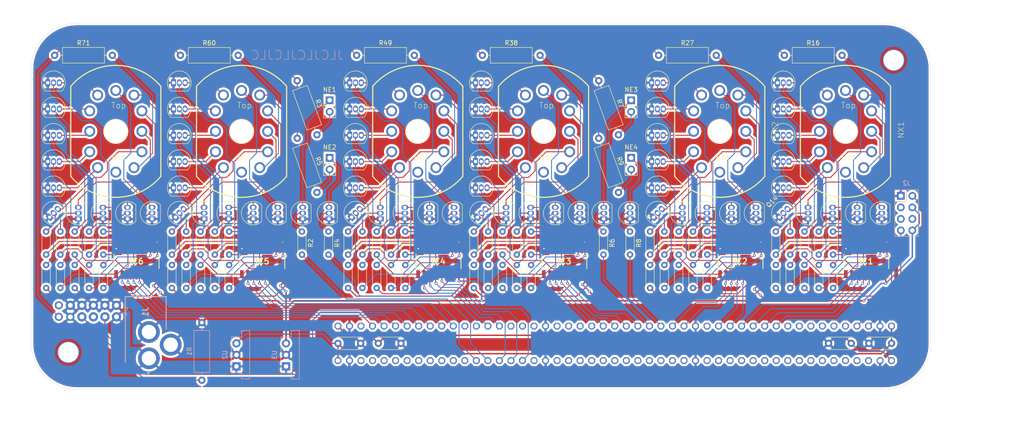
<source format=kicad_pcb>
(kicad_pcb (version 20240108) (generator "pcbnew") (generator_version "8.0")
  (layers (0 "F.Cu" signal) (31 "B.Cu" signal) (34 "B.Paste" user) (35 "F.Paste" user) (36 "B.SilkS" user "B.Silkscreen") (37 "F.SilkS" user "F.Silkscreen") (38 "B.Mask" user) (39 "F.Mask" user) (44 "Edge.Cuts" user))
  (net 0 "")
  (net 1 "Net-(Q4-C)")
  (net 2 "Net-(Q2-C)")
  (net 3 "Net-(Q3-C)")
  (net 4 "Net-(Q1-C)")
  (net 5 "Net-(Q20-C)")
  (net 6 "Net-(Q17-C)")
  (net 7 "Net-(Q16-C)")
  (net 8 "Net-(Q18-C)")
  (net 9 "Net-(Q19-C)")
  (net 10 "Net-(Q15-C)")
  (net 11 "Net-(Q22-C)")
  (net 12 "Net-(Q23-C)")
  (net 13 "Net-(Q27-C)")
  (net 14 "Net-(Q29-C)")
  (net 15 "Net-(Q25-C)")
  (net 16 "Net-(Q28-C)")
  (net 17 "Net-(Q30-C)")
  (net 18 "Net-(Q21-C)")
  (net 19 "Net-(Q26-C)")
  (net 20 "Net-(Q33-C)")
  (net 21 "Net-(Q39-C)")
  (net 22 "Net-(Q36-C)")
  (net 23 "Net-(Q40-C)")
  (net 24 "Net-(Q38-C)")
  (net 25 "Net-(Q35-C)")
  (net 26 "Net-(Q34-C)")
  (net 27 "Net-(Q37-C)")
  (net 28 "Net-(Q31-C)")
  (net 29 "Net-(Q32-C)")
  (net 30 "Net-(Q44-C)")
  (net 31 "Net-(Q46-C)")
  (net 32 "Net-(Q41-C)")
  (net 33 "Net-(Q42-C)")
  (net 34 "Net-(Q50-C)")
  (net 35 "Net-(Q45-C)")
  (net 36 "Net-(Q48-C)")
  (net 37 "Net-(Q49-C)")
  (net 38 "Net-(Q47-C)")
  (net 39 "Net-(Q43-C)")
  (net 40 "Net-(Q52-C)")
  (net 41 "Net-(Q54-C)")
  (net 42 "Net-(Q59-C)")
  (net 43 "Net-(Q51-C)")
  (net 44 "Net-(Q60-C)")
  (net 45 "Net-(Q55-C)")
  (net 46 "Net-(Q58-C)")
  (net 47 "Net-(Q53-C)")
  (net 48 "Net-(Q57-C)")
  (net 49 "Net-(Q56-C)")
  (net 50 "GND")
  (net 51 "+3V3")
  (net 53 "Net-(NX3-PadA)")
  (net 54 "Net-(NX4-PadA)")
  (net 55 "Net-(NX5-PadA)")
  (net 56 "Net-(NX6-PadA)")
  (net 57 "+12V")
  (net 58 "+5V")
  (net 59 "/Tube0/3")
  (net 60 "/Tube0/8")
  (net 61 "/Tube0/4")
  (net 62 "/Tube0/6")
  (net 63 "/Tube0/0")
  (net 64 "/Tube0/2")
  (net 65 "+3.3V")
  (net 66 "/Tube0/7")
  (net 67 "/Tube0/5")
  (net 68 "/Tube0/9")
  (net 69 "/Tube0/1")
  (net 70 "/Tube1/2")
  (net 71 "/Tube1/1")
  (net 72 "/Tube1/5")
  (net 73 "/Tube1/3")
  (net 74 "/Tube1/0")
  (net 75 "/Tube1/8")
  (net 76 "/Tube1/9")
  (net 77 "/Tube1/6")
  (net 78 "/Tube1/4")
  (net 79 "/Tube1/7")
  (net 80 "/Tube2/7")
  (net 81 "/Tube2/8")
  (net 82 "/Tube2/9")
  (net 83 "/Tube2/0")
  (net 84 "/Tube2/5")
  (net 85 "/Tube2/4")
  (net 86 "/Tube2/3")
  (net 87 "/Tube2/1")
  (net 88 "/Tube2/2")
  (net 89 "/Tube2/6")
  (net 90 "/Tube3/5")
  (net 91 "/Tube3/3")
  (net 92 "/Tube3/1")
  (net 93 "/Tube3/9")
  (net 94 "/Tube3/4")
  (net 95 "/Tube3/0")
  (net 96 "/Tube3/7")
  (net 97 "/Tube3/8")
  (net 98 "/Tube3/6")
  (net 99 "/Tube3/2")
  (net 100 "/Tube4/4")
  (net 101 "/Tube4/0")
  (net 102 "/Tube4/3")
  (net 103 "/Tube4/6")
  (net 104 "/Tube4/5")
  (net 105 "/Tube4/7")
  (net 106 "/Tube4/8")
  (net 107 "/Tube4/2")
  (net 108 "/Tube4/9")
  (net 109 "/Tube4/1")
  (net 110 "/Tube5/2")
  (net 111 "/Tube5/7")
  (net 112 "/Tube5/1")
  (net 113 "/Tube5/0")
  (net 114 "/Tube5/9")
  (net 115 "/Tube5/8")
  (net 116 "/Tube5/6")
  (net 117 "/Tube5/4")
  (net 118 "Net-(Q1-B)")
  (net 119 "Net-(Q2-B)")
  (net 120 "Net-(Q3-B)")
  (net 121 "Net-(Q4-B)")
  (net 122 "Net-(Q5-B)")
  (net 123 "Net-(Q6-B)")
  (net 124 "Net-(Q7-B)")
  (net 125 "Net-(Q8-B)")
  (net 126 "Net-(Q9-B)")
  (net 127 "Net-(Q10-B)")
  (net 128 "Net-(Q11-B)")
  (net 129 "Net-(Q12-B)")
  (net 130 "Net-(Q13-B)")
  (net 131 "Net-(Q15-B)")
  (net 132 "Net-(Q16-B)")
  (net 133 "Net-(Q17-B)")
  (net 134 "Net-(Q18-B)")
  (net 135 "Net-(Q19-B)")
  (net 136 "Net-(Q20-B)")
  (net 137 "Net-(Q21-B)")
  (net 138 "Net-(Q22-B)")
  (net 139 "Net-(Q23-B)")
  (net 140 "Net-(Q25-B)")
  (net 141 "Net-(Q26-B)")
  (net 142 "Net-(Q27-B)")
  (net 143 "Net-(Q28-B)")
  (net 144 "Net-(Q29-B)")
  (net 145 "Net-(Q30-B)")
  (net 146 "Net-(Q31-B)")
  (net 147 "Net-(Q32-B)")
  (net 148 "Net-(Q33-B)")
  (net 149 "Net-(Q34-B)")
  (net 150 "Net-(Q35-B)")
  (net 151 "Net-(Q36-B)")
  (net 152 "Net-(Q37-B)")
  (net 153 "Net-(Q38-B)")
  (net 154 "Net-(Q39-B)")
  (net 155 "Net-(Q40-B)")
  (net 156 "Net-(Q41-B)")
  (net 157 "Net-(Q42-B)")
  (net 158 "Net-(Q43-B)")
  (net 159 "Net-(Q44-B)")
  (net 160 "Net-(Q45-B)")
  (net 161 "Net-(Q46-B)")
  (net 162 "Net-(Q47-B)")
  (net 163 "Net-(Q48-B)")
  (net 164 "Net-(Q49-B)")
  (net 165 "Net-(Q50-B)")
  (net 166 "Net-(Q51-B)")
  (net 167 "Net-(Q52-B)")
  (net 168 "Net-(Q53-B)")
  (net 169 "Net-(Q54-B)")
  (net 170 "Net-(Q55-B)")
  (net 171 "Net-(Q56-B)")
  (net 172 "Net-(Q57-B)")
  (net 173 "Net-(Q58-B)")
  (net 174 "Net-(Q59-B)")
  (net 175 "Net-(Q60-B)")
  (net 176 "/Tube5/3")
  (net 177 "/Tube5/5")
  (net 178 "+170V")
  (net 179 "Net-(Q61-C)")
  (net 180 "Net-(Q61-B)")
  (net 181 "Net-(Q62-B)")
  (net 182 "Net-(Q62-C)")
  (net 183 "Net-(Q63-B)")
  (net 184 "Net-(Q63-C)")
  (net 185 "Net-(Q64-B)")
  (net 186 "Net-(Q64-C)")
  (net 187 "Net-(NE1-Pad2)")
  (net 188 "Net-(NE2-Pad2)")
  (net 189 "Net-(NE3-Pad2)")
  (net 190 "Net-(NE4-Pad2)")
  (net 191 "Net-(NX1-PadA)")
  (net 192 "Net-(Q14-C)")
  (net 193 "Net-(Q14-B)")
  (net 194 "/HVen")
  (net 195 "/C B0")
  (net 196 "/C B2")
  (net 197 "/C B3")
  (net 198 "/C B1")
  (net 199 "/0 B0")
  (net 200 "/0 B3")
  (net 201 "/0 B2")
  (net 202 "/0 B1")
  (net 203 "/1 B3")
  (net 204 "/1 B1")
  (net 205 "/1 B2")
  (net 206 "/1 B0")
  (net 207 "/2 B1")
  (net 208 "/2 B0")
  (net 209 "/2 B3")
  (net 210 "/2 B2")
  (net 211 "/3 B3")
  (net 212 "/3 B1")
  (net 213 "/3 B2")
  (net 214 "/3 B0")
  (net 215 "/4 B2")
  (net 216 "/4 B0")
  (net 217 "/4 B1")
  (net 218 "/4 B3")
  (net 219 "/5 B1")
  (net 220 "/5 B3")
  (net 221 "/5 B2")
  (net 222 "/5 B0")
  (net 223 "/Tx")
  (net 226 "/Rx")
  (net 227 "Net-(Q13-C)")
  (net 228 "Net-(Q10-C)")
  (net 229 "Net-(Q5-C)")
  (net 230 "Net-(Q6-C)")
  (net 231 "Net-(Q12-C)")
  (net 232 "Net-(Q7-C)")
  (net 233 "Net-(Q11-C)")
  (net 234 "Net-(Q9-C)")
  (net 235 "Net-(Q8-C)")
  (net 236 "Net-(Q24-C)")
  (net 237 "Net-(NX2-PadA)")
  (net 238 "Net-(Q24-B)")
  (net 239 "Net-(R1-Pad2)")
  (footprint "Package_TO_SOT_THT:TO-92_Inline" (layer "F.Cu") (at 127.256 99.06 90)
    (property "Reference" "Q42" (hide yes))
    (property "Value" "MPSA42")
  )
  (footprint "MountingHole:MountingHole_4.5mm_Pad_TopOnly" (layer "F.Cu") (at 53.140795 128.469205 180)
    (property "Reference" "REF**" (hide yes))
    (property "Value" "MountingHole_4.5mm_Pad_TopOnly")
  )
  (footprint "TaylorElectronics:X11 Breadboard Adapter Interface" (layer "F.Cu") (at 172.212 123.952)
    (property "Reference" "U1" (hide yes))
    (property "Value" "~")
  )
  (footprint "Package_TO_SOT_THT:TO-92_Inline" (layer "F.Cu") (at 181.609999 74.832)
    (property "Reference" "Q18" (hide yes))
    (property "Value" "MPSA42")
  )
  (footprint "TaylorElectronics:HEF4028BT653" (layer "F.Cu") (at 134.67 108.427 180)
    (property "Reference" "IC4")
    (property "Value" "HEF4028BT,653" (hide yes))
  )
  (footprint "Resistor_THT:R_Axial_DIN0204_L3.6mm_D1.6mm_P5.08mm_Horizontal" (layer "F.Cu") (at 184.406 101.854 -90)
    (property "Reference" "R30" (hide yes))
    (property "Value" "10k")
  )
  (footprint "Package_TO_SOT_THT:TO-92_Inline" (layer "F.Cu") (at 115.111999 86.411999)
    (property "Reference" "Q36" (hide yes))
    (property "Value" "MPSA42")
  )
  (footprint "Package_TO_SOT_THT:TO-92_Inline" (layer "F.Cu") (at 93.865543 99.06 90)
    (property "Reference" "Q51" (hide yes))
    (property "Value" "MPSA42")
  )
  (footprint "Package_TO_SOT_THT:TO-92_Inline" (layer "F.Cu") (at 193.754 99.06 90)
    (property "Reference" "Q22" (hide yes))
    (property "Value" "MPSA42")
  )
  (footprint "Resistor_THT:R_Axial_DIN0204_L3.6mm_D1.6mm_P5.08mm_Horizontal" (layer "F.Cu") (at 75.956543 109.22 -90)
    (property "Reference" "R54" (hide yes))
    (property "Value" "10k")
  )
  (footprint "Resistor_THT:R_Axial_DIN0204_L3.6mm_D1.6mm_P5.08mm_Horizontal" (layer "F.Cu") (at 110.437 101.854001 -90)
    (property "Reference" "R4")
    (property "Value" "10k")
  )
  (footprint "Resistor_THT:R_Axial_DIN0204_L3.6mm_D1.6mm_P5.08mm_Horizontal" (layer "F.Cu") (at 212.102543 109.22 -90)
    (property "Reference" "R11" (hide yes))
    (property "Value" "10k")
  )
  (footprint "Capacitor_THT:C_Disc_D5.0mm_W2.5mm_P5.00mm" (layer "F.Cu") (at 121.412 126.492)
    (property "Reference" "C2" (hide yes))
    (property "Value" "0.1uF")
  )
  (footprint "Resistor_THT:R_Axial_DIN0204_L3.6mm_D1.6mm_P5.08mm_Horizontal" (layer "F.Cu") (at 170.995 101.854001 -90)
    (property "Reference" "R6")
    (property "Value" "10k")
  )
  (footprint "Package_TO_SOT_THT:TO-92_Inline" (layer "F.Cu") (at 55.347 99.06 90)
    (property "Reference" "Q63" (hide yes))
    (property "Value" "MPSA42")
  )
  (footprint "Package_TO_SOT_THT:TO-92_Inline" (layer "F.Cu") (at 204.576 99.06 90)
    (property "Reference" "Q20" (hide yes))
    (property "Value" "MPSA42")
  )
  (footprint "Resistor_THT:R_Axial_DIN0204_L3.6mm_D1.6mm_P5.08mm_Horizontal" (layer "F.Cu") (at 48.26 109.22 -90)
    (property "Reference" "R65" (hide yes))
    (property "Value" "10k")
  )
  (footprint "Package_TO_SOT_THT:TO-92_Inline" (layer "F.Cu") (at 48.613999 92.202)
    (property "Reference" "Q55" (hide yes))
    (property "Value" "MPSA42")
  )
  (footprint "Resistor_THT:R_Axial_DIN0204_L3.6mm_D1.6mm_P5.08mm_Horizontal" (layer "F.Cu") (at 121.058 101.854 -90)
    (property "Reference" "R51" (hide yes))
    (property "Value" "10k")
  )
  (footprint "Package_TO_SOT_THT:TO-92_Inline" (layer "F.Cu") (at 48.613999 86.411999)
    (property "Reference" "Q56" (hide yes))
    (property "Value" "MPSA42")
  )
  (footprint "Capacitor_THT:C_Disc_D5.0mm_W2.5mm_P5.00mm" (layer "F.Cu") (at 234.442 126.492 180)
    (property "Reference" "C1" (hide yes))
    (property "Value" "0.1uF")
  )
  (footprint "Capacitor_THT:C_Disc_D5.0mm_W2.5mm_P5.00mm" (layer "F.Cu") (at 112.522 126.492)
    (property "Reference" "C4" (hide yes))
    (property "Value" "0.1uF")
  )
  (footprint "Package_TO_SOT_THT:TO-92_Inline" (layer "F.Cu") (at 48.613999 69.042)
    (property "Reference" "Q59" (hide yes))
    (property "Value" "MPSA42")
  )
  (footprint "Connector_PinHeader_2.54mm:PinHeader_1x02_P2.54mm_Vertical" (layer "F.Cu") (at 110.691 72.898001)
    (property "Reference" "NE1")
    (property "Value" "A1A Lamp")
  )
  (footprint "Package_TO_SOT_THT:TO-92_Inline" (layer "F.Cu") (at 76.310542 69.042)
    (property "Reference" "Q49" (hide yes))
    (property "Value" "MPSA42")
  )
  (footprint "Resistor_THT:R_Axial_DIN0204_L3.6mm_D1.6mm_P5.08mm_Horizontal" (layer "F.Cu") (at 221.552543 109.22 -90)
    (property "Reference" "R14" (hide yes))
    (property "Value" "10k")
  )
  (footprint "Resistor_THT:R_Axial_DIN0204_L3.6mm_D1.6mm_P5.08mm_Horizontal" (layer "F.Cu") (at 88.556543 109.22 -90)
    (property "Reference" "R58" (hide yes))
    (property "Value" "10k")
  )
  (footprint "Resistor_THT:R_Axial_DIN0204_L3.6mm_D1.6mm_P5.08mm_Horizontal" (layer "F.Cu") (at 215.252543 101.854 -90)
    (property "Reference" "R18" (hide yes))
    (property "Value" "10k")
  )
  (footprint "Resistor_THT:R_Axial_DIN0204_L3.6mm_D1.6mm_P5.08mm_Horizontal" (layer "F.Cu") (at 181.256 101.854 -90)
    (property "Reference" "R31" (hide yes))
    (property "Value" "10k")
  )
  (footprint "Resistor_THT:R_Axial_DIN0309_L9.0mm_D3.2mm_P12.70mm_Horizontal" (layer "F.Cu") (at 77.834543 62.992)
    (property "Reference" "R60")
    (property "Value" "10k")
  )
  (footprint "Resistor_THT:R_Axial_DIN0204_L3.6mm_D1.6mm_P5.08mm_Horizontal" (layer "F.Cu") (at 148.754543 109.22 -90)
    (property "Reference" "R34" (hide yes))
    (property "Value" "10k")
  )
  (footprint "Resistor_THT:R_Axial_DIN0204_L3.6mm_D1.6mm_P5.08mm_Horizontal" (layer "F.Cu") (at 51.41 101.854 -90)
    (property "Reference" "R74" (hide yes))
    (property "Value" "10k")
  )
  (footprint "Package_TO_SOT_THT:TO-92_Inline" (layer "F.Cu") (at 48.613999 74.832)
    (property "Reference" "Q58" (hide yes))
    (property "Value" "MPSA42")
  )
  (footprint "Package_TO_SOT_THT:TO-92_Inline" (layer "F.Cu") (at 209.306542 80.622)
    (property "Reference" "Q7" (hide yes))
    (property "Value" "MPSA42")
  )
  (footprint "Resistor_THT:R_Axial_DIN0204_L3.6mm_D1.6mm_P5.08mm_Horizontal" (layer "F.Cu") (at 176.837 101.854001 -90)
    (property "Reference" "R8")
    (property "Value" "10k")
  )
  (footprint "Resistor_THT:R_Axial_DIN0204_L3.6mm_D1.6mm_P5.08mm_Horizontal" (layer "F.Cu") (at 60.86 101.854 -90)
    (property "Reference" "R70" (hide yes))
    (property "Value" "10k")
  )
  (footprint "Package_TO_SOT_THT:TO-92_Inline" (layer "F.Cu") (at 188.343 99.06 90)
    (property "Reference" "Q23" (hide yes))
    (property "Value" "MPSA42")
  )
  (footprint "Resistor_THT:R_Axial_DIN0204_L3.6mm_D1.6mm_P5.08mm_Horizontal" (layer "F.Cu") (at 142.454543 101.854 -90)
    (property "Reference" "R42" (hide yes))
    (property "Value" "10k")
  )
  (footprint "Package_TO_SOT_THT:TO-92_Inline" (layer "F.Cu") (at 83.043543 99.06 90)
    (property "Reference" "Q53" (hide yes))
    (property "Value" "MPSA42")
  )
  (footprint "nixies-us:nixies-us-IN-12-DSUB" (layer "F.Cu") (at 157.794543 79.756)
    (property "Reference" "NX3" (hide yes))
    (property "Value" "IN-12A")
  )
  (footprint "Resistor_THT:R_Axial_DIN0309_L9.0mm_D3.2mm_P12.70mm_Horizontal" (layer "F.Cu") (at 116.636 62.992)
    (property "Reference" "R49")
    (property "Value" "10k")
  )
  (footprint "Package_TO_SOT_THT:TO-92_Inline" (layer "F.Cu") (at 209.306542 69.042)
    (property "Reference" "Q9" (hide yes))
    (property "Value" "MPSA42")
  )
  (footprint "Resistor_THT:R_Axial_DIN0309_L9.0mm_D3.2mm_P12.70mm_Horizontal" (layer "F.Cu") (at 50.138 62.992)
    (property "Reference" "R71")
    (property "Value" "10k")
  )
  (footprint "Package_TO_SOT_THT:TO-92_Inline" (layer "F.Cu") (at 115.111999 92.202)
    (property "Reference" "Q35" (hide yes))
    (property "Value" "MPSA42")
  )
  (footprint "TaylorElectronics:HEF4028BT653" (layer "F.Cu") (at 162.366543 108.427 180)
    (property "Reference" "IC3")
    (property "Value" "HEF4028BT,653" (hide yes))
  )
  (footprint "Resistor_THT:R_Axial_DIN0204_L3.6mm_D1.6mm_P5.08mm_Horizontal" (layer "F.Cu") (at 88.556543 101.854 -90)
    (property "Reference" "R59" (hide yes))
    (property "Value" "10k")
  )
  (footprint "Package_TO_SOT_THT:TO-92_Inline" (layer "F.Cu") (at 71.58 99.06 90)
    (property "Reference" "Q60" (hide yes))
    (property "Value" "MPSA42")
  )
  (footprint "Capacitor_THT:C_Disc_D5.0mm_W2.5mm_P5.00mm" (layer "F.Cu") (at 225.552 126.492 180)
    (property "Reference" "C3" (hide yes))
    (property "Value" "0.1uF")
  )
  (footprint "Resistor_THT:R_Axial_DIN0204_L3.6mm_D1.6mm_P5.08mm_Horizontal" (layer "F.Cu") (at 155.054543 101.854 -90)
    (property "Reference" "R37" (hide yes))
    (property "Value" "10k")
  )
  (footprint "Resistor_THT:R_Axial_DIN0204_L3.6mm_D1.6mm_P5.08mm_Horizontal" (layer "F.Cu") (at 54.56 101.854 -90)
    (property "Reference" "R73" (hide yes))
    (property "Value" "10k")
  )
  (footprint "Package_TO_SOT_THT:TO-92_Inline" (layer "F.Cu") (at 115.111999 80.622)
    (property "Reference" "Q37" (hide yes))
    (property "Value" "MPSA42")
  )
  (footprint "Resistor_THT:R_Axial_DIN0204_L3.6mm_D1.6mm_P5.08mm_Horizontal" (layer "F.Cu") (at 85.406543 109.22 -90)
    (property "Reference" "R57" (hide yes))
    (property "Value" "10k")
  )
  (footprint "Resistor_THT:R_Axial_DIN0204_L3.6mm_D1.6mm_P5.08mm_Horizontal" (layer "F.Cu") (at 212.102543 101.854 -90)
    (property "Reference" "R19" (hide yes))
    (property "Value" "10k")
  )
  (footprint "Package_TO_SOT_THT:TO-92_Inline" (layer "F.Cu") (at 104.752999 99.060002 90)
    (property "Reference" "Q1" (hide yes))
    (property "Value" "MPSA42")
  )
  (footprint "Resistor_THT:R_Axial_DIN0204_L3.6mm_D1.6mm_P5.08mm_Horizontal" (layer "F.Cu") (at 57.71 101.854 -90)
    (property "Reference" "R72" (hide yes))
    (property "Value" "10k")
  )
  (footprint "Resistor_THT:R_Axial_DIN0204_L3.6mm_D1.6mm_P5.08mm_Horizontal" (layer "F.Cu") (at 79.106543 109.22 -90)
    (property "Reference" "R55" (hide yes))
    (property "Value" "10k")
  )
  (footprint "Package_TO_SOT_THT:TO-92_Inline" (layer "F.Cu") (at 181.609999 86.411999)
    (property "Reference" "Q16" (hide yes))
    (property "Value" "MPSA42")
  )
  (footprint "Package_TO_SOT_THT:TO-92_Inline" (layer "F.Cu") (at 142.808542 92.202)
    (property "Reference" "Q25" (hide yes))
    (property "Value" "MPSA42")
  )
  (footprint "Package_TO_SOT_THT:TO-92_Inline" (layer "F.Cu") (at 48.613999 80.622)
    (property "Reference" "Q57" (hide yes))
    (property "Value" "MPSA42")
  )
  (footprint "Package_TO_SOT_THT:TO-92_Inline" (layer "F.Cu") (at 176.837 99.060001 90)
    (property "Reference" "Q4" (hide yes))
    (property "Value" "MPSA42")
  )
  (footprint "Resistor_THT:R_Axial_DIN0204_L3.6mm_D1.6mm_P5.08mm_Horizontal" (layer "F.Cu") (at 54.56 109.22 -90)
    (property "Reference" "R67" (hide yes))
    (property "Value" "10k")
  )
  (footprint "Resistor_THT:R_Axial_DIN0204_L3.6mm_D1.6mm_P5.08mm_Horizontal" (layer "F.Cu") (at 155.054543 109.22 -90)
    (property "Reference" "R36" (hide yes))
    (property "Value" "10k")
  )
  (footprint "Resistor_THT:R_Axial_DIN0204_L3.6mm_D1.6mm_P5.08mm_Horizontal" (layer "F.Cu") (at 121.058 109.22 -90)
    (property "Reference" "R45" (hide yes))
    (property "Value" "10k")
  )
  (footprint "Package_TO_SOT_THT:TO-92_Inline" (layer "F.Cu") (at 121.845 99.06 90)
    (property "Reference" "Q43" (hide yes))
    (property "Value" "MPSA42")
  )
  (footprint "Package_TO_SOT_THT:TO-92_Inline" (layer "F.Cu") (at 76.734517 98.688025 45)
    (property "Reference" "Q54" (hide yes))
    (property "Value" "MPSA42")
  )
  (footprint "Package_TO_SOT_THT:TO-92_Inline" (layer "F.Cu") (at 149.541543 99.06 90)
    (property "Reference" "Q33" (hide yes))
    (property "Value" "MPSA42")
  )
  (footprint "Package_TO_SOT_THT:TO-92_Inline" (layer "F.Cu") (at 181.609999 69.042)
    (property "Reference" "Q19" (hide yes))
    (property "Value" "MPSA42")
  )
  (footprint "Package_TO_SOT_THT:TO-92_Inline" (layer "F.Cu") (at 138.078 99.06 90)
    (property "Reference" "Q40" (hide yes))
    (property "Value" "MPSA42")
  )
  (footprint "TaylorElectronics:HEF4028BT653" (layer "F.Cu") (at 95.868543 108.427 180)
    (property "Reference" "IC5")
    (property "Value" "HEF4028BT,653" (hide yes))
  )
  (footprint "Package_TO_SOT_THT:TO-92_Inline" (layer "F.Cu") (at 199.165 99.06 90)
    (property "Reference" "Q21" (hide yes))
    (property "Value" "MPSA42")
  )
  (footprint "Package_TO_SOT_THT:TO-92_Inline" (layer "F.Cu") (at 99.276543 99.06 90)
    (property "Reference" "Q50" (hide yes))
    (property "Value" "MPSA42")
  )
  (footprint "Resistor_THT:R_Axial_DIN0204_L3.6mm_D1.6mm_P5.08mm_Horizontal" (layer "F.Cu") (at 48.26 101.854 -90)
    (property "Reference" "R75" (hide yes))
    (property "Value" "10k")
  )
  (footprint "Resistor_THT:R_Axial_DIN0204_L3.6mm_D1.6mm_P5.08mm_Horizontal" (layer "F.Cu") (at 117.908 101.854 -90)
    (property "Reference" "R52" (hide yes))
    (property "Value" "10k")
  )
  (footprint "Resistor_THT:R_Axial_DIN0204_L3.6mm_D1.6mm_P5.08mm_Horizontal" (layer "F.Cu") (at 82.256543 109.22 -90)
    (property "Reference" "R56" (hide yes))
    (property "Value" "10k")
  )
  (footprint "Package_TO_SOT_THT:TO-92_Inline" (layer "F.Cu") (at 142.808542 86.411999)
    (property "Reference" "Q26" (hide yes))
    (property "Value" "MPSA42")
  )
  (footprint "Package_TO_SOT_THT:TO-92_Inline" (layer "F.Cu") (at 132.667 99.06 90)
    (property "Reference" "Q41" (hide yes))
    (property "Value" "MPSA42")
  )
  (footprint "Resistor_THT:R_Axial_DIN0204_L3.6mm_D1.6mm_P5.08mm_Horizontal" (layer "F.Cu") (at 127.358 109.22 -90)
    (property "Reference" "R47" (hide yes))
    (property "Value" "10k")
  )
  (footprint "TaylorElectronics:HEF4028BT653" (layer "F.Cu") (at 201.168 108.427 180)
    (property "Reference" "IC2")
    (property "Value" "HEF4028BT,653" (hide yes))
  )
  (footprint "Package_TO_SOT_THT:TO-92_Inline" (layer "F.Cu") (at 142.808542 80.622)
    (property "Reference" "Q27" (hide yes))
    (property "Value" "MPSA42")
  )
  (footprint "Resistor_THT:R_Axial_DIN0204_L3.6mm_D1.6mm_P5.08mm_Horizontal" (layer "F.Cu") (at 127.358 101.854 -90)
    (property "Reference" "R48" (hide yes))
    (property "Value" "10k")
  )
  (footprint "Resistor_THT:R_Axial_DIN0204_L3.6mm_D1.6mm_P5.08mm_Horizontal" (layer "F.Cu") (at 124.208 101.854 -90)
    (property "Reference" "R50" (hide yes))
    (property "Value" "10k")
  )
  (footprint "Package_TO_SOT_THT:TO-92_Inline" (layer "F.Cu") (at 66.169 99.06 90)
    (property "Reference" "Q61" (hide yes))
    (property "Value" "MPSA42")
  )
  (footprint "Package_TO_SOT_THT:TO-92_Inline" (layer "F.Cu") (at 49.037974 98.688025 45)
    (property "Reference" "Q64" (hide yes))
    (property "Value" "MPSA42")
  )
  (footprint "Package_TO_SOT_THT:TO-92_Inline" (layer "F.Cu") (at 182.033974 98.688025 45)
    (property "Reference" "Q24" (hide yes))
    (property "Value" "MPSA42")
  )
  (footprint "Package_TO_SOT_THT:TO-92_Inline" (layer "F.Cu") (at 76.310542 74.832)
    (property "Reference" "Q48" (hide yes))
    (property "Value" "MPSA42")
  )
  (footprint "Package_TO_SOT_THT:TO-92_Inline" (layer "F.Cu") (at 76.310542 80.622)
    (property "Reference" "Q47" (hide yes))
    (property "Value" "MPSA42")
  )
  (footprint "nixies-us:nixies-us-IN-12-DSUB" (layer "F.Cu") (at 63.6 79.756)
    (property "Reference" "NX6" (hide yes))
    (property "Value" "IN-12A")
  )
  (footprint "Resistor_THT:R_Axial_DIN0309_L9.0mm_D3.2mm_P12.70mm_Horizontal" (layer "F.Cu") (at 144.332543 62.992)
    (property "Reference" "R38")
    (property "Value" "10k")
  )
  (footprint "Connector_PinHeader_2.54mm:PinHeader_1x02_P2.54mm_Vertical" (layer "F.Cu") (at 177.091 72.898001)
    (property "Reference" "NE3")
    (property "Value" "Lamp_Neon")
  )
  (footprint "Connector_PinHeader_2.54mm:PinHeader_1x02_P2.54mm_Vertical" (layer "F.Cu") (at 177.091 85.598001)
    (property "Reference" "NE4")
    (property "Value" "Lamp_Neon")
  )
  (footprint "TaylorElectronics:HEF4028BT653" (layer "F.Cu") (at 228.864543 108.427 180)
    (property "Reference" "IC1")
    (property "Value" "HEF4028BT,653" (hide yes))
  )
  (footprint "Resistor_THT:R_Axial_DIN0204_L3.6mm_D1.6mm_P5.08mm_Horizontal" (layer "F.Cu") (at 181.256 109.22 -90)
    (property "Reference" "R21" (hide yes))
    (property "Value" "10k")
  )
  (footprint "Package_TO_SOT_THT:TO-92_Inline" (layer "F.Cu") (at 232.272543 99.06 90)
    (property "Reference" "Q10" (hide yes))
    (property "Value" "MPSA42")
  )
  (footprint "Resistor_THT:R_Axial_DIN0204_L3.6mm_D1.6mm_P5.08mm_Horizontal" (layer "F.Cu") (at 117.908 109.22 -90)
    (property "Reference" "R44" (hide yes))
    (property "Value" "10k")
  )
  (footprint "Package_TO_SOT_THT:TO-92_Inline" (layer "F.Cu") (at 60.758 99.06 90)
    (property "Reference" "Q62" (hide yes))
    (property "Value" "MPSA42")
  )
  (footprint "nixies-us:nixies-us-IN-12-DSUB" (layer "F.Cu") (at 196.596 79.756)
    (property "Reference" "NX2")
    (property "Value" "IN-12A")
  )
  (footprint "nixies-us:nixies-us-IN-12-DSUB" (layer "F.Cu") (at 130.098 79.756)
    (property "Reference" "NX4" (hide yes))
    (property "Value" "IN-12A")
  )
  (footprint "Connector_PinHeader_2.54mm:PinHeader_1x02_P2.54mm_Vertical" (layer "F.Cu") (at 110.691 85.598001)
    (property "Reference" "NE2")
    (property "Value" "Lamp_Neon")
  )
  (footprint "Resistor_THT:R_Axial_DIN0204_L3.6mm_D1.6mm_P5.08mm_Horizontal" (layer "F.Cu") (at 114.758 109.22 -90)
    (property "Reference" "R43" (hide yes))
    (property "Value" "10k")
  )
  (footprint "Package_TO_SOT_THT:TO-92_Inline" (layer "F.Cu") (at 209.306542 92.202)
    (property "Reference" "Q5" (hide yes))
    (property "Value" "MPSA42")
  )
  (footprint "Resistor_THT:R_Axial_DIN0309_L9.0mm_D3.2mm_P12.70mm_Horizontal" (layer "F.Cu") (at 210.830543 62.992)
    (property "Reference" "R16")
    (property "Value" "10k")
  )
  (footprint "Package_TO_SOT_THT:TO-92_Inline" (layer "F.Cu") (at 209.306542 74.832)
    (property "Reference" "Q8" (hide yes))
    (property "Value" "MPSA42")
  )
  (footprint "TaylorElectronics:HEF4028BT653" (layer "F.Cu") (at 68.172 108.427 180)
    (property "Reference" "IC6")
    (property "Value" "HEF4028BT,653" (hide yes))
  )
  (footprint "Package_TO_SOT_THT:TO-92_Inline" (layer "F.Cu") (at 110.542999 99.060002 90)
    (property "Reference" "Q2" (hide yes))
    (property "Value" "MPSA42")
  )
  (footprint "Resistor_THT:R_Axial_DIN0204_L3.6mm_D1.6mm_P5.08mm_Horizontal" (layer "F.Cu") (at 79.106543 101.854 -90)
    (property "Reference" "R63" (hide yes))
    (property "Value" "10k")
  )
  (footprint "Package_TO_SOT_THT:TO-92_Inline" (layer "F.Cu") (at 154.952543 99.06 90)
    (property "Reference" "Q32" (hide yes))
    (property "Value" "MPSA42")
  )
  (footprint "nixies-us:nixies-us-IN-12-DSUB" (layer "F.Cu") (at 224.292543 79.756)
    (property "Reference" "NX1")
    (property "Value" "IN-12A")
  )
  (footprint "Resistor_THT:R_Axial_DIN0204_L3.6mm_D1.6mm_P5.08mm_Horizontal" (layer "F.Cu") (at 51.41 109.22 -90)
    (property "Reference" "R66" (hide yes))
    (property "Value" "10k")
  )
  (footprint "Package_TO_SOT_THT:TO-92_Inline" (layer "F.Cu") (at 171.047 99.060001 90)
    (property "Reference" "Q3" (hide yes))
    (property "Value" "MPSA42")
  )
  (footprint "Resistor_THT:R_Axial_DIN0309_L9.0mm_D3.2mm_P12.70mm_Horizontal" (layer "F.Cu") (at 183.134 62.992)
    (property "Reference" "R27")
    (property "Value" "10k")
  )
  (footprint "Resistor_THT:R_Axial_DIN0309_L9.0mm_D3.2mm_P12.70mm_Horizontal" (layer "F.Cu") (at 169.953344 81.283904 -70)
    (property "Reference" "R9")
    (property "Value" "150k")
  )
  (footprint "Resistor_THT:R_Axial_DIN0204_L3.6mm_D1.6mm_P5.08mm_Horizontal" (layer "F.Cu") (at 193.856 109.22 -90)
    (property "Reference" "R25" (hide yes))
    (property "Value" "10k")
  )
  (footprint "Resistor_THT:R_Axial_DIN0204_L3.6mm_D1.6mm_P5.08mm_Horizontal" (layer "F.Cu") (at 142.454543 109.22 -90)
    (property "Reference" "R32" (hide yes))
    (property "Value" "10k")
  )
  (footprint "Package_TO_SOT_THT:TO-92_Inline" (layer "F.Cu") (at 76.310542 92.202)
    (property "Reference" "Q45" (hide yes))
    (property "Value" "MPSA42")
  )
  (footprint "Package_TO_SOT_THT:TO-92_Inline" (layer "F.Cu") (at 209.306542 86.411999)
    (property "Reference" "Q6" (hide yes))
    (property "Value" "MPSA42")
  )
  (footprint "Resistor_THT:R_Axial_DIN0204_L3.6mm_D1.6mm_P5.08mm_Horizontal" (layer "F.Cu") (at 193.856 101.854 -90)
    (property "Reference" "R26" (hide yes))
    (property "Value" "10k")
  )
  (footprint "Package_TO_SOT_THT:TO-92_Inline" (layer "F.Cu") (at 88.454543 99.06 90)
    (property "Reference" "Q52" (hide yes))
    (property "Value" "MPSA42")
  )
  (footprint "Resistor_THT:R_Axial_DIN0204_L3.6mm_D1.6mm_P5.08mm_Horizontal" (layer "F.Cu") (at 114.758 101.854 -90)
    (property "Reference" "R53" (hide yes))
    (property "Value" "10k")
  )
  (footprint "Package_TO_SOT_THT:TO-92_Inline" (layer "F.Cu") (at 143.232517 98.688025 45)
    (property "Reference" "Q34" (hide yes))
    (property "Value" "MPSA42")
  )
  (footprint "Package_TO_SOT_THT:TO-92_Inline" (layer "F.Cu") (at 181.609999 80.622)
    (property "Reference" "Q17" (hide yes))
    (property "Value" "MPSA42")
  )
  (footprint "Resistor_THT:R_Axial_DIN0309_L9.0mm_D3.2mm_P12.70mm_Horizontal" (layer "F.Cu") (at 169.953344 68.583904 -70)
    (property "Reference" "R7")
    (property "Value" "150k")
  )
  (footprint "Package_TO_SOT_THT:TO-92_Inline" (layer "F.Cu") (at 216.039543 99.06 90)
    (property "Reference" "Q13" (hide yes))
    (property "Value" "MPSA42")
  )
  (footprint "Resistor_THT:R_Axial_DIN0204_L3.6mm_D1.6mm_P5.08mm_Horizontal" (layer "F.Cu") (at 190.706 109.22 -90)
    (property "Reference" "R24" (hide yes))
    (property "Value" "10k")
  )
  (footprint "Resistor_THT:R_Axial_DIN0204_L3.6mm_D1.6mm_P5.08mm_Horizontal" (layer "F.Cu") (at 85.406543 101.854 -90)
    (property "Reference" "R61" (hide yes))
    (property "Value" "10k")
  )
  (footprint "Resistor_THT:R_Axial_DIN0204_L3.6mm_D1.6mm_P5.08mm_Horizontal" (layer "F.Cu") (at 218.402543 109.22 -90)
    (property "Reference" "R13" (hide yes))
    (property "Value" "10k")
  )
  (footprint "Package_TO_SOT_THT:TO-92_Inline" (layer "F.Cu") (at 115.111999 69.042)
    (property "Reference" "Q39" (hide yes))
    (property "Value" "MPSA42")
  )
  (footprint "Resistor_THT:R_Axial_DIN0204_L3.6mm_D1.6mm_P5.08mm_Horizontal" (layer "F.Cu") (at 187.556 109.22 -90)
    (property "Reference" "R23" (hide yes))
    (property "Value" "10k")
  )
  (footprint "Resistor_THT:R_Axial_DIN0204_L3.6mm_D1.6mm_P5.08mm_Horizontal" (layer "F.Cu") (at 151.904543 109.22 -90)
    (property "Reference" "R35" (hide yes))
    (property "Value" "10k")
  )
  (footprint "Resistor_THT:R_Axial_DIN0204_L3.6mm_D1.6mm_P5.08mm_Horizontal" (layer "F.Cu") (at 148.754543 101.854 -90)
    (property "Reference" "R40" (hide yes))
    (property "Value" "10k")
  )
  (footprint "Resistor_THT:R_Axial_DIN0309_L9.0mm_D3.2mm_P12.70mm_Horizontal" (layer "F.Cu") (at 103.553344 68.583904 -70)
    (property "Reference" "R3")
    (property "Value" "150k")
  )
  (footprint "Package_TO_SOT_THT:TO-92_Inline" (layer "F.Cu") (at 221.450543 99.06 90)
    (property "Reference" "Q12" (hide yes))
    (property "Value" "MPSA42")
  )
  (footprint "Resistor_THT:R_Axial_DIN0204_L3.6mm_D1.6mm_P5.08mm_Horizontal" (layer "F.Cu") (at 151.904543 101.854 -90)
    (property "Reference" "R39" (hide yes))
    (property "Value" "10k")
  )
  (footprint "MountingHole:MountingHole_4.5mm_Pad_TopOnly" (layer "F.Cu") (at 234.895205 64.062795)
    (property "Reference" "REF**" (hide yes))
    (property "Value" "MountingHole_4.5mm_Pad_TopOnly")
  )
  (footprint "Resistor_THT:R_Axial_DIN0204_L3.6mm_D1.6mm_P5.08mm_Horizontal" (layer "F.Cu") (at 218.402543 101.854 -90)
    (property "Reference" "R17" (hide yes))
    (property "Value" "10k")
  )
  (footprint "nixies-us:nixies-us-IN-12-DSUB" (layer "F.Cu") (at 91.296543 79.756)
    (property "Reference" "NX5" (hide yes))
    (property "Value" "IN-12A")
  )
  (footprint "Resistor_THT:R_Axial_DIN0204_L3.6mm_D1.6mm_P5.08mm_Horizontal" (layer "F.Cu") (at 208.952543 109.22 -90)
    (property "Reference" "R10" (hide yes))
    (property "Value" "10k")
  )
  (footprint "Resistor_THT:R_Axial_DIN0204_L3.6mm_D1.6mm_P5.08mm_Horizontal" (layer "F.Cu") (at 184.406 109.22 -90)
    (property "Reference" "R22" (hide yes))
    (property "Value" "10k")
  )
  (footprint "Package_TO_SOT_THT:TO-92_Inline" (layer "F.Cu") (at 209.730517 98.688025 45)
    (property "Reference" "Q14")
    (property "Value" "MPSA42")
  )
  (footprint "Resistor_THT:R_Axial_DIN0204_L3.6mm_D1.6mm_P5.08mm_Horizontal" (layer "F.Cu") (at 57.71 109.22 -90)
    (property "Reference" "R68" (hide yes))
    (property "Value" "10k")
  )
  (footprint "Resistor_THT:R_Axial_DIN0204_L3.6mm_D1.6mm_P5.08mm_Horizontal" (layer "F.Cu") (at 60.86 109.22 -90)
    (property "Reference" "R69" (hide yes))
    (property "Value" "10k")
  )
  (footprint "Package_TO_SOT_THT:TO-92_Inline" (layer "F.Cu") (at 165.774543 99.06 90)
    (property "Reference" "Q30" (hide yes))
    (property "Value" "MPSA42")
  )
  (footprint "Resistor_THT:R_Axial_DIN0204_L3.6mm_D1.6mm_P5.08mm_Horizontal" (layer "F.Cu") (at 221.552543 101.854 -90)
    (property "Reference" "R15" (hide yes))
    (property "Value" "10k")
  )
  (footprint "Package_TO_SOT_THT:TO-92_Inline" (layer "F.Cu") (at 226.861543 99.06 90)
    (property "Reference" "Q11" (hide yes))
    (property "Value" "MPSA42")
  )
  (footprint "Resistor_THT:R_Axial_DIN0204_L3.6mm_D1.6mm_P5.08mm_Horizontal" (layer "F.Cu") (at 82.256543 101.854 -90)
    (property "Reference" "R62" (hide yes))
    (property "Value" "10k")
  )
  (footprint "Resistor_THT:R_Axial_DIN0204_L3.6mm_D1.6mm_P5.08mm_Horizontal" (layer "F.Cu") (at 187.556 101.854 -90)
    (property "Reference" "R29" (hide yes))
    (property "Value" "10k")
  )
  (footprint "Package_TO_SOT_THT:TO-92_Inline" (layer "F.Cu") (at 181.609999 92.202)
    (property "Reference" "Q15" (hide yes))
    (property "Value" "MPSA42")
  )
  (footprint "Package_TO_SOT_THT:TO-92_Inline" (layer "F.Cu") (at 115.111999 74.832)
    (property "Reference" "Q38" (hide yes))
    (property "Value" "MPSA42")
  )
  (footprint "Package_TO_SOT_THT:TO-92_Inline" (layer "F.Cu") (at 142.808542 74.832)
    (property "Reference" "Q28" (hide yes))
    (property "Value" "MPSA42")
  )
  (footprint "Resistor_THT:R_Axial_DIN0204_L3.6mm_D1.6mm_P5.08mm_Horizontal" (layer "F.Cu") (at 75.956543 101.854 -90)
    (property "Reference" "R64" (hide yes))
    (property "Value" "10k")
  )
  (footprint "Resistor_THT:R_Axial_DIN0309_L9.0mm_D3.2mm_P12.70mm_Horizontal" (layer "F.Cu") (at 103.553344 81.283904 -70)
    (property "Reference" "R5")
    (property "Value" "150k")
  )
  (footprint "Resistor_THT:R_Axial_DIN0204_L3.6mm_D1.6mm_P5.08mm_Horizontal" (layer "F.Cu") (at 104.595 101.854001 -90)
    (property "Reference" "R2")
    (property "Value" "10k")
  )
  (footprint "Resistor_THT:R_Axial_DIN0204_L3.6mm_D1.6mm_P5.08mm_Horizontal" (layer "F.Cu") (at 145.604543 101.854 -90)
    (property "Reference" "R41" (hide yes))
    (property "Value" "10k")
  )
  (footprint "Resistor_THT:R_Axial_DIN0204_L3.6mm_D1.6mm_P5.08mm_Horizontal" (layer "F.Cu") (at 208.952543 101.854 -90)
    (property "Reference" "R20" (hide yes))
    (property "Value" "10k")
  )
  (footprint "Package_TO_SOT_THT:TO-92_Inline" (layer "F.Cu") (at 142.808542 69.042)
    (property "Reference" "Q29" (hide yes))
    (property "Value" "MPSA42")
  )
  (footprint "Resistor_THT:R_Axial_DIN0204_L3.6mm_D1.6mm_P5.08mm_Horizontal" (layer "F.Cu") (at 215.252543 109.22 -90)
    (property "Reference" "R12" (hide yes))
    (property "Value" "10k")
  )
  (footprint "Package_TO_SOT_THT:TO-92_Inline" (layer "F.Cu") (at 160.363543 99.06 90)
    (property "Reference" "Q31" (hide yes))
    (property "Value" "MPSA42")
  )
  (footprint "Resistor_THT:R_Axial_DIN0204_L3.6mm_D1.6mm_P5.08mm_Horizontal" (layer "F.Cu") (at 124.208 109.22 -90)
    (property "Reference" "R46" (hide yes))
    (property "Value" "10k")
  )
  (footprint "Resistor_THT:R_Axial_DIN0204_L3.6mm_D1.6mm_P5.08mm_Horizontal" (layer "F.Cu") (at 145.604543 109.22 -90)
    (property "Reference" "R33" (hide yes))
    (property "Value" "10k")
  )
  (footprint "Package_TO_SOT_THT:TO-92_Inline" (layer "F.Cu") (at 115.535974 98.688025 45)
    (property "Reference" "Q44" (hide yes))
    (property "Value" "MPSA42")
  )
  (footprint "Package_TO_SOT_THT:TO-92_Inline" (layer "F.Cu") (at 76.310542 86.411999)
    (property "Reference" "Q46" (hide yes))
    (property "Value" "MPSA42")
  )
  (footprint "Resistor_THT:R_Axial_DIN0204_L3.6mm_D1.6mm_P5.08mm_Horizontal" (layer "F.Cu") (at 190.706 101.854 -90)
    (property "Reference" "R28" (hide yes))
    (property "Value" "10k")
  )
  (footprint "TaylorElectronics:TES 1363 HVPS Vertical" (layer "B.Cu") (at 58.626 119.38 -90)
    (property "Reference" "U4")
    (property "Value" "~")
  )
  (footprint "TaylorElectronics:694106301002_1" (layer "B.Cu") (at 74.692 116.194 -90)
    (property "Reference" "J1")
    (property "Value" "Barrel_Jack_Switch" (hide yes))
  )
  (footprint "Converter_DCDC:Converter_DCDC_Murata_OKI-78SR_Vertical" (layer "B.Cu") (at 101.093 131.577 90)
    (property "Reference" "U3")
    (property "Value" "OKI-78SR-3.3_1.5-W36-C")
  )
  (footprint "Resistor_THT:R_Axial_DIN0309_L9.0mm_D3.2mm_P12.70mm_Horizontal" (layer "B.Cu") (at 82.55 121.920001 -90)
    (property "Reference" "R1")
    (property "Value" "47k")
  )
  (footprint "Connector_PinSocket_2.54mm:PinSocket_2x04_P2.54mm_Vertical" (layer "B.Cu") (at 236.474 93.98 180)
    (property "Reference" "J2")
    (property "Value" "Conn_01x08")
  )
  (footprint "Converter_DCDC:Converter_DCDC_Murata_OKI-78SR_Vertical" (layer "B.Cu") (at 90.171 131.577 90)
    (property "Reference" "U2")
    (property "Value" "OKI-78SR-5_1.5-W36-C")
  )
  (gr_line (start 55.118 55.88) (end 232.918 55.88) (stroke (width 0.05)) (layer "Edge.Cuts"))
  (gr_arc (start 44.958 66.04) (mid 47.933795 58.855795) (end 55.118 55.88) (stroke (width 0.05)) (layer "Edge.Cuts"))
  (gr_line (start 44.958 126.492) (end 44.958 66.04) (stroke (width 0.05)) (layer "Edge.Cuts"))
  (gr_line (start 243.078 66.04) (end 243.078 126.492) (stroke (width 0.05)) (layer "Edge.Cuts"))
  (gr_line (start 232.918 136.652) (end 55.118 136.652) (stroke (width 0.05)) (layer "Edge.Cuts"))
  (gr_arc (start 55.118 136.652) (mid 47.933795 133.676205) (end 44.958 126.492) (stroke (width 0.05)) (layer "Edge.Cuts"))
  (gr_arc (start 232.918 55.88) (mid 240.102205 58.855795) (end 243.078 66.04) (stroke (width 0.05)) (layer "Edge.Cuts"))
  (gr_arc (start 243.078 126.492) (mid 240.102205 133.676205) (end 232.918 136.652) (stroke (width 0.05)) (layer "Edge.Cuts"))
  (gr_text "JLCJLCJLCJLC" (at 113.919 64.135 0) (layer "B.SilkS") (effects (font (size 2 2) (thickness 0.1)) (justify left bottom mirror)))
  (segment (start 178.869 87.376001) (end 177.091 85.598001) (width 0.2) (layer "B.Cu") (net 1))
  (segment (start 178.869 90.678001) (end 178.869 87.376001) (width 0.2) (layer "B.Cu") (net 1))
  (segment (start 176.837 92.710001) (end 178.869 90.678001) (width 0.2) (layer "B.Cu") (net 1))
  (segment (start 176.837 96.520001) (end 176.837 92.710001) (width 0.2) (layer "B.Cu") (net 1))
  (segment (start 110.542999 92.858002) (end 112.723 90.678001) (width 0.2) (layer "B.Cu") (net 2))
  (segment (start 112.723 90.678001) (end 112.723 87.630001) (width 0.2) (layer "B.Cu") (net 2))
  (segment (start 112.723 87.630001) (end 110.691 85.598001) (width 0.2) (layer "B.Cu") (net 2))
  (segment (start 110.542999 96.520002) (end 110.542999 92.858002) (width 0.2) (layer "B.Cu") (net 2))
  (segment (start 172.265 77.724001) (end 177.091 72.898001) (width 0.2) (layer "B.Cu") (net 3))
  (segment (start 171.047 83.514001) (end 172.265 82.296001) (width 0.2) (layer "B.Cu") (net 3))
  (segment (start 172.265 82.296001) (end 172.265 77.724001) (width 0.2) (layer "B.Cu") (net 3))
  (segment (start 171.047 96.520001) (end 171.047 83.514001) (width 0.2) (layer "B.Cu") (net 3))
  (segment (start 104.752999 83.408002) (end 105.865 82.296001) (width 0.2) (layer "B.Cu") (net 4))
  (segment (start 105.865 77.724001) (end 110.691 72.898001) (width 0.2) (layer "B.Cu") (net 4))
  (segment (start 104.752999 96.520002) (end 104.752999 83.408002) (width 0.2) (layer "B.Cu") (net 4))
  (segment (start 105.865 82.296001) (end 105.865 77.724001) (width 0.2) (layer "B.Cu") (net 4))
  (segment (start 198.363457 86.106) (end 198.363457 90.307457) (width 0.2) (layer "B.Cu") (net 5))
  (segment (start 196.596 70.75678) (end 199.887457 74.048237) (width 0.2) (layer "B.Cu") (net 5))
  (segment (start 198.363457 90.307457) (end 204.576 96.52) (width 0.2) (layer "B.Cu") (net 5))
  (segment (start 199.887457 74.048237) (end 199.887457 84.582) (width 0.2) (layer "B.Cu") (net 5))
  (segment (start 199.887457 84.582) (end 198.363457 86.106) (width 0.2) (layer "B.Cu") (net 5))
  (segment (start 189.98198 80.622) (end 190.84798 79.756) (width 0.2) (layer "F.Cu") (net 6))
  (segment (start 184.149999 80.622) (end 189.98198 80.622) (width 0.2) (layer "F.Cu") (net 6))
  (segment (start 188.690321 86.411999) (end 184.149999 86.411999) (width 0.2) (layer "F.Cu") (net 7))
  (segment (start 190.84798 84.25434) (end 188.690321 86.411999) (width 0.2) (layer "F.Cu") (net 7))
  (segment (start 184.149999 74.832) (end 190.42232 74.832) (width 0.2) (layer "F.Cu") (net 8))
  (segment (start 190.42232 74.832) (end 190.84798 75.25766) (width 0.2) (layer "F.Cu") (net 8))
  (segment (start 189.8825 69.042) (end 192.59804 71.75754) (width 0.2) (layer "F.Cu") (net 9))
  (segment (start 184.149999 69.042) (end 189.8825 69.042) (width 0.2) (layer "F.Cu") (net 9))
  (segment (start 192.59804 87.75446) (end 188.1505 92.202) (width 0.2) (layer "F.Cu") (net 10))
  (segment (start 188.1505 92.202) (end 184.149999 92.202) (width 0.2) (layer "F.Cu") (net 10))
  (segment (start 205.232 78.14564) (end 202.34402 75.25766) (width 0.2) (layer "F.Cu") (net 11))
  (segment (start 195.834 96.52) (end 205.232 87.122) (width 0.2) (layer "F.Cu") (net 11))
  (segment (start 205.232 87.122) (end 205.232 78.14564) (width 0.2) (layer "F.Cu") (net 11))
  (segment (start 193.754 96.52) (end 195.834 96.52) (width 0.2) (layer "F.Cu") (net 11))
  (segment (start 192.278 90.932) (end 200.031132 90.932) (width 0.2) (layer "F.Cu") (net 12))
  (segment (start 188.343 96.52) (end 188.343 94.867) (width 0.2) (layer "F.Cu") (net 12))
  (segment (start 204.1929 86.770232) (end 204.1929 81.60488) (width 0.2) (layer "F.Cu") (net 12))
  (segment (start 188.343 94.867) (end 192.278 90.932) (width 0.2) (layer "F.Cu") (net 12))
  (segment (start 204.1929 81.60488) (end 202.34402 79.756) (width 0.2) (layer "F.Cu") (net 12))
  (segment (start 200.031132 90.932) (end 204.1929 86.770232) (width 0.2) (layer "F.Cu") (net 12))
  (segment (start 145.348542 80.622) (end 151.180523 80.622) (width 0.2) (layer "F.Cu") (net 13))
  (segment (start 151.180523 80.622) (end 152.046523 79.756) (width 0.2) (layer "F.Cu") (net 13))
  (segment (start 145.348542 69.042) (end 151.081043 69.042) (width 0.2) (layer "F.Cu") (net 14))
  (segment (start 151.081043 69.042) (end 153.796583 71.75754) (width 0.2) (layer "F.Cu") (net 14))
  (segment (start 149.349043 92.202) (end 145.348542 92.202) (width 0.2) (layer "F.Cu") (net 15))
  (segment (start 153.796583 87.75446) (end 149.349043 92.202) (width 0.2) (layer "F.Cu") (net 15))
  (segment (start 145.348542 74.832) (end 151.620863 74.832) (width 0.2) (layer "F.Cu") (net 16))
  (segment (start 151.620863 74.832) (end 152.046523 75.25766) (width 0.2) (layer "F.Cu") (net 16))
  (segment (start 161.086 74.048237) (end 161.086 84.582) (width 0.2) (layer "B.Cu") (net 17))
  (segment (start 161.086 84.582) (end 159.562 86.106) (width 0.2) (layer "B.Cu") (net 17))
  (segment (start 159.562 86.106) (end 159.562 90.307457) (width 0.2) (layer "B.Cu") (net 17))
  (segment (start 159.562 90.307457) (end 165.774543 96.52) (width 0.2) (layer "B.Cu") (net 17))
  (segment (start 157.794543 70.75678) (end 161.086 74.048237) (width 0.2) (layer "B.Cu") (net 17))
  (segment (start 206.248 87.63) (end 199.165 94.713) (width 0.2) (layer "F.Cu") (net 18))
  (segment (start 199.165 94.713) (end 199.165 96.52) (width 0.2) (layer "F.Cu") (net 18))
  (segment (start 200.59396 71.75754) (end 202.289432 71.75754) (width 0.2) (layer "F.Cu") (net 18))
  (segment (start 206.248 75.716108) (end 206.248 87.63) (width 0.2) (layer "F.Cu") (net 18))
  (segment (start 202.289432 71.75754) (end 206.248 75.716108) (width 0.2) (layer "F.Cu") (net 18))
  (segment (start 152.046523 84.25434) (end 149.888864 86.411999) (width 0.2) (layer "F.Cu") (net 19))
  (segment (start 149.888864 86.411999) (end 145.348542 86.411999) (width 0.2) (layer "F.Cu") (net 19))
  (segment (start 165.391443 86.770232) (end 165.391443 81.60488) (width 0.2) (layer "F.Cu") (net 20))
  (segment (start 153.476543 90.932) (end 161.229675 90.932) (width 0.2) (layer "F.Cu") (net 20))
  (segment (start 165.391443 81.60488) (end 163.542563 79.756) (width 0.2) (layer "F.Cu") (net 20))
  (segment (start 149.541543 94.867) (end 153.476543 90.932) (width 0.2) (layer "F.Cu") (net 20))
  (segment (start 149.541543 96.52) (end 149.541543 94.867) (width 0.2) (layer "F.Cu") (net 20))
  (segment (start 161.229675 90.932) (end 165.391443 86.770232) (width 0.2) (layer "F.Cu") (net 20))
  (segment (start 117.651999 69.042) (end 123.3845 69.042) (width 0.2) (layer "F.Cu") (net 21))
  (segment (start 123.3845 69.042) (end 126.10004 71.75754) (width 0.2) (layer "F.Cu") (net 21))
  (segment (start 124.34998 84.25434) (end 122.192321 86.411999) (width 0.2) (layer "F.Cu") (net 22))
  (segment (start 122.192321 86.411999) (end 117.651999 86.411999) (width 0.2) (layer "F.Cu") (net 22))
  (segment (start 133.389457 84.582) (end 131.865457 86.106) (width 0.2) (layer "B.Cu") (net 23))
  (segment (start 131.865457 86.106) (end 131.865457 90.307457) (width 0.2) (layer "B.Cu") (net 23))
  (segment (start 133.389457 74.048237) (end 133.389457 84.582) (width 0.2) (layer "B.Cu") (net 23))
  (segment (start 131.865457 90.307457) (end 138.078 96.52) (width 0.2) (layer "B.Cu") (net 23))
  (segment (start 130.098 70.75678) (end 133.389457 74.048237) (width 0.2) (layer "B.Cu") (net 23))
  (segment (start 123.92432 74.832) (end 124.34998 75.25766) (width 0.2) (layer "F.Cu") (net 24))
  (segment (start 117.651999 74.832) (end 123.92432 74.832) (width 0.2) (layer "F.Cu") (net 24))
  (segment (start 121.6525 92.202) (end 117.651999 92.202) (width 0.2) (layer "F.Cu") (net 25))
  (segment (start 126.10004 87.75446) (end 121.6525 92.202) (width 0.2) (layer "F.Cu") (net 25))
  (segment (start 154.492543 89.916) (end 155.945663 88.46288) (width 0.2) (layer "F.Cu") (net 26))
  (segment (start 145.028568 96.891974) (end 146.012667 96.891974) (width 0.2) (layer "F.Cu") (net 26))
  (segment (start 158.376203 84.25434) (end 163.542563 84.25434) (width 0.2) (layer "F.Cu") (net 26))
  (segment (start 146.012667 96.891974) (end 152.988641 89.916) (width 0.2) (layer "F.Cu") (net 26))
  (segment (start 155.945663 86.68488) (end 158.376203 84.25434) (width 0.2) (layer "F.Cu") (net 26))
  (segment (start 152.988641 89.916) (end 154.492543 89.916) (width 0.2) (layer "F.Cu") (net 26))
  (segment (start 155.945663 88.46288) (end 155.945663 86.68488) (width 0.2) (layer "F.Cu") (net 26))
  (segment (start 123.48398 80.622) (end 124.34998 79.756) (width 0.2) (layer "F.Cu") (net 27))
  (segment (start 117.651999 80.622) (end 123.48398 80.622) (width 0.2) (layer "F.Cu") (net 27))
  (segment (start 167.446543 75.716108) (end 167.446543 87.63) (width 0.2) (layer "F.Cu") (net 28))
  (segment (start 167.446543 87.63) (end 160.363543 94.713) (width 0.2) (layer "F.Cu") (net 28))
  (segment (start 163.487975 71.75754) (end 167.446543 75.716108) (width 0.2) (layer "F.Cu") (net 28))
  (segment (start 160.363543 94.713) (end 160.363543 96.52) (width 0.2) (layer "F.Cu") (net 28))
  (segment (start 161.792503 71.75754) (end 163.487975 71.75754) (width 0.2) (layer "F.Cu") (net 28))
  (segment (start 166.430543 87.122) (end 166.430543 78.14564) (width 0.2) (layer "F.Cu") (net 29))
  (segment (start 157.032543 96.52) (end 166.430543 87.122) (width 0.2) (layer "F.Cu") (net 29))
  (segment (start 166.430543 78.14564) (end 163.542563 75.25766) (width 0.2) (layer "F.Cu") (net 29))
  (segment (start 154.952543 96.52) (end 157.032543 96.52) (width 0.2) (layer "F.Cu") (net 29))
  (segment (start 126.796 89.916) (end 128.24912 88.46288) (width 0.2) (layer "F.Cu") (net 30))
  (segment (start 125.292098 89.916) (end 126.796 89.916) (width 0.2) (layer "F.Cu") (net 30))
  (segment (start 117.332025 96.891974) (end 118.316124 96.891974) (width 0.2) (layer "F.Cu") (net 30))
  (segment (start 118.316124 96.891974) (end 125.292098 89.916) (width 0.2) (layer "F.Cu") (net 30))
  (segment (start 128.24912 88.46288) (end 128.24912 86.68488) (width 0.2) (layer "F.Cu") (net 30))
  (segment (start 130.67966 84.25434) (end 135.84602 84.25434) (width 0.2) (layer "F.Cu") (net 30))
  (segment (start 128.24912 86.68488) (end 130.67966 84.25434) (width 0.2) (layer "F.Cu") (net 30))
  (segment (start 85.548523 84.25434) (end 83.390864 86.411999) (width 0.2) (layer "F.Cu") (net 31))
  (segment (start 83.390864 86.411999) (end 78.850542 86.411999) (width 0.2) (layer "F.Cu") (net 31))
  (segment (start 139.75 87.63) (end 132.667 94.713) (width 0.2) (layer "F.Cu") (net 32))
  (segment (start 134.09596 71.75754) (end 135.791432 71.75754) (width 0.2) (layer "F.Cu") (net 32))
  (segment (start 139.75 75.716108) (end 139.75 87.63) (width 0.2) (layer "F.Cu") (net 32))
  (segment (start 132.667 94.713) (end 132.667 96.52) (width 0.2) (layer "F.Cu") (net 32))
  (segment (start 135.791432 71.75754) (end 139.75 75.716108) (width 0.2) (layer "F.Cu") (net 32))
  (segment (start 127.256 96.52) (end 129.336 96.52) (width 0.2) (layer "F.Cu") (net 33))
  (segment (start 138.734 78.14564) (end 135.84602 75.25766) (width 0.2) (layer "F.Cu") (net 33))
  (segment (start 129.336 96.52) (end 138.734 87.122) (width 0.2) (layer "F.Cu") (net 33))
  (segment (start 138.734 87.122) (end 138.734 78.14564) (width 0.2) (layer "F.Cu") (net 33))
  (segment (start 93.064 86.106) (end 93.064 90.307457) (width 0.2) (layer "B.Cu") (net 34))
  (segment (start 93.064 90.307457) (end 99.276543 96.52) (width 0.2) (layer "B.Cu") (net 34))
  (segment (start 94.588 84.582) (end 93.064 86.106) (width 0.2) (layer "B.Cu") (net 34))
  (segment (start 91.296543 70.75678) (end 94.588 74.048237) (width 0.2) (layer "B.Cu") (net 34))
  (segment (start 94.588 74.048237) (end 94.588 84.582) (width 0.2) (layer "B.Cu") (net 34))
  (segment (start 82.851043 92.202) (end 78.850542 92.202) (width 0.2) (layer "F.Cu") (net 35))
  (segment (start 87.298583 87.75446) (end 82.851043 92.202) (width 0.2) (layer "F.Cu") (net 35))
  (segment (start 78.850542 74.832) (end 85.122863 74.832) (width 0.2) (layer "F.Cu") (net 36))
  (segment (start 85.122863 74.832) (end 85.548523 75.25766) (width 0.2) (layer "F.Cu") (net 36))
  (segment (start 84.583043 69.042) (end 87.298583 71.75754) (width 0.2) (layer "F.Cu") (net 37))
  (segment (start 78.850542 69.042) (end 84.583043 69.042) (width 0.2) (layer "F.Cu") (net 37))
  (segment (start 78.850542 80.622) (end 84.682523 80.622) (width 0.2) (layer "F.Cu") (net 38))
  (segment (start 84.682523 80.622) (end 85.548523 79.756) (width 0.2) (layer "F.Cu") (net 38))
  (segment (start 137.6949 86.770232) (end 137.6949 81.60488) (width 0.2) (layer "F.Cu") (net 39))
  (segment (start 137.6949 81.60488) (end 135.84602 79.756) (width 0.2) (layer "F.Cu") (net 39))
  (segment (start 133.533132 90.932) (end 137.6949 86.770232) (width 0.2) (layer "F.Cu") (net 39))
  (segment (start 125.78 90.932) (end 133.533132 90.932) (width 0.2) (layer "F.Cu") (net 39))
  (segment (start 121.845 94.867) (end 125.78 90.932) (width 0.2) (layer "F.Cu") (net 39))
  (segment (start 121.845 96.52) (end 121.845 94.867) (width 0.2) (layer "F.Cu") (net 39))
  (segment (start 99.932543 78.14564) (end 97.044563 75.25766) (width 0.2) (layer "F.Cu") (net 40))
  (segment (start 88.454543 96.52) (end 90.534543 96.52) (width 0.2) (layer "F.Cu") (net 40))
  (segment (start 90.534543 96.52) (end 99.932543 87.122) (width 0.2) (layer "F.Cu") (net 40))
  (segment (start 99.932543 87.122) (end 99.932543 78.14564) (width 0.2) (layer "F.Cu") (net 40))
  (segment (start 79.514667 96.891974) (end 86.490641 89.916) (width 0.2) (layer "F.Cu") (net 41))
  (segment (start 89.447663 88.46288) (end 89.447663 86.68488) (width 0.2) (layer "F.Cu") (net 41))
  (segment (start 89.447663 86.68488) (end 91.878203 84.25434) (width 0.2) (layer "F.Cu") (net 41))
  (segment (start 78.530568 96.891974) (end 79.514667 96.891974) (width 0.2) (layer "F.Cu") (net 41))
  (segment (start 91.878203 84.25434) (end 97.044563 84.25434) (width 0.2) (layer "F.Cu") (net 41))
  (segment (start 86.490641 89.916) (end 87.994543 89.916) (width 0.2) (layer "F.Cu") (net 41))
  (segment (start 87.994543 89.916) (end 89.447663 88.46288) (width 0.2) (layer "F.Cu") (net 41))
  (segment (start 51.153999 69.042) (end 56.8865 69.042) (width 0.2) (layer "F.Cu") (net 42))
  (segment (start 56.8865 69.042) (end 59.60204 71.75754) (width 0.2) (layer "F.Cu") (net 42))
  (segment (start 96.989975 71.75754) (end 100.948543 75.716108) (width 0.2) (layer "F.Cu") (net 43))
  (segment (start 93.865543 94.713) (end 93.865543 96.52) (width 0.2) (layer "F.Cu") (net 43))
  (segment (start 100.948543 75.716108) (end 100.948543 87.63) (width 0.2) (layer "F.Cu") (net 43))
  (segment (start 100.948543 87.63) (end 93.865543 94.713) (width 0.2) (layer "F.Cu") (net 43))
  (segment (start 95.294503 71.75754) (end 96.989975 71.75754) (width 0.2) (layer "F.Cu") (net 43))
  (segment (start 65.367457 86.106) (end 65.367457 90.307457) (width 0.2) (layer "B.Cu") (net 44))
  (segment (start 66.891457 74.048237) (end 66.891457 84.582) (width 0.2) (layer "B.Cu") (net 44))
  (segment (start 66.891457 84.582) (end 65.367457 86.106) (width 0.2) (layer "B.Cu") (net 44))
  (segment (start 65.367457 90.307457) (end 71.58 96.52) (width 0.2) (layer "B.Cu") (net 44))
  (segment (start 63.6 70.75678) (end 66.891457 74.048237) (width 0.2) (layer "B.Cu") (net 44))
  (segment (start 59.60204 87.75446) (end 55.1545 92.202) (width 0.2) (layer "F.Cu") (net 45))
  (segment (start 55.1545 92.202) (end 51.153999 92.202) (width 0.2) (layer "F.Cu") (net 45))
  (segment (start 51.153999 74.832) (end 57.42632 74.832) (width 0.2) (layer "F.Cu") (net 46))
  (segment (start 57.42632 74.832) (end 57.85198 75.25766) (width 0.2) (layer "F.Cu") (net 46))
  (segment (start 83.043543 96.52) (end 83.043543 94.867) (width 0.2) (layer "F.Cu") (net 47))
  (segment (start 94.731675 90.932) (end 98.893443 86.770232) (width 0.2) (layer "F.Cu") (net 47))
  (segment (start 86.978543 90.932) (end 94.731675 90.932) (width 0.2) (layer "F.Cu") (net 47))
  (segment (start 98.893443 81.60488) (end 97.044563 79.756) (width 0.2) (layer "F.Cu") (net 47))
  (segment (start 83.043543 94.867) (end 86.978543 90.932) (width 0.2) (layer "F.Cu") (net 47))
  (segment (start 98.893443 86.770232) (end 98.893443 81.60488) (width 0.2) (layer "F.Cu") (net 47))
  (segment (start 56.98598 80.622) (end 57.85198 79.756) (width 0.2) (layer "F.Cu") (net 48))
  (segment (start 51.153999 80.622) (end 56.98598 80.622) (width 0.2) (layer "F.Cu") (net 48))
  (segment (start 55.694321 86.411999) (end 51.153999 86.411999) (width 0.2) (layer "F.Cu") (net 49))
  (segment (start 57.85198 84.25434) (end 55.694321 86.411999) (width 0.2) (layer "F.Cu") (net 49))
  (via (at 63.691057 105.6132) (size 0.6) (drill 0.3) (layers "F.Cu" "B.Cu") (net 50))
  (via (at 157.8856 105.6132) (size 0.6) (drill 0.3) (layers "F.Cu" "B.Cu") (net 50))
  (via (at 91.3876 105.6132) (size 0.6) (drill 0.3) (layers "F.Cu" "B.Cu") (net 50))
  (via (at 224.3836 105.6132) (size 0.6) (drill 0.3) (layers "F.Cu" "B.Cu") (net 50))
  (via (at 196.687057 105.6132) (size 0.6) (drill 0.3) (layers "F.Cu" "B.Cu") (net 50))
  (via (at 130.189057 105.6132) (size 0.6) (drill 0.3) (layers "F.Cu" "B.Cu") (net 50))
  (segment (start 89.666999 129.037) (end 90.171 129.037) (width 0.2) (layer "B.Cu") (net 50))
  (segment (start 112.522 122.682) (end 114.554 124.714) (width 0.3) (layer "F.Cu") (net 51))
  (segment (start 223.774 124.714) (end 225.552 126.492) (width 0.3) (layer "F.Cu") (net 51))
  (segment (start 121.412 126.492) (end 123.19 124.714) (width 0.3) (layer "F.Cu") (net 51))
  (segment (start 119.634 124.714) (end 121.412 126.492) (width 0.3) (layer "F.Cu") (net 51))
  (segment (start 114.554 124.714) (end 119.634 124.714) (width 0.3) (layer "F.Cu") (net 51))
  (segment (start 123.19 124.714) (end 223.774 124.714) (width 0.3) (layer "F.Cu") (net 51))
  (segment (start 225.552 126.492) (end 227.33 128.27) (width 0.3) (layer "B.Cu") (net 51))
  (segment (start 232.41 128.27) (end 234.442 130.302) (width 0.3) (layer "B.Cu") (net 51))
  (segment (start 227.33 128.27) (end 232.41 128.27) (width 0.3) (layer "B.Cu") (net 51))
  (segment (start 165.912 71.871457) (end 165.912 84.582) (width 0.2) (layer "B.Cu") (net 53))
  (segment (start 157.032543 62.992) (end 165.912 71.871457) (width 0.2) (layer "B.Cu") (net 53))
  (segment (start 162.73954 87.75446) (end 161.792503 87.75446) (width 0.2) (layer "B.Cu") (net 53))
  (segment (start 165.912 84.582) (end 162.73954 87.75446) (width 0.2) (layer "B.Cu") (net 53))
  (segment (start 138.215457 84.582) (end 135.042997 87.75446) (width 0.2) (layer "B.Cu") (net 54))
  (segment (start 135.042997 87.75446) (end 134.09596 87.75446) (width 0.2) (layer "B.Cu") (net 54))
  (segment (start 129.336 62.992) (end 138.215457 71.871457) (width 0.2) (layer "B.Cu") (net 54))
  (segment (start 138.215457 71.871457) (end 138.215457 84.582) (width 0.2) (layer "B.Cu") (net 54))
  (segment (start 99.414 84.582) (end 96.24154 87.75446) (width 0.2) (layer "B.Cu") (net 55))
  (segment (start 90.534543 62.992) (end 99.414 71.871457) (width 0.2) (layer "B.Cu") (net 55))
  (segment (start 99.414 71.871457) (end 99.414 84.582) (width 0.2) (layer "B.Cu") (net 55))
  (segment (start 96.24154 87.75446) (end 95.294503 87.75446) (width 0.2) (layer "B.Cu") (net 55))
  (segment (start 71.717457 71.871457) (end 71.717457 84.582) (width 0.2) (layer "B.Cu") (net 56))
  (segment (start 62.838 62.992) (end 71.717457 71.871457) (width 0.2) (layer "B.Cu") (net 56))
  (segment (start 68.544997 87.75446) (end 67.59796 87.75446) (width 0.2) (layer "B.Cu") (net 56))
  (segment (start 71.717457 84.582) (end 68.544997 87.75446) (width 0.2) (layer "B.Cu") (net 56))
  (segment (start 234.442 122.682) (end 234.442 126.492) (width 0.3) (layer "F.Cu") (net 58))
  (segment (start 232.156 128.778) (end 234.442 126.492) (width 0.3) (layer "F.Cu") (net 58))
  (segment (start 112.522 126.492) (end 114.808 128.778) (width 0.3) (layer "F.Cu") (net 58))
  (segment (start 112.522 126.492) (end 112.522 130.302) (width 0.3) (layer "F.Cu") (net 58))
  (segment (start 114.808 128.778) (end 232.156 128.778) (width 0.3) (layer "F.Cu") (net 58))
  (segment (start 112.522 126.492) (end 111.252 126.492) (width 0.3) (layer "B.Cu") (net 58))
  (segment (start 111.252 126.492) (end 109.22 124.46) (width 0.3) (layer "B.Cu") (net 58))
  (segment (start 92.208 124.46) (end 90.171 126.497) (width 0.3) (layer "B.Cu") (net 58))
  (segment (start 109.22 124.46) (end 92.208 124.46) (width 0.3) (layer "B.Cu") (net 58))
  (segment (start 232.039543 111.777) (end 232.039543 111.252) (width 0.2) (layer "F.Cu") (net 59))
  (segment (start 216.522543 115.57) (end 228.246543 115.57) (width 0.2) (layer "F.Cu") (net 59))
  (segment (start 215.252543 114.3) (end 216.522543 115.57) (width 0.2) (layer "F.Cu") (net 59))
  (segment (start 228.246543 115.57) (end 232.039543 111.777) (width 0.2) (layer "F.Cu") (net 59))
  (segment (start 215.252543 107.484214) (end 219.020329 111.252) (width 0.2) (layer "F.Cu") (net 60))
  (segment (start 219.020329 111.252) (end 224.369543 111.252) (width 0.2) (layer "F.Cu") (net 60))
  (segment (start 215.252543 106.933999) (end 215.252543 107.484214) (width 0.2) (layer "F.Cu") (net 60))
  (segment (start 233.436543 107.188) (end 233.436543 105.679) (width 0.2) (layer "F.Cu") (net 61))
  (segment (start 233.436543 105.679) (end 233.359543 105.602) (width 0.2) (layer "F.Cu") (net 61))
  (via (at 233.436543 107.188) (size 0.6) (drill 0.3) (layers "F.Cu" "B.Cu") (net 61))
  (segment (start 218.402543 114.3) (end 219.392492 114.3) (width 0.2) (layer "B.Cu") (net 61))
  (segment (start 231.912543 108.712) (end 233.436543 107.188) (width 0.2) (layer "B.Cu") (net 61))
  (segment (start 224.980492 108.712) (end 231.912543 108.712) (width 0.2) (layer "B.Cu") (net 61))
  (segment (start 219.392492 114.3) (end 224.980492 108.712) (width 0.2) (layer "B.Cu") (net 61))
  (segment (start 225.689543 106.677) (end 225.689543 105.602) (width 0.2) (layer "F.Cu") (net 62))
  (segment (start 225.432544 106.933999) (end 225.689543 106.677) (width 0.2) (layer "F.Cu") (net 62))
  (segment (start 221.552543 106.933999) (end 225.432544 106.933999) (width 0.2) (layer "F.Cu") (net 62))
  (segment (start 230.275543 104.027) (end 230.769543 104.521) (width 0.2) (layer "F.Cu") (net 63))
  (segment (start 211.859542 104.027) (end 230.275543 104.027) (width 0.2) (layer "F.Cu") (net 63))
  (segment (start 208.952543 106.933999) (end 211.859542 104.027) (width 0.2) (layer "F.Cu") (net 63))
  (segment (start 230.769543 104.521) (end 230.769543 105.602) (width 0.2) (layer "F.Cu") (net 63))
  (segment (start 231.912543 105.729) (end 232.039543 105.602) (width 0.2) (layer "F.Cu") (net 64))
  (segment (start 231.912543 107.096) (end 231.912543 105.729) (width 0.2) (layer "F.Cu") (net 64))
  (via (at 231.912543 107.096) (size 0.6) (drill 0.3) (layers "F.Cu" "B.Cu") (net 64))
  (segment (start 220.990543 111.252) (end 224.800543 107.442) (width 0.2) (layer "B.Cu") (net 64))
  (segment (start 212.102543 114.3) (end 215.150543 111.252) (width 0.2) (layer "B.Cu") (net 64))
  (segment (start 215.150543 111.252) (end 216.164543 111.252) (width 0.2) (layer "B.Cu") (net 64))
  (segment (start 231.566543 107.442) (end 231.912543 107.096) (width 0.2) (layer "B.Cu") (net 64))
  (segment (start 220.736543 111.252) (end 220.990543 111.252) (width 0.2) (layer "B.Cu") (net 64))
  (segment (start 216.164543 111.252) (end 220.736543 111.252) (width 0.2) (layer "B.Cu") (net 64))
  (segment (start 224.800543 107.442) (end 231.566543 107.442) (width 0.2) (layer "B.Cu") (net 64))
  (segment (start 101.093 126.497001) (end 101.093 115.063) (width 0.3) (layer "F.Cu") (net 65))
  (segment (start 72.667 111.252) (end 72.667 113.007) (width 0.3) (layer "F.Cu") (net 65))
  (segment (start 166.861543 113.046457) (end 166.37 113.538) (width 0.3) (layer "F.Cu") (net 65))
  (segment (start 100.363543 111.252) (end 100.363543 113.250457) (width 0.3) (layer "F.Cu") (net 65))
  (segment (start 101.093 118.872) (end 102.871 117.094) (width 0.3) (layer "F.Cu") (net 65))
  (segment (start 75.184 117.094) (end 73.406 115.316) (width 0.3) (layer "F.Cu") (net 65))
  (segment (start 233.172 113.284) (end 233.172 111.439543) (width 0.3) (layer "F.Cu") (net 65))
  (segment (start 72.667 113.007) (end 71.882 113.792) (width 0.3) (layer "F.Cu") (net 65))
  (segment (start 233.172 111.439543) (end 233.359543 111.252) (width 0.3) (layer "F.Cu") (net 65))
  (segment (start 167.894 115.062) (end 169.926 117.094) (width 0.3) (layer "F.Cu") (net 65))
  (segment (start 101.093 118.872) (end 99.315 117.094) (width 0.3) (layer "F.Cu") (net 65))
  (segment (start 143.002 117.094) (end 144.145 117.094) (width 0.3) (layer "F.Cu") (net 65))
  (segment (start 99.315 117.094) (end 75.184 117.094) (width 0.3) (layer "F.Cu") (net 65))
  (segment (start 139.165 111.252) (end 139.165 112.749) (width 0.3) (layer "F.Cu") (net 65))
  (segment (start 166.861543 111.252) (end 166.861543 113.046457) (width 0.3) (layer "F.Cu") (net 65))
  (segment (start 207.264 117.094) (end 228.346 117.094) (width 0.3) (layer "F.Cu") (net 65))
  (segment (start 144.145 117.094) (end 165.862 117.094) (width 0.3) (layer "F.Cu") (net 65))
  (segment (start 205.663 111.252) (end 205.663 113.107) (width 0.3) (layer "F.Cu") (net 65))
  (segment (start 169.926 117.094) (end 170.18 117.094) (width 0.3) (layer "F.Cu") (net 65))
  (segment (start 205.663 113.107) (end 204.216 114.554) (width 0.3) (layer "F.Cu") (net 65))
  (segment (start 100.363543 113.250457) (end 99.822 113.792) (width 0.3) (layer "F.Cu") (net 65))
  (segment (start 205.486 115.824) (end 206.756 117.094) (width 0.3) (layer "F.Cu") (net 65))
  (segment (start 165.862 117.094) (end 170.18 117.094) (width 0.3) (layer "F.Cu") (net 65))
  (segment (start 206.756 117.094) (end 207.264 117.094) (width 0.3) (layer "F.Cu") (net 65))
  (segment (start 102.871 117.094) (end 143.002 117.094) (width 0.3) (layer "F.Cu") (net 65))
  (segment (start 204.216 117.094) (end 207.264 117.094) (width 0.3) (layer "F.Cu") (net 65))
  (segment (start 139.165 112.749) (end 139.192 112.776) (width 0.3) (layer "F.Cu") (net 65))
  (segment (start 101.093 126.497001) (end 101.093 118.872) (width 0.3) (layer "F.Cu") (net 65))
  (segment (start 170.18 117.094) (end 204.216 117.094) (width 0.3) (layer "F.Cu") (net 65))
  (via (at 205.486 115.824) (size 0.6) (drill 0.3) (layers "F.Cu" "B.Cu") (net 65))
  (via (at 204.216 114.554) (size 0.6) (drill 0.3) (layers "F.Cu" "B.Cu") (net 65))
  (via (at 99.822 113.792) (size 0.6) (drill 0.3) (layers "F.Cu" "B.Cu") (net 65))
  (via (at 101.093 115.063) (size 0.6) (drill 0.3) (layers "F.Cu" "B.Cu") (net 65))
  (via (at 73.406 115.316) (size 0.6) (drill 0.3) (layers "F.Cu" "B.Cu") (net 65))
  (via (at 144.145 117.094) (size 0.6) (drill 0.3) (layers "F.Cu" "B.Cu") (net 65))
  (via (at 71.882 113.792) (size 0.6) (drill 0.3) (layers "F.Cu" "B.Cu") (net 65))
  (via (at 228.346 117.094) (size 0.6) (drill 0.3) (layers "F.Cu" "B.Cu") (net 65))
  (via (at 139.192 112.776) (size 0.6) (drill 0.3) (layers "F.Cu" "B.Cu") (net 65))
  (via (at 167.894 115.062) (size 0.6) (drill 0.3) (layers "F.Cu" "B.Cu") (net 65))
  (via (at 166.37 113.538) (size 0.6) (drill 0.3) (layers "F.Cu" "B.Cu") (net 65))
  (via (at 233.172 113.284) (size 0.6) (drill 0.3) (layers "F.Cu" "B.Cu") (net 65))
  (segment (start 144.145 114.046) (end 144.145 117.094) (width 0.3) (layer "B.Cu") (net 65))
  (segment (start 228.346 117.094) (end 232.156 113.284) (width 0.3) (layer "B.Cu") (net 65))
  (segment (start 71.882 113.792) (end 73.406 115.316) (width 0.3) (layer "B.Cu") (net 65))
  (segment (start 239.014 96.52) (end 240.538 98.044) (width 0.3) (layer "B.Cu") (net 65))
  (segment (start 239.014 107.442) (end 239.014 101.6) (width 0.3) (layer "B.Cu") (net 65))
  (segment (start 139.192 112.776) (end 142.875 112.776) (width 0.3) (layer "B.Cu") (net 65))
  (segment (start 204.216 114.554) (end 205.486 115.824) (width 0.3) (layer "B.Cu") (net 65))
  (segment (start 232.156 113.284) (end 233.172 113.284) (width 0.3) (layer "B.Cu") (net 65))
  (segment (start 240.538 100.076) (end 239.014 101.6) (width 0.3) (layer "B.Cu") (net 65))
  (segment (start 99.822 113.792) (end 101.093 115.063) (width 0.3) (layer "B.Cu") (net 65))
  (segment (start 166.37 113.538) (end 167.894 115.062) (width 0.3) (layer "B.Cu") (net 65))
  (segment (start 233.172 113.284) (end 239.014 107.442) (width 0.3) (layer "B.Cu") (net 65))
  (segment (start 240.538 98.044) (end 240.538 100.076) (width 0.3) (layer "B.Cu") (net 65))
  (segment (start 142.875 112.776) (end 144.145 114.046) (width 0.3) (layer "B.Cu") (net 65))
  (segment (start 228.849543 104.427) (end 229.499543 105.077) (width 0.2) (layer "F.Cu") (net 66))
  (segment (start 218.402543 106.933999) (end 220.909542 104.427) (width 0.2) (layer "F.Cu") (net 66))
  (segment (start 229.499543 105.077) (end 229.499543 105.602) (width 0.2) (layer "F.Cu") (net 66))
  (segment (start 220.909542 104.427) (end 228.849543 104.427) (width 0.2) (layer "F.Cu") (net 66))
  (segment (start 226.822 109.382) (end 226.959543 109.244457) (width 0.2) (layer "F.Cu") (net 67))
  (segment (start 226.959543 109.244457) (end 226.959543 105.602) (width 0.2) (layer "F.Cu") (net 67))
  (via (at 226.822 109.382) (size 0.6) (drill 0.3) (layers "F.Cu" "B.Cu") (net 67))
  (segment (start 221.552543 114.3) (end 226.470543 109.382) (width 0.2) (layer "B.Cu") (net 67))
  (segment (start 226.470543 109.382) (end 226.822 109.382) (width 0.2) (layer "B.Cu") (net 67))
  (segment (start 216.916 107.442) (end 217.694 108.22) (width 0.2) (layer "F.Cu") (net 68))
  (segment (start 213.372543 105.664) (end 215.9 105.664) (width 0.2) (layer "F.Cu") (net 68))
  (segment (start 227.584 109.982) (end 228.229543 109.336457) (width 0.2) (layer "F.Cu") (net 68))
  (segment (start 228.229543 109.336457) (end 228.229543 105.602) (width 0.2) (layer "F.Cu") (net 68))
  (segment (start 212.102543 106.934) (end 213.372543 105.664) (width 0.2) (layer "F.Cu") (net 68))
  (segment (start 224.298 108.22) (end 226.06 109.982) (width 0.2) (layer "F.Cu") (net 68))
  (segment (start 217.694 108.22) (end 224.298 108.22) (width 0.2) (layer "F.Cu") (net 68))
  (segment (start 215.9 105.664) (end 216.916 106.68) (width 0.2) (layer "F.Cu") (net 68))
  (segment (start 226.06 109.982) (end 227.584 109.982) (width 0.2) (layer "F.Cu") (net 68))
  (segment (start 216.916 106.68) (end 216.916 107.442) (width 0.2) (layer "F.Cu") (net 68))
  (segment (start 231.648 116.078) (end 234.442 113.284) (width 0.2) (layer "F.Cu") (net 69))
  (segment (start 232.022543 109.474) (end 230.769543 110.727) (width 0.2) (layer "F.Cu") (net 69))
  (segment (start 230.769543 110.727) (end 230.769543 111.252) (width 0.2) (layer "F.Cu") (net 69))
  (segment (start 233.68 109.474) (end 232.022543 109.474) (width 0.2) (layer "F.Cu") (net 69))
  (segment (start 234.442 110.236) (end 233.68 109.474) (width 0.2) (layer "F.Cu") (net 69))
  (segment (start 210.730543 116.078) (end 231.648 116.078) (width 0.2) (layer "F.Cu") (net 69))
  (segment (start 234.442 113.284) (end 234.442 110.236) (width 0.2) (layer "F.Cu") (net 69))
  (segment (start 208.952543 114.3) (end 210.730543 116.078) (width 0.2) (layer "F.Cu") (net 69))
  (segment (start 204.216 107.096) (end 204.216 105.729) (width 0.2) (layer "F.Cu") (net 70))
  (segment (start 204.216 105.729) (end 204.343 105.602) (width 0.2) (layer "F.Cu") (net 70))
  (via (at 204.216 107.096) (size 0.6) (drill 0.3) (layers "F.Cu" "B.Cu") (net 70))
  (segment (start 193.294 111.252) (end 197.104 107.442) (width 0.2) (layer "B.Cu") (net 70))
  (segment (start 188.468 111.252) (end 193.04 111.252) (width 0.2) (layer "B.Cu") (net 70))
  (segment (start 203.87 107.442) (end 204.216 107.096) (width 0.2) (layer "B.Cu") (net 70))
  (segment (start 187.454 111.252) (end 188.468 111.252) (width 0.2) (layer "B.Cu") (net 70))
  (segment (start 193.04 111.252) (end 193.294 111.252) (width 0.2) (layer "B.Cu") (net 70))
  (segment (start 197.104 107.442) (end 203.87 107.442) (width 0.2) (layer "B.Cu") (net 70))
  (segment (start 184.406 114.3) (end 187.454 111.252) (width 0.2) (layer "B.Cu") (net 70))
  (segment (start 203.073 110.727) (end 203.073 111.252) (width 0.2) (layer "F.Cu") (net 71))
  (segment (start 206.745457 110.236) (end 205.983457 109.474) (width 0.2) (layer "F.Cu") (net 71))
  (segment (start 181.256 114.3) (end 183.034 116.078) (width 0.2) (layer "F.Cu") (net 71))
  (segment (start 203.951457 116.078) (end 206.745457 113.284) (width 0.2) (layer "F.Cu") (net 71))
  (segment (start 205.983457 109.474) (end 204.326 109.474) (width 0.2) (layer "F.Cu") (net 71))
  (segment (start 183.034 116.078) (end 203.951457 116.078) (width 0.2) (layer "F.Cu") (net 71))
  (segment (start 183.034 116.078) (end 203.951457 116.078) (width 0.2) (layer "F.Cu") (net 71))
  (segment (start 206.745457 113.284) (end 206.745457 110.236) (width 0.2) (layer "F.Cu") (net 71))
  (segment (start 203.951457 116.078) (end 206.745457 113.284) (width 0.2) (layer "F.Cu") (net 71))
  (segment (start 204.326 109.474) (end 203.073 110.727) (width 0.2) (layer "F.Cu") (net 71))
  (segment (start 181.256 114.3) (end 183.034 116.078) (width 0.2) (layer "F.Cu") (net 71))
  (segment (start 199.263 109.244457) (end 199.263 105.602) (width 0.2) (layer "F.Cu") (net 72))
  (segment (start 199.125457 109.382) (end 199.263 109.244457) (width 0.2) (layer "F.Cu") (net 72))
  (via (at 199.125457 109.382) (size 0.6) (drill 0.3) (layers "F.Cu" "B.Cu") (net 72))
  (segment (start 198.774 109.382) (end 199.125457 109.382) (width 0.2) (layer "B.Cu") (net 72))
  (segment (start 193.856 114.3) (end 198.774 109.382) (width 0.2) (layer "B.Cu") (net 72))
  (segment (start 200.55 115.57) (end 204.343 111.777) (width 0.2) (layer "F.Cu") (net 73))
  (segment (start 188.826 115.57) (end 200.55 115.57) (width 0.2) (layer "F.Cu") (net 73))
  (segment (start 187.556 114.3) (end 188.826 115.57) (width 0.2) (layer "F.Cu") (net 73))
  (segment (start 204.343 111.777) (end 204.343 111.252) (width 0.2) (layer "F.Cu") (net 73))
  (segment (start 202.579 104.027) (end 203.073 104.521) (width 0.2) (layer "F.Cu") (net 74))
  (segment (start 184.162999 104.027) (end 202.579 104.027) (width 0.2) (layer "F.Cu") (net 74))
  (segment (start 181.256 106.933999) (end 184.162999 104.027) (width 0.2) (layer "F.Cu") (net 74))
  (segment (start 203.073 104.521) (end 203.073 105.602) (width 0.2) (layer "F.Cu") (net 74))
  (segment (start 191.323786 111.252) (end 196.673 111.252) (width 0.2) (layer "F.Cu") (net 75))
  (segment (start 187.556 106.933999) (end 187.556 107.484214) (width 0.2) (layer "F.Cu") (net 75))
  (segment (start 187.556 107.484214) (end 191.323786 111.252) (width 0.2) (layer "F.Cu") (net 75))
  (segment (start 189.219457 106.68) (end 189.219457 107.442) (width 0.2) (layer "F.Cu") (net 76))
  (segment (start 200.533 109.336457) (end 200.533 105.602) (width 0.2) (layer "F.Cu") (net 76))
  (segment (start 196.601457 108.22) (end 198.363457 109.982) (width 0.2) (layer "F.Cu") (net 76))
  (segment (start 189.219457 107.442) (end 189.997457 108.22) (width 0.2) (layer "F.Cu") (net 76))
  (segment (start 188.203457 105.664) (end 189.219457 106.68) (width 0.2) (layer "F.Cu") (net 76))
  (segment (start 198.363457 109.982) (end 199.887457 109.982) (width 0.2) (layer "F.Cu") (net 76))
  (segment (start 199.887457 109.982) (end 200.533 109.336457) (width 0.2) (layer "F.Cu") (net 76))
  (segment (start 185.676 105.664) (end 188.203457 105.664) (width 0.2) (layer "F.Cu") (net 76))
  (segment (start 184.406 106.934) (end 185.676 105.664) (width 0.2) (layer "F.Cu") (net 76))
  (segment (start 189.997457 108.22) (end 196.601457 108.22) (width 0.2) (layer "F.Cu") (net 76))
  (segment (start 193.856 106.933999) (end 197.736001 106.933999) (width 0.2) (layer "F.Cu") (net 77))
  (segment (start 197.993 106.677) (end 197.993 105.602) (width 0.2) (layer "F.Cu") (net 77))
  (segment (start 197.736001 106.933999) (end 197.993 106.677) (width 0.2) (layer "F.Cu") (net 77))
  (segment (start 205.74 107.188) (end 205.74 105.679) (width 0.2) (layer "F.Cu") (net 78))
  (segment (start 205.74 105.679) (end 205.663 105.602) (width 0.2) (layer "F.Cu") (net 78))
  (via (at 205.74 107.188) (size 0.6) (drill 0.3) (layers "F.Cu" "B.Cu") (net 78))
  (segment (start 204.216 108.712) (end 205.74 107.188) (width 0.2) (layer "B.Cu") (net 78))
  (segment (start 190.706 114.3) (end 191.695949 114.3) (width 0.2) (layer "B.Cu") (net 78))
  (segment (start 191.695949 114.3) (end 197.283949 108.712) (width 0.2) (layer "B.Cu") (net 78))
  (segment (start 197.283949 108.712) (end 204.216 108.712) (width 0.2) (layer "B.Cu") (net 78))
  (segment (start 190.706 106.933999) (end 193.212999 104.427) (width 0.2) (layer "F.Cu") (net 79))
  (segment (start 201.803 105.077) (end 201.803 105.602) (width 0.2) (layer "F.Cu") (net 79))
  (segment (start 201.153 104.427) (end 201.803 105.077) (width 0.2) (layer "F.Cu") (net 79))
  (segment (start 193.212999 104.427) (end 201.153 104.427) (width 0.2) (layer "F.Cu") (net 79))
  (segment (start 154.411542 104.427) (end 162.351543 104.427) (width 0.2) (layer "F.Cu") (net 80))
  (segment (start 163.001543 105.077) (end 163.001543 105.602) (width 0.2) (layer "F.Cu") (net 80))
  (segment (start 151.904543 106.933999) (end 154.411542 104.427) (width 0.2) (layer "F.Cu") (net 80))
  (segment (start 162.351543 104.427) (end 163.001543 105.077) (width 0.2) (layer "F.Cu") (net 80))
  (segment (start 148.754543 107.484214) (end 152.522329 111.252) (width 0.2) (layer "F.Cu") (net 81))
  (segment (start 148.754543 106.933999) (end 148.754543 107.484214) (width 0.2) (layer "F.Cu") (net 81))
  (segment (start 152.522329 111.252) (end 157.871543 111.252) (width 0.2) (layer "F.Cu") (net 81))
  (segment (start 146.874543 105.664) (end 149.402 105.664) (width 0.2) (layer "F.Cu") (net 82))
  (segment (start 149.402 105.664) (end 150.418 106.68) (width 0.2) (layer "F.Cu") (net 82))
  (segment (start 157.8 108.22) (end 159.562 109.982) (width 0.2) (layer "F.Cu") (net 82))
  (segment (start 150.418 107.442) (end 151.196 108.22) (width 0.2) (layer "F.Cu") (net 82))
  (segment (start 145.604543 106.934) (end 146.874543 105.664) (width 0.2) (layer "F.Cu") (net 82))
  (segment (start 161.731543 109.336457) (end 161.731543 105.602) (width 0.2) (layer "F.Cu") (net 82))
  (segment (start 151.196 108.22) (end 157.8 108.22) (width 0.2) (layer "F.Cu") (net 82))
  (segment (start 150.418 106.68) (end 150.418 107.442) (width 0.2) (layer "F.Cu") (net 82))
  (segment (start 159.562 109.982) (end 161.086 109.982) (width 0.2) (layer "F.Cu") (net 82))
  (segment (start 161.086 109.982) (end 161.731543 109.336457) (width 0.2) (layer "F.Cu") (net 82))
  (segment (start 164.271543 104.521) (end 164.271543 105.602) (width 0.2) (layer "F.Cu") (net 83))
  (segment (start 163.777543 104.027) (end 164.271543 104.521) (width 0.2) (layer "F.Cu") (net 83))
  (segment (start 145.361542 104.027) (end 163.777543 104.027) (width 0.2) (layer "F.Cu") (net 83))
  (segment (start 142.454543 106.933999) (end 145.361542 104.027) (width 0.2) (layer "F.Cu") (net 83))
  (segment (start 160.461543 109.244457) (end 160.461543 105.602) (width 0.2) (layer "F.Cu") (net 84))
  (segment (start 160.324 109.382) (end 160.461543 109.244457) (width 0.2) (layer "F.Cu") (net 84))
  (via (at 160.324 109.382) (size 0.6) (drill 0.3) (layers "F.Cu" "B.Cu") (net 84))
  (segment (start 159.972543 109.382) (end 160.324 109.382) (width 0.2) (layer "B.Cu") (net 84))
  (segment (start 155.054543 114.3) (end 159.972543 109.382) (width 0.2) (layer "B.Cu") (net 84))
  (segment (start 166.938543 107.188) (end 166.938543 105.679) (width 0.2) (layer "F.Cu") (net 85))
  (segment (start 166.938543 105.679) (end 166.861543 105.602) (width 0.2) (layer "F.Cu") (net 85))
  (via (at 166.938543 107.188) (size 0.6) (drill 0.3) (layers "F.Cu" "B.Cu") (net 85))
  (segment (start 165.414543 108.712) (end 166.938543 107.188) (width 0.2) (layer "B.Cu") (net 85))
  (segment (start 151.904543 114.3) (end 152.894492 114.3) (width 0.2) (layer "B.Cu") (net 85))
  (segment (start 158.482492 108.712) (end 165.414543 108.712) (width 0.2) (layer "B.Cu") (net 85))
  (segment (start 152.894492 114.3) (end 158.482492 108.712) (width 0.2) (layer "B.Cu") (net 85))
  (segment (start 150.024543 115.57) (end 161.748543 115.57) (width 0.2) (layer "F.Cu") (net 86))
  (segment (start 165.541543 111.777) (end 165.541543 111.252) (width 0.2) (layer "F.Cu") (net 86))
  (segment (start 161.748543 115.57) (end 165.541543 111.777) (width 0.2) (layer "F.Cu") (net 86))
  (segment (start 148.754543 114.3) (end 150.024543 115.57) (width 0.2) (layer "F.Cu") (net 86))
  (segment (start 167.944 113.284) (end 167.944 110.236) (width 0.2) (layer "F.Cu") (net 87))
  (segment (start 142.454543 114.3) (end 144.232543 116.078) (width 0.2) (layer "F.Cu") (net 87))
  (segment (start 165.524543 109.474) (end 164.271543 110.727) (width 0.2) (layer "F.Cu") (net 87))
  (segment (start 165.15 116.078) (end 167.944 113.284) (width 0.2) (layer "F.Cu") (net 87))
  (segment (start 164.271543 110.727) (end 164.271543 111.252) (width 0.2) (layer "F.Cu") (net 87))
  (segment (start 144.232543 116.078) (end 165.15 116.078) (width 0.2) (layer "F.Cu") (net 87))
  (segment (start 167.944 110.236) (end 167.182 109.474) (width 0.2) (layer "F.Cu") (net 87))
  (segment (start 144.232543 116.078) (end 165.15 116.078) (width 0.2) (layer "F.Cu") (net 87))
  (segment (start 167.182 109.474) (end 165.524543 109.474) (width 0.2) (layer "F.Cu") (net 87))
  (segment (start 142.454543 114.3) (end 144.232543 116.078) (width 0.2) (layer "F.Cu") (net 87))
  (segment (start 165.15 116.078) (end 167.944 113.284) (width 0.2) (layer "F.Cu") (net 87))
  (segment (start 165.414543 107.096) (end 165.414543 105.729) (width 0.2) (layer "F.Cu") (net 88))
  (segment (start 165.414543 105.729) (end 165.541543 105.602) (width 0.2) (layer "F.Cu") (net 88))
  (via (at 165.414543 107.096) (size 0.6) (drill 0.3) (layers "F.Cu" "B.Cu") (net 88))
  (segment (start 148.652543 111.252) (end 149.666543 111.252) (width 0.2) (layer "B.Cu") (net 88))
  (segment (start 165.068543 107.442) (end 165.414543 107.096) (width 0.2) (layer "B.Cu") (net 88))
  (segment (start 154.492543 111.252) (end 158.302543 107.442) (width 0.2) (layer "B.Cu") (net 88))
  (segment (start 158.302543 107.442) (end 165.068543 107.442) (width 0.2) (layer "B.Cu") (net 88))
  (segment (start 154.238543 111.252) (end 154.492543 111.252) (width 0.2) (layer "B.Cu") (net 88))
  (segment (start 149.666543 111.252) (end 154.238543 111.252) (width 0.2) (layer "B.Cu") (net 88))
  (segment (start 145.604543 114.3) (end 148.652543 111.252) (width 0.2) (layer "B.Cu") (net 88))
  (segment (start 155.054543 106.933999) (end 158.934544 106.933999) (width 0.2) (layer "F.Cu") (net 89))
  (segment (start 159.191543 106.677) (end 159.191543 105.602) (width 0.2) (layer "F.Cu") (net 89))
  (segment (start 158.934544 106.933999) (end 159.191543 106.677) (width 0.2) (layer "F.Cu") (net 89))
  (segment (start 132.765 109.244457) (end 132.765 105.602) (width 0.2) (layer "F.Cu") (net 90))
  (segment (start 132.627457 109.382) (end 132.765 109.244457) (width 0.2) (layer "F.Cu") (net 90))
  (via (at 132.627457 109.382) (size 0.6) (drill 0.3) (layers "F.Cu" "B.Cu") (net 90))
  (segment (start 132.276 109.382) (end 132.627457 109.382) (width 0.2) (layer "B.Cu") (net 90))
  (segment (start 127.358 114.3) (end 132.276 109.382) (width 0.2) (layer "B.Cu") (net 90))
  (segment (start 122.328 115.57) (end 134.052 115.57) (width 0.2) (layer "F.Cu") (net 91))
  (segment (start 137.845 111.777) (end 137.845 111.252) (width 0.2) (layer "F.Cu") (net 91))
  (segment (start 121.058 114.3) (end 122.328 115.57) (width 0.2) (layer "F.Cu") (net 91))
  (segment (start 134.052 115.57) (end 137.845 111.777) (width 0.2) (layer "F.Cu") (net 91))
  (segment (start 139.485457 109.474) (end 137.828 109.474) (width 0.2) (layer "F.Cu") (net 92))
  (segment (start 116.536 116.078) (end 137.453457 116.078) (width 0.2) (layer "F.Cu") (net 92))
  (segment (start 137.828 109.474) (end 136.575 110.727) (width 0.2) (layer "F.Cu") (net 92))
  (segment (start 136.575 110.727) (end 136.575 111.252) (width 0.2) (layer "F.Cu") (net 92))
  (segment (start 116.536 116.078) (end 137.453457 116.078) (width 0.2) (layer "F.Cu") (net 92))
  (segment (start 114.758 114.3) (end 116.536 116.078) (width 0.2) (layer "F.Cu") (net 92))
  (segment (start 140.247457 110.236) (end 139.485457 109.474) (width 0.2) (layer "F.Cu") (net 92))
  (segment (start 137.453457 116.078) (end 140.247457 113.284) (width 0.2) (layer "F.Cu") (net 92))
  (segment (start 140.247457 113.284) (end 140.247457 110.236) (width 0.2) (layer "F.Cu") (net 92))
  (segment (start 137.453457 116.078) (end 140.247457 113.284) (width 0.2) (layer "F.Cu") (net 92))
  (segment (start 114.758 114.3) (end 116.536 116.078) (width 0.2) (layer "F.Cu") (net 92))
  (segment (start 123.499457 108.22) (end 130.103457 108.22) (width 0.2) (layer "F.Cu") (net 93))
  (segment (start 122.721457 106.68) (end 122.721457 107.442) (width 0.2) (layer "F.Cu") (net 93))
  (segment (start 131.865457 109.982) (end 133.389457 109.982) (width 0.2) (layer "F.Cu") (net 93))
  (segment (start 130.103457 108.22) (end 131.865457 109.982) (width 0.2) (layer "F.Cu") (net 93))
  (segment (start 119.178 105.664) (end 121.705457 105.664) (width 0.2) (layer "F.Cu") (net 93))
  (segment (start 121.705457 105.664) (end 122.721457 106.68) (width 0.2) (layer "F.Cu") (net 93))
  (segment (start 122.721457 107.442) (end 123.499457 108.22) (width 0.2) (layer "F.Cu") (net 93))
  (segment (start 133.389457 109.982) (end 134.035 109.336457) (width 0.2) (layer "F.Cu") (net 93))
  (segment (start 134.035 109.336457) (end 134.035 105.602) (width 0.2) (layer "F.Cu") (net 93))
  (segment (start 117.908 106.934) (end 119.178 105.664) (width 0.2) (layer "F.Cu") (net 93))
  (segment (start 139.242 105.679) (end 139.165 105.602) (width 0.2) (layer "F.Cu") (net 94))
  (segment (start 139.242 107.188) (end 139.242 105.679) (width 0.2) (layer "F.Cu") (net 94))
  (via (at 139.242 107.188) (size 0.6) (drill 0.3) (layers "F.Cu" "B.Cu") (net 94))
  (segment (start 124.208 114.3) (end 125.197949 114.3) (width 0.2) (layer "B.Cu") (net 94))
  (segment (start 137.718 108.712) (end 139.242 107.188) (width 0.2) (layer "B.Cu") (net 94))
  (segment (start 130.785949 108.712) (end 137.718 108.712) (width 0.2) (layer "B.Cu") (net 94))
  (segment (start 125.197949 114.3) (end 130.785949 108.712) (width 0.2) (layer "B.Cu") (net 94))
  (segment (start 114.758 106.933999) (end 117.664999 104.027) (width 0.2) (layer "F.Cu") (net 95))
  (segment (start 136.575 104.521) (end 136.575 105.602) (width 0.2) (layer "F.Cu") (net 95))
  (segment (start 117.664999 104.027) (end 136.081 104.027) (width 0.2) (layer "F.Cu") (net 95))
  (segment (start 136.081 104.027) (end 136.575 104.521) (width 0.2) (layer "F.Cu") (net 95))
  (segment (start 124.208 106.933999) (end 126.714999 104.427) (width 0.2) (layer "F.Cu") (net 96))
  (segment (start 134.655 104.427) (end 135.305 105.077) (width 0.2) (layer "F.Cu") (net 96))
  (segment (start 135.305 105.077) (end 135.305 105.602) (width 0.2) (layer "F.Cu") (net 96))
  (segment (start 126.714999 104.427) (end 134.655 104.427) (width 0.2) (layer "F.Cu") (net 96))
  (segment (start 124.825786 111.252) (end 130.175 111.252) (width 0.2) (layer "F.Cu") (net 97))
  (segment (start 121.058 107.484214) (end 124.825786 111.252) (width 0.2) (layer "F.Cu") (net 97))
  (segment (start 121.058 106.933999) (end 121.058 107.484214) (width 0.2) (layer "F.Cu") (net 97))
  (segment (start 131.495 106.677) (end 131.495 105.602) (width 0.2) (layer "F.Cu") (net 98))
  (segment (start 127.358 106.933999) (end 131.238001 106.933999) (width 0.2) (layer "F.Cu") (net 98))
  (segment (start 131.238001 106.933999) (end 131.495 106.677) (width 0.2) (layer "F.Cu") (net 98))
  (segment (start 137.718 105.729) (end 137.845 105.602) (width 0.2) (layer "F.Cu") (net 99))
  (segment (start 137.718 107.096) (end 137.718 105.729) (width 0.2) (layer "F.Cu") (net 99))
  (via (at 137.718 107.096) (size 0.6) (drill 0.3) (layers "F.Cu" "B.Cu") (net 99))
  (segment (start 120.956 111.252) (end 121.97 111.252) (width 0.2) (layer "B.Cu") (net 99))
  (segment (start 117.908 114.3) (end 120.956 111.252) (width 0.2) (layer "B.Cu") (net 99))
  (segment (start 126.796 111.252) (end 130.606 107.442) (width 0.2) (layer "B.Cu") (net 99))
  (segment (start 130.606 107.442) (end 137.372 107.442) (width 0.2) (layer "B.Cu") (net 99))
  (segment (start 121.97 111.252) (end 126.542 111.252) (width 0.2) (layer "B.Cu") (net 99))
  (segment (start 126.542 111.252) (end 126.796 111.252) (width 0.2) (layer "B.Cu") (net 99))
  (segment (start 137.372 107.442) (end 137.718 107.096) (width 0.2) (layer "B.Cu") (net 99))
  (segment (start 100.440543 105.679) (end 100.363543 105.602) (width 0.2) (layer "F.Cu") (net 100))
  (segment (start 100.440543 107.188) (end 100.440543 105.679) (width 0.2) (layer "F.Cu") (net 100))
  (via (at 100.440543 107.188) (size 0.6) (drill 0.3) (layers "F.Cu" "B.Cu") (net 100))
  (segment (start 86.396492 114.3) (end 91.984492 108.712) (width 0.2) (layer "B.Cu") (net 100))
  (segment (start 91.984492 108.712) (end 98.916543 108.712) (width 0.2) (layer "B.Cu") (net 100))
  (segment (start 98.916543 108.712) (end 100.440543 107.188) (width 0.2) (layer "B.Cu") (net 100))
  (segment (start 85.406543 114.3) (end 86.396492 114.3) (width 0.2) (layer "B.Cu") (net 100))
  (segment (start 97.279543 104.027) (end 97.773543 104.521) (width 0.2) (layer "F.Cu") (net 101))
  (segment (start 75.956543 106.933999) (end 78.863542 104.027) (width 0.2) (layer "F.Cu") (net 101))
  (segment (start 78.863542 104.027) (end 97.279543 104.027) (width 0.2) (layer "F.Cu") (net 101))
  (segment (start 97.773543 104.521) (end 97.773543 105.602) (width 0.2) (layer "F.Cu") (net 101))
  (segment (start 95.250543 115.57) (end 99.043543 111.777) (width 0.2) (layer "F.Cu") (net 102))
  (segment (start 82.256543 114.3) (end 83.526543 115.57) (width 0.2) (layer "F.Cu") (net 102))
  (segment (start 83.526543 115.57) (end 95.250543 115.57) (width 0.2) (layer "F.Cu") (net 102))
  (segment (start 99.043543 111.777) (end 99.043543 111.252) (width 0.2) (layer "F.Cu") (net 102))
  (segment (start 88.556543 106.933999) (end 92.436544 106.933999) (width 0.2) (layer "F.Cu") (net 103))
  (segment (start 92.436544 106.933999) (end 92.693543 106.677) (width 0.2) (layer "F.Cu") (net 103))
  (segment (start 92.693543 106.677) (end 92.693543 105.602) (width 0.2) (layer "F.Cu") (net 103))
  (segment (start 93.826 109.382) (end 93.963543 109.244457) (width 0.2) (layer "F.Cu") (net 104))
  (segment (start 93.963543 109.244457) (end 93.963543 105.602) (width 0.2) (layer "F.Cu") (net 104))
  (via (at 93.826 109.382) (size 0.6) (drill 0.3) (layers "F.Cu" "B.Cu") (net 104))
  (segment (start 93.474543 109.382) (end 93.826 109.382) (width 0.2) (layer "B.Cu") (net 104))
  (segment (start 88.556543 114.3) (end 93.474543 109.382) (width 0.2) (layer "B.Cu") (net 104))
  (segment (start 85.406543 106.933999) (end 87.913542 104.427) (width 0.2) (layer "F.Cu") (net 105))
  (segment (start 95.853543 104.427) (end 96.503543 105.077) (width 0.2) (layer "F.Cu") (net 105))
  (segment (start 87.913542 104.427) (end 95.853543 104.427) (width 0.2) (layer "F.Cu") (net 105))
  (segment (start 96.503543 105.077) (end 96.503543 105.602) (width 0.2) (layer "F.Cu") (net 105))
  (segment (start 82.256543 106.933999) (end 82.256543 107.484214) (width 0.2) (layer "F.Cu") (net 106))
  (segment (start 82.256543 107.484214) (end 86.024329 111.252) (width 0.2) (layer "F.Cu") (net 106))
  (segment (start 86.024329 111.252) (end 91.373543 111.252) (width 0.2) (layer "F.Cu") (net 106))
  (segment (start 98.916543 107.096) (end 98.916543 105.729) (width 0.2) (layer "F.Cu") (net 107))
  (segment (start 98.916543 105.729) (end 99.043543 105.602) (width 0.2) (layer "F.Cu") (net 107))
  (via (at 98.916543 107.096) (size 0.6) (drill 0.3) (layers "F.Cu" "B.Cu") (net 107))
  (segment (start 91.804543 107.442) (end 98.570543 107.442) (width 0.2) (layer "B.Cu") (net 107))
  (segment (start 82.154543 111.252) (end 83.168543 111.252) (width 0.2) (layer "B.Cu") (net 107))
  (segment (start 83.168543 111.252) (end 87.740543 111.252) (width 0.2) (layer "B.Cu") (net 107))
  (segment (start 87.994543 111.252) (end 91.804543 107.442) (width 0.2) (layer "B.Cu") (net 107))
  (segment (start 79.106543 114.3) (end 82.154543 111.252) (width 0.2) (layer "B.Cu") (net 107))
  (segment (start 87.740543 111.252) (end 87.994543 111.252) (width 0.2) (layer "B.Cu") (net 107))
  (segment (start 98.570543 107.442) (end 98.916543 107.096) (width 0.2) (layer "B.Cu") (net 107))
  (segment (start 80.376543 105.664) (end 82.904 105.664) (width 0.2) (layer "F.Cu") (net 108))
  (segment (start 82.904 105.664) (end 83.92 106.68) (width 0.2) (layer "F.Cu") (net 108))
  (segment (start 91.302 108.22) (end 93.064 109.982) (width 0.2) (layer "F.Cu") (net 108))
  (segment (start 84.698 108.22) (end 91.302 108.22) (width 0.2) (layer "F.Cu") (net 108))
  (segment (start 95.233543 109.336457) (end 95.233543 105.602) (width 0.2) (layer "F.Cu") (net 108))
  (segment (start 93.064 109.982) (end 94.588 109.982) (width 0.2) (layer "F.Cu") (net 108))
  (segment (start 83.92 106.68) (end 83.92 107.442) (width 0.2) (layer "F.Cu") (net 108))
  (segment (start 79.106543 106.934) (end 80.376543 105.664) (width 0.2) (layer "F.Cu") (net 108))
  (segment (start 83.92 107.442) (end 84.698 108.22) (width 0.2) (layer "F.Cu") (net 108))
  (segment (start 94.588 109.982) (end 95.233543 109.336457) (width 0.2) (layer "F.Cu") (net 108))
  (segment (start 75.956543 114.3) (end 77.734543 116.078) (width 0.2) (layer "F.Cu") (net 109))
  (segment (start 77.734543 116.078) (end 98.652 116.078) (width 0.2) (layer "F.Cu") (net 109))
  (segment (start 98.652 116.078) (end 101.446 113.284) (width 0.2) (layer "F.Cu") (net 109))
  (segment (start 98.652 116.078) (end 101.446 113.284) (width 0.2) (layer "F.Cu") (net 109))
  (segment (start 100.684 109.474) (end 99.026543 109.474) (width 0.2) (layer "F.Cu") (net 109))
  (segment (start 75.956543 114.3) (end 77.734543 116.078) (width 0.2) (layer "F.Cu") (net 109))
  (segment (start 77.734543 116.078) (end 98.652 116.078) (width 0.2) (layer "F.Cu") (net 109))
  (segment (start 101.446 110.236) (end 100.684 109.474) (width 0.2) (layer "F.Cu") (net 109))
  (segment (start 99.026543 109.474) (end 97.773543 110.727) (width 0.2) (layer "F.Cu") (net 109))
  (segment (start 101.446 113.284) (end 101.446 110.236) (width 0.2) (layer "F.Cu") (net 109))
  (segment (start 97.773543 110.727) (end 97.773543 111.252) (width 0.2) (layer "F.Cu") (net 109))
  (segment (start 71.22 105.729) (end 71.347 105.602) (width 0.2) (layer "F.Cu") (net 110))
  (segment (start 71.22 107.096) (end 71.22 105.729) (width 0.2) (layer "F.Cu") (net 110))
  (via (at 71.22 107.096) (size 0.6) (drill 0.3) (layers "F.Cu" "B.Cu") (net 110))
  (segment (start 60.044 111.252) (end 60.298 111.252) (width 0.2) (layer "B.Cu") (net 110))
  (segment (start 70.874 107.442) (end 71.22 107.096) (width 0.2) (layer "B.Cu") (net 110))
  (segment (start 51.41 114.3) (end 54.458 111.252) (width 0.2) (layer "B.Cu") (net 110))
  (segment (start 54.458 111.252) (end 55.472 111.252) (width 0.2) (layer "B.Cu") (net 110))
  (segment (start 55.472 111.252) (end 60.044 111.252) (width 0.2) (layer "B.Cu") (net 110))
  (segment (start 60.298 111.252) (end 64.108 107.442) (width 0.2) (layer "B.Cu") (net 110))
  (segment (start 64.108 107.442) (end 70.874 107.442) (width 0.2) (layer "B.Cu") (net 110))
  (segment (start 68.807 105.077) (end 68.807 105.602) (width 0.2) (layer "F.Cu") (net 111))
  (segment (start 57.71 106.933999) (end 60.216999 104.427) (width 0.2) (layer "F.Cu") (net 111))
  (segment (start 60.216999 104.427) (end 68.157 104.427) (width 0.2) (layer "F.Cu") (net 111))
  (segment (start 68.157 104.427) (end 68.807 105.077) (width 0.2) (layer "F.Cu") (net 111))
  (segment (start 73.749457 110.236) (end 72.987457 109.474) (width 0.2) (layer "F.Cu") (net 112))
  (segment (start 50.038 116.078) (end 70.955457 116.078) (width 0.2) (layer "F.Cu") (net 112))
  (segment (start 70.077 110.727) (end 70.077 111.252) (width 0.2) (layer "F.Cu") (net 112))
  (segment (start 48.26 114.3) (end 50.038 116.078) (width 0.2) (layer "F.Cu") (net 112))
  (segment (start 50.038 116.078) (end 70.955457 116.078) (width 0.2) (layer "F.Cu") (net 112))
  (segment (start 70.955457 116.078) (end 73.749457 113.284) (width 0.2) (layer "F.Cu") (net 112))
  (segment (start 48.26 114.3) (end 50.038 116.078) (width 0.2) (layer "F.Cu") (net 112))
  (segment (start 70.955457 116.078) (end 73.749457 113.284) (width 0.2) (layer "F.Cu") (net 112))
  (segment (start 72.987457 109.474) (end 71.33 109.474) (width 0.2) (layer "F.Cu") (net 112))
  (segment (start 71.33 109.474) (end 70.077 110.727) (width 0.2) (layer "F.Cu") (net 112))
  (segment (start 73.749457 113.284) (end 73.749457 110.236) (width 0.2) (layer "F.Cu") (net 112))
  (segment (start 51.166999 104.027) (end 69.583 104.027) (width 0.2) (layer "F.Cu") (net 113))
  (segment (start 48.26 106.933999) (end 51.166999 104.027) (width 0.2) (layer "F.Cu") (net 113))
  (segment (start 69.583 104.027) (end 70.077 104.521) (width 0.2) (layer "F.Cu") (net 113))
  (segment (start 70.077 104.521) (end 70.077 105.602) (width 0.2) (layer "F.Cu") (net 113))
  (segment (start 66.891457 109.982) (end 67.537 109.336457) (width 0.2) (layer "F.Cu") (net 114))
  (segment (start 65.367457 109.982) (end 66.891457 109.982) (width 0.2) (layer "F.Cu") (net 114))
  (segment (start 51.41 106.934) (end 52.68 105.664) (width 0.2) (layer "F.Cu") (net 114))
  (segment (start 56.223457 107.442) (end 57.001457 108.22) (width 0.2) (layer "F.Cu") (net 114))
  (segment (start 57.001457 108.22) (end 63.605457 108.22) (width 0.2) (layer "F.Cu") (net 114))
  (segment (start 52.68 105.664) (end 55.207457 105.664) (width 0.2) (layer "F.Cu") (net 114))
  (segment (start 67.537 109.336457) (end 67.537 105.602) (width 0.2) (layer "F.Cu") (net 114))
  (segment (start 63.605457 108.22) (end 65.367457 109.982) (width 0.2) (layer "F.Cu") (net 114))
  (segment (start 56.223457 106.68) (end 56.223457 107.442) (width 0.2) (layer "F.Cu") (net 114))
  (segment (start 55.207457 105.664) (end 56.223457 106.68) (width 0.2) (layer "F.Cu") (net 114))
  (segment (start 54.56 106.933999) (end 54.56 107.484214) (width 0.2) (layer "F.Cu") (net 115))
  (segment (start 58.327786 111.252) (end 63.677 111.252) (width 0.2) (layer "F.Cu") (net 115))
  (segment (start 54.56 107.484214) (end 58.327786 111.252) (width 0.2) (layer "F.Cu") (net 115))
  (segment (start 64.997 106.677) (end 64.997 105.602) (width 0.2) (layer "F.Cu") (net 116))
  (segment (start 60.86 106.933999) (end 64.740001 106.933999) (width 0.2) (layer "F.Cu") (net 116))
  (segment (start 64.740001 106.933999) (end 64.997 106.677) (width 0.2) (layer "F.Cu") (net 116))
  (segment (start 72.744 105.679) (end 72.667 105.602) (width 0.2) (layer "F.Cu") (net 117))
  (segment (start 72.744 107.188) (end 72.744 105.679) (width 0.2) (layer "F.Cu") (net 117))
  (via (at 72.744 107.188) (size 0.6) (drill 0.3) (layers "F.Cu" "B.Cu") (net 117))
  (segment (start 57.71 114.3) (end 58.699949 114.3) (width 0.2) (layer "B.Cu") (net 117))
  (segment (start 58.699949 114.3) (end 64.287949 108.712) (width 0.2) (layer "B.Cu") (net 117))
  (segment (start 64.287949 108.712) (end 71.22 108.712) (width 0.2) (layer "B.Cu") (net 117))
  (segment (start 71.22 108.712) (end 72.744 107.188) (width 0.2) (layer "B.Cu") (net 117))
  (segment (start 103.071 98.552001) (end 103.071 100.330001) (width 0.2) (layer "B.Cu") (net 118))
  (segment (start 103.071 100.330001) (end 104.595 101.854001) (width 0.2) (layer "B.Cu") (net 118))
  (segment (start 104.752999 97.790001) (end 103.833 97.790001) (width 0.2) (layer "B.Cu") (net 118))
  (segment (start 103.833 97.790001) (end 103.071 98.552001) (width 0.2) (layer "B.Cu") (net 118))
  (segment (start 109.592999 97.790001) (end 108.913 98.47) (width 0.2) (layer "B.Cu") (net 119))
  (segment (start 110.542999 97.790001) (end 109.592999 97.790001) (width 0.2) (layer "B.Cu") (net 119))
  (segment (start 108.913 100.330001) (end 110.437 101.854001) (width 0.2) (layer "B.Cu") (net 119))
  (segment (start 108.913 98.47) (end 108.913 100.330001) (width 0.2) (layer "B.Cu") (net 119))
  (segment (start 171.047 97.79) (end 170.097 97.79) (width 0.2) (layer "B.Cu") (net 120))
  (segment (start 169.471 98.416) (end 169.471 100.330001) (width 0.2) (layer "B.Cu") (net 120))
  (segment (start 169.471 100.330001) (end 170.995 101.854001) (width 0.2) (layer "B.Cu") (net 120))
  (segment (start 170.097 97.79) (end 169.471 98.416) (width 0.2) (layer "B.Cu") (net 120))
  (segment (start 175.313 98.364) (end 175.313 100.330001) (width 0.2) (layer "B.Cu") (net 121))
  (segment (start 175.313 100.330001) (end 176.837 101.854001) (width 0.2) (layer "B.Cu") (net 121))
  (segment (start 175.887 97.79) (end 175.313 98.364) (width 0.2) (layer "B.Cu") (net 121))
  (segment (start 176.837 97.79) (end 175.887 97.79) (width 0.2) (layer "B.Cu") (net 121))
  (segment (start 210.576542 93.217999) (end 210.576542 92.202) (width 0.2) (layer "B.Cu") (net 122))
  (segment (start 213.370543 98.552) (end 213.370543 96.012) (width 0.2) (layer "B.Cu") (net 122))
  (segment (start 210.576543 107.596) (end 210.576543 101.346) (width 0.2) (layer "B.Cu") (net 122))
  (segment (start 208.952543 109.22) (end 210.576543 107.596) (width 0.2) (layer "B.Cu") (net 122))
  (segment (start 210.576543 101.346) (end 213.370543 98.552) (width 0.2) (layer "B.Cu") (net 122))
  (segment (start 213.370543 96.012) (end 210.576542 93.217999) (width 0.2) (layer "B.Cu") (net 122))
  (segment (start 213.624543 100.076) (end 214.386543 99.314) (width 0.2) (layer "B.Cu") (net 123))
  (segment (start 212.102543 109.22) (end 213.624543 107.698) (width 0.2) (layer "B.Cu") (net 123))
  (segment (start 210.576542 88.899999) (end 210.576542 86.411999) (width 0.2) (layer "B.Cu") (net 123))
  (segment (start 214.386543 99.314) (end 214.386543 92.71) (width 0.2) (layer "B.Cu") (net 123))
  (segment (start 213.624543 107.698) (end 213.624543 100.076) (width 0.2) (layer "B.Cu") (net 123))
  (segment (start 214.386543 92.71) (end 210.576542 88.899999) (width 0.2) (layer "B.Cu") (net 123))
  (segment (start 210.576542 82.549999) (end 210.576542 80.622) (width 0.2) (layer "B.Cu") (net 124))
  (segment (start 217.434543 89.916) (end 210.576543 83.058) (width 0.2) (layer "B.Cu") (net 124))
  (segment (start 216.926543 107.546) (end 216.926543 100.33) (width 0.2) (layer "B.Cu") (net 124))
  (segment (start 216.926543 100.33) (end 217.434543 99.822) (width 0.2) (layer "B.Cu") (net 124))
  (segment (start 210.576543 83.058) (end 210.576543 82.55) (width 0.2) (layer "B.Cu") (net 124))
  (segment (start 217.434543 99.822) (end 217.434543 89.916) (width 0.2) (layer "B.Cu") (net 124))
  (segment (start 215.252543 109.22) (end 216.926543 107.546) (width 0.2) (layer "B.Cu") (net 124))
  (segment (start 210.576543 82.55) (end 210.576542 82.549999) (width 0.2) (layer "B.Cu") (net 124))
  (segment (start 219.974543 90.17) (end 214.132543 84.328) (width 0.2) (layer "B.Cu") (net 125))
  (segment (start 214.132543 84.328) (end 214.132543 78.613001) (width 0.2) (layer "B.Cu") (net 125))
  (segment (start 214.132543 78.613001) (end 210.576542 75.057) (width 0.2) (layer "B.Cu") (net 125))
  (segment (start 219.974543 107.648) (end 219.974543 90.17) (width 0.2) (layer "B.Cu") (net 125))
  (segment (start 218.402543 109.22) (end 219.974543 107.648) (width 0.2) (layer "B.Cu") (net 125))
  (segment (start 210.576542 75.057) (end 210.576542 74.832) (width 0.2) (layer "B.Cu") (net 125))
  (segment (start 222.768543 108.004) (end 222.768543 86.868) (width 0.2) (layer "B.Cu") (net 126))
  (segment (start 216.916 77.47) (end 219.202 77.47) (width 0.2) (layer "B.Cu") (net 126))
  (segment (start 210.576542 69.042) (end 210.576542 71.130542) (width 0.2) (layer "B.Cu") (net 126))
  (segment (start 220.98 79.248) (end 220.98 85.079457) (width 0.2) (layer "B.Cu") (net 126))
  (segment (start 210.576542 71.130542) (end 216.916 77.47) (width 0.2) (layer "B.Cu") (net 126))
  (segment (start 219.202 77.47) (end 220.98 79.248) (width 0.2) (layer "B.Cu") (net 126))
  (segment (start 221.552543 109.22) (end 222.768543 108.004) (width 0.2) (layer "B.Cu") (net 126))
  (segment (start 220.98 85.079457) (end 222.768543 86.868) (width 0.2) (layer "B.Cu") (net 126))
  (segment (start 227.589272 101.854) (end 231.653273 97.789999) (width 0.2) (layer "F.Cu") (net 127))
  (segment (start 221.552543 101.854) (end 227.589272 101.854) (width 0.2) (layer "F.Cu") (net 127))
  (segment (start 231.653273 97.789999) (end 232.272543 97.789999) (width 0.2) (layer "F.Cu") (net 127))
  (segment (start 220.180543 100.076) (end 224.038543 100.076) (width 0.2) (layer "F.Cu") (net 128))
  (segment (start 224.038543 100.076) (end 226.324544 97.789999) (width 0.2) (layer "F.Cu") (net 128))
  (segment (start 218.402543 101.854) (end 220.180543 100.076) (width 0.2) (layer "F.Cu") (net 128))
  (segment (start 226.324544 97.789999) (end 226.861543 97.789999) (width 0.2) (layer "F.Cu") (net 128))
  (segment (start 221.450543 97.789999) (end 219.316544 97.789999) (width 0.2) (layer "F.Cu") (net 129))
  (segment (start 219.316544 97.789999) (end 215.252543 101.854) (width 0.2) (layer "F.Cu") (net 129))
  (segment (start 212.102543 98.793457) (end 212.102543 101.854) (width 0.2) (layer "F.Cu") (net 130))
  (segment (start 213.106001 97.789999) (end 212.102543 98.793457) (width 0.2) (layer "F.Cu") (net 130))
  (segment (start 216.039543 97.789999) (end 213.106001 97.789999) (width 0.2) (layer "F.Cu") (net 130))
  (segment (start 181.256 109.22) (end 182.88 107.596) (width 0.2) (layer "B.Cu") (net 131))
  (segment (start 182.88 107.596) (end 182.88 101.346) (width 0.2) (layer "B.Cu") (net 131))
  (segment (start 182.88 101.346) (end 185.674 98.552) (width 0.2) (layer "B.Cu") (net 131))
  (segment (start 182.879999 93.217999) (end 182.879999 92.202) (width 0.2) (layer "B.Cu") (net 131))
  (segment (start 185.674 98.552) (end 185.674 96.012) (width 0.2) (layer "B.Cu") (net 131))
  (segment (start 185.674 96.012) (end 182.879999 93.217999) (width 0.2) (layer "B.Cu") (net 131))
  (segment (start 186.69 92.71) (end 182.879999 88.899999) (width 0.2) (layer "B.Cu") (net 132))
  (segment (start 186.69 99.314) (end 186.69 92.71) (width 0.2) (layer "B.Cu") (net 132))
  (segment (start 182.879999 88.899999) (end 182.879999 86.411999) (width 0.2) (layer "B.Cu") (net 132))
  (segment (start 185.928 100.076) (end 186.69 99.314) (width 0.2) (layer "B.Cu") (net 132))
  (segment (start 185.928 107.698) (end 185.928 100.076) (width 0.2) (layer "B.Cu") (net 132))
  (segment (start 184.406 109.22) (end 185.928 107.698) (width 0.2) (layer "B.Cu") (net 132))
  (segment (start 189.23 100.33) (end 189.738 99.822) (width 0.2) (layer "B.Cu") (net 133))
  (segment (start 182.879999 82.549999) (end 182.879999 80.622) (width 0.2) (layer "B.Cu") (net 133))
  (segment (start 189.738 89.916) (end 182.88 83.058) (width 0.2) (layer "B.Cu") (net 133))
  (segment (start 187.556 109.22) (end 189.23 107.546) (width 0.2) (layer "B.Cu") (net 133))
  (segment (start 189.738 99.822) (end 189.738 89.916) (width 0.2) (layer "B.Cu") (net 133))
  (segment (start 182.88 83.058) (end 182.88 82.55) (width 0.2) (layer "B.Cu") (net 133))
  (segment (start 182.88 82.55) (end 182.879999 82.549999) (width 0.2) (layer "B.Cu") (net 133))
  (segment (start 189.23 107.546) (end 189.23 100.33) (width 0.2) (layer "B.Cu") (net 133))
  (segment (start 186.436 84.328) (end 186.436 78.613001) (width 0.2) (layer "B.Cu") (net 134))
  (segment (start 182.879999 75.057) (end 182.879999 74.832) (width 0.2) (layer "B.Cu") (net 134))
  (segment (start 192.278 90.17) (end 186.436 84.328) (width 0.2) (layer "B.Cu") (net 134))
  (segment (start 192.278 107.648) (end 192.278 90.17) (width 0.2) (layer "B.Cu") (net 134))
  (segment (start 186.436 78.613001) (end 182.879999 75.057) (width 0.2) (layer "B.Cu") (net 134))
  (segment (start 190.706 109.22) (end 192.278 107.648) (width 0.2) (layer "B.Cu") (net 134))
  (segment (start 195.072 108.004) (end 195.072 86.868) (width 0.2) (layer "B.Cu") (net 135))
  (segment (start 189.219457 77.47) (end 191.505457 77.47) (width 0.2) (layer "B.Cu") (net 135))
  (segment (start 191.505457 77.47) (end 193.283457 79.248) (width 0.2) (layer "B.Cu") (net 135))
  (segment (start 182.879999 71.130542) (end 189.219457 77.47) (width 0.2) (layer "B.Cu") (net 135))
  (segment (start 182.879999 69.042) (end 182.879999 71.130542) (width 0.2) (layer "B.Cu") (net 135))
  (segment (start 193.856 109.22) (end 195.072 108.004) (width 0.2) (layer "B.Cu") (net 135))
  (segment (start 193.283457 79.248) (end 193.283457 85.079457) (width 0.2) (layer "B.Cu") (net 135))
  (segment (start 193.283457 85.079457) (end 195.072 86.868) (width 0.2) (layer "B.Cu") (net 135))
  (segment (start 199.892729 101.854) (end 203.95673 97.789999) (width 0.2) (layer "F.Cu") (net 136))
  (segment (start 193.856 101.854) (end 199.892729 101.854) (width 0.2) (layer "F.Cu") (net 136))
  (segment (start 203.95673 97.789999) (end 204.576 97.789999) (width 0.2) (layer "F.Cu") (net 136))
  (segment (start 198.628001 97.789999) (end 199.165 97.789999) (width 0.2) (layer "F.Cu") (net 137))
  (segment (start 192.484 100.076) (end 196.342 100.076) (width 0.2) (layer "F.Cu") (net 137))
  (segment (start 190.706 101.854) (end 192.484 100.076) (width 0.2) (layer "F.Cu") (net 137))
  (segment (start 196.342 100.076) (end 198.628001 97.789999) (width 0.2) (layer "F.Cu") (net 137))
  (segment (start 191.620001 97.789999) (end 187.556 101.854) (width 0.2) (layer "F.Cu") (net 138))
  (segment (start 193.754 97.789999) (end 191.620001 97.789999) (width 0.2) (layer "F.Cu") (net 138))
  (segment (start 188.343 97.789999) (end 185.409458 97.789999) (width 0.2) (layer "F.Cu") (net 139))
  (segment (start 185.409458 97.789999) (end 184.406 98.793457) (width 0.2) (layer "F.Cu") (net 139))
  (segment (start 184.406 98.793457) (end 184.406 101.854) (width 0.2) (layer "F.Cu") (net 139))
  (segment (start 144.078543 101.346) (end 146.872543 98.552) (width 0.2) (layer "B.Cu") (net 140))
  (segment (start 144.078543 107.596) (end 144.078543 101.346) (width 0.2) (layer "B.Cu") (net 140))
  (segment (start 142.454543 109.22) (end 144.078543 107.596) (width 0.2) (layer "B.Cu") (net 140))
  (segment (start 146.872543 98.552) (end 146.872543 96.012) (width 0.2) (layer "B.Cu") (net 140))
  (segment (start 146.872543 96.012) (end 144.078542 93.217999) (width 0.2) (layer "B.Cu") (net 140))
  (segment (start 144.078542 93.217999) (end 144.078542 92.202) (width 0.2) (layer "B.Cu") (net 140))
  (segment (start 147.888543 92.71) (end 144.078542 88.899999) (width 0.2) (layer "B.Cu") (net 141))
  (segment (start 147.126543 107.698) (end 147.126543 100.076) (width 0.2) (layer "B.Cu") (net 141))
  (segment (start 147.888543 99.314) (end 147.888543 92.71) (width 0.2) (layer "B.Cu") (net 141))
  (segment (start 145.604543 109.22) (end 147.126543 107.698) (width 0.2) (layer "B.Cu") (net 141))
  (segment (start 144.078542 88.899999) (end 144.078542 86.411999) (width 0.2) (layer "B.Cu") (net 141))
  (segment (start 147.126543 100.076) (end 147.888543 99.314) (width 0.2) (layer "B.Cu") (net 141))
  (segment (start 150.936543 99.822) (end 150.936543 89.916) (width 0.2) (layer "B.Cu") (net 142))
  (segment (start 144.078543 83.058) (end 144.078543 82.55) (width 0.2) (layer "B.Cu") (net 142))
  (segment (start 150.428543 100.33) (end 150.936543 99.822) (width 0.2) (layer "B.Cu") (net 142))
  (segment (start 148.754543 109.22) (end 150.428543 107.546) (width 0.2) (layer "B.Cu") (net 142))
  (segment (start 144.078543 82.55) (end 144.078542 82.549999) (width 0.2) (layer "B.Cu") (net 142))
  (segment (start 144.078542 82.549999) (end 144.078542 80.622) (width 0.2) (layer "B.Cu") (net 142))
  (segment (start 150.936543 89.916) (end 144.078543 83.058) (width 0.2) (layer "B.Cu") (net 142))
  (segment (start 150.428543 107.546) (end 150.428543 100.33) (width 0.2) (layer "B.Cu") (net 142))
  (segment (start 153.476543 90.17) (end 147.634543 84.328) (width 0.2) (layer "B.Cu") (net 143))
  (segment (start 151.904543 109.22) (end 153.476543 107.648) (width 0.2) (layer "B.Cu") (net 143))
  (segment (start 147.634543 78.613001) (end 144.078542 75.057) (width 0.2) (layer "B.Cu") (net 143))
  (segment (start 153.476543 107.648) (end 153.476543 90.17) (width 0.2) (layer "B.Cu") (net 143))
  (segment (start 144.078542 75.057) (end 144.078542 74.832) (width 0.2) (layer "B.Cu") (net 143))
  (segment (start 147.634543 84.328) (end 147.634543 78.613001) (width 0.2) (layer "B.Cu") (net 143))
  (segment (start 150.418 77.47) (end 152.704 77.47) (width 0.2) (layer "B.Cu") (net 144))
  (segment (start 144.078542 71.130542) (end 150.418 77.47) (width 0.2) (layer "B.Cu") (net 144))
  (segment (start 154.482 79.248) (end 154.482 85.079457) (width 0.2) (layer "B.Cu") (net 144))
  (segment (start 144.078542 69.042) (end 144.078542 71.130542) (width 0.2) (layer "B.Cu") (net 144))
  (segment (start 155.054543 109.22) (end 156.270543 108.004) (width 0.2) (layer "B.Cu") (net 144))
  (segment (start 152.704 77.47) (end 154.482 79.248) (width 0.2) (layer "B.Cu") (net 144))
  (segment (start 156.270543 108.004) (end 156.270543 86.868) (width 0.2) (layer "B.Cu") (net 144))
  (segment (start 154.482 85.079457) (end 156.270543 86.868) (width 0.2) (layer "B.Cu") (net 144))
  (segment (start 161.091272 101.854) (end 165.155273 97.789999) (width 0.2) (layer "F.Cu") (net 145))
  (segment (start 155.054543 101.854) (end 161.091272 101.854) (width 0.2) (layer "F.Cu") (net 145))
  (segment (start 165.155273 97.789999) (end 165.774543 97.789999) (width 0.2) (layer "F.Cu") (net 145))
  (segment (start 157.540543 100.076) (end 159.826544 97.789999) (width 0.2) (layer "F.Cu") (net 146))
  (segment (start 151.904543 101.854) (end 153.682543 100.076) (width 0.2) (layer "F.Cu") (net 146))
  (segment (start 153.682543 100.076) (end 157.540543 100.076) (width 0.2) (layer "F.Cu") (net 146))
  (segment (start 159.826544 97.789999) (end 160.363543 97.789999) (width 0.2) (layer "F.Cu") (net 146))
  (segment (start 152.818544 97.789999) (end 148.754543 101.854) (width 0.2) (layer "F.Cu") (net 147))
  (segment (start 154.952543 97.789999) (end 152.818544 97.789999) (width 0.2) (layer "F.Cu") (net 147))
  (segment (start 145.604543 98.793457) (end 145.604543 101.854) (width 0.2) (layer "F.Cu") (net 148))
  (segment (start 149.541543 97.789999) (end 146.608001 97.789999) (width 0.2) (layer "F.Cu") (net 148))
  (segment (start 146.608001 97.789999) (end 145.604543 98.793457) (width 0.2) (layer "F.Cu") (net 148))
  (segment (start 144.434078 99.874465) (end 142.454543 101.854) (width 0.2) (layer "F.Cu") (net 149))
  (segment (start 144.434078 98.093534) (end 144.434078 99.874465) (width 0.2) (layer "F.Cu") (net 149))
  (segment (start 144.130543 97.789999) (end 144.434078 98.093534) (width 0.2) (layer "F.Cu") (net 149))
  (segment (start 119.176 96.012) (end 116.381999 93.217999) (width 0.2) (layer "B.Cu") (net 150))
  (segment (start 116.382 107.596) (end 116.382 101.346) (width 0.2) (layer "B.Cu") (net 150))
  (segment (start 114.758 109.22) (end 116.382 107.596) (width 0.2) (layer "B.Cu") (net 150))
  (segment (start 116.381999 93.217999) (end 116.381999 92.202) (width 0.2) (layer "B.Cu") (net 150))
  (segment (start 119.176 98.552) (end 119.176 96.012) (width 0.2) (layer "B.Cu") (net 150))
  (segment (start 116.382 101.346) (end 119.176 98.552) (width 0.2) (layer "B.Cu") (net 150))
  (segment (start 120.192 92.71) (end 116.381999 88.899999) (width 0.2) (layer "B.Cu") (net 151))
  (segment (start 119.43 107.698) (end 119.43 100.076) (width 0.2) (layer "B.Cu") (net 151))
  (segment (start 119.43 100.076) (end 120.192 99.314) (width 0.2) (layer "B.Cu") (net 151))
  (segment (start 117.908 109.22) (end 119.43 107.698) (width 0.2) (layer "B.Cu") (net 151))
  (segment (start 116.381999 88.899999) (end 116.381999 86.411999) (width 0.2) (layer "B.Cu") (net 151))
  (segment (start 120.192 99.314) (end 120.192 92.71) (width 0.2) (layer "B.Cu") (net 151))
  (segment (start 123.24 99.822) (end 123.24 89.916) (width 0.2) (layer "B.Cu") (net 152))
  (segment (start 116.382 82.55) (end 116.381999 82.549999) (width 0.2) (layer "B.Cu") (net 152))
  (segment (start 122.732 100.33) (end 123.24 99.822) (width 0.2) (layer "B.Cu") (net 152))
  (segment (start 116.382 83.058) (end 116.382 82.55) (width 0.2) (layer "B.Cu") (net 152))
  (segment (start 122.732 107.546) (end 122.732 100.33) (width 0.2) (layer "B.Cu") (net 152))
  (segment (start 116.381999 82.549999) (end 116.381999 80.622) (width 0.2) (layer "B.Cu") (net 152))
  (segment (start 123.24 89.916) (end 116.382 83.058) (width 0.2) (layer "B.Cu") (net 152))
  (segment (start 121.058 109.22) (end 122.732 107.546) (width 0.2) (layer "B.Cu") (net 152))
  (segment (start 119.938 84.328) (end 119.938 78.613001) (width 0.2) (layer "B.Cu") (net 153))
  (segment (start 124.208 109.22) (end 125.78 107.648) (width 0.2) (layer "B.Cu") (net 153))
  (segment (start 125.78 107.648) (end 125.78 90.17) (width 0.2) (layer "B.Cu") (net 153))
  (segment (start 116.381999 75.057) (end 116.381999 74.832) (width 0.2) (layer "B.Cu") (net 153))
  (segment (start 125.78 90.17) (end 119.938 84.328) (width 0.2) (layer "B.Cu") (net 153))
  (segment (start 119.938 78.613001) (end 116.381999 75.057) (width 0.2) (layer "B.Cu") (net 153))
  (segment (start 116.381999 71.130542) (end 122.721457 77.47) (width 0.2) (layer "B.Cu") (net 154))
  (segment (start 125.007457 77.47) (end 126.785457 79.248) (width 0.2) (layer "B.Cu") (net 154))
  (segment (start 126.785457 79.248) (end 126.785457 85.079457) (width 0.2) (layer "B.Cu") (net 154))
  (segment (start 127.358 109.22) (end 128.574 108.004) (width 0.2) (layer "B.Cu") (net 154))
  (segment (start 126.785457 85.079457) (end 128.574 86.868) (width 0.2) (layer "B.Cu") (net 154))
  (segment (start 128.574 108.004) (end 128.574 86.868) (width 0.2) (layer "B.Cu") (net 154))
  (segment (start 116.381999 69.042) (end 116.381999 71.130542) (width 0.2) (layer "B.Cu") (net 154))
  (segment (start 122.721457 77.47) (end 125.007457 77.47) (width 0.2) (layer "B.Cu") (net 154))
  (segment (start 127.358 101.854) (end 133.394729 101.854) (width 0.2) (layer "F.Cu") (net 155))
  (segment (start 133.394729 101.854) (end 137.45873 97.789999) (width 0.2) (layer "F.Cu") (net 155))
  (segment (start 137.45873 97.789999) (end 138.078 97.789999) (width 0.2) (layer "F.Cu") (net 155))
  (segment (start 129.844 100.076) (end 132.130001 97.789999) (width 0.2) (layer "F.Cu") (net 156))
  (segment (start 132.130001 97.789999) (end 132.667 97.789999) (width 0.2) (layer "F.Cu") (net 156))
  (segment (start 125.986 100.076) (end 129.844 100.076) (width 0.2) (layer "F.Cu") (net 156))
  (segment (start 124.208 101.854) (end 125.986 100.076) (width 0.2) (layer "F.Cu") (net 156))
  (segment (start 127.256 97.789999) (end 125.122001 97.789999) (width 0.2) (layer "F.Cu") (net 157))
  (segment (start 125.122001 97.789999) (end 121.058 101.854) (width 0.2) (layer "F.Cu") (net 157))
  (segment (start 118.911458 97.789999) (end 117.908 98.793457) (width 0.2) (layer "F.Cu") (net 158))
  (segment (start 121.845 97.789999) (end 118.911458 97.789999) (width 0.2) (layer "F.Cu") (net 158))
  (segment (start 117.908 98.793457) (end 117.908 101.854) (width 0.2) (layer "F.Cu") (net 158))
  (segment (start 116.434 97.789999) (end 116.737535 98.093534) (width 0.2) (layer "F.Cu") (net 159))
  (segment (start 116.737535 98.093534) (end 116.737535 99.874465) (width 0.2) (layer "F.Cu") (net 159))
  (segment (start 116.737535 99.874465) (end 114.758 101.854) (width 0.2) (layer "F.Cu") (net 159))
  (segment (start 77.580542 93.217999) (end 77.580542 92.202) (width 0.2) (layer "B.Cu") (net 160))
  (segment (start 75.956543 109.22) (end 77.580543 107.596) (width 0.2) (layer "B.Cu") (net 160))
  (segment (start 77.580543 107.596) (end 77.580543 101.346) (width 0.2) (layer "B.Cu") (net 160))
  (segment (start 80.374543 98.552) (end 80.374543 96.012) (width 0.2) (layer "B.Cu") (net 160))
  (segment (start 77.580543 101.346) (end 80.374543 98.552) (width 0.2) (layer "B.Cu") (net 160))
  (segment (start 80.374543 96.012) (end 77.580542 93.217999) (width 0.2) (layer "B.Cu") (net 160))
  (segment (start 79.106543 109.22) (end 80.628543 107.698) (width 0.2) (layer "B.Cu") (net 161))
  (segment (start 81.390543 99.314) (end 81.390543 92.71) (width 0.2) (layer "B.Cu") (net 161))
  (segment (start 81.390543 92.71) (end 77.580542 88.899999) (width 0.2) (layer "B.Cu") (net 161))
  (segment (start 80.628543 107.698) (end 80.628543 100.076) (width 0.2) (layer "B.Cu") (net 161))
  (segment (start 77.580542 88.899999) (end 77.580542 86.411999) (width 0.2) (layer "B.Cu") (net 161))
  (segment (start 80.628543 100.076) (end 81.390543 99.314) (width 0.2) (layer "B.Cu") (net 161))
  (segment (start 82.256543 109.22) (end 83.930543 107.546) (width 0.2) (layer "B.Cu") (net 162))
  (segment (start 83.930543 100.33) (end 84.438543 99.822) (width 0.2) (layer "B.Cu") (net 162))
  (segment (start 77.580543 82.55) (end 77.580542 82.549999) (width 0.2) (layer "B.Cu") (net 162))
  (segment (start 84.438543 99.822) (end 84.438543 89.916) (width 0.2) (layer "B.Cu") (net 162))
  (segment (start 84.438543 89.916) (end 77.580543 83.058) (width 0.2) (layer "B.Cu") (net 162))
  (segment (start 77.580543 83.058) (end 77.580543 82.55) (width 0.2) (layer "B.Cu") (net 162))
  (segment (start 77.580542 82.549999) (end 77.580542 80.622) (width 0.2) (layer "B.Cu") (net 162))
  (segment (start 83.930543 107.546) (end 83.930543 100.33) (width 0.2) (layer "B.Cu") (net 162))
  (segment (start 86.978543 107.648) (end 86.978543 90.17) (width 0.2) (layer "B.Cu") (net 163))
  (segment (start 81.136543 84.328) (end 81.136543 78.613001) (width 0.2) (layer "B.Cu") (net 163))
  (segment (start 85.406543 109.22) (end 86.978543 107.648) (width 0.2) (layer "B.Cu") (net 163))
  (segment (start 86.978543 90.17) (end 81.136543 84.328) (width 0.2) (layer "B.Cu") (net 163))
  (segment (start 77.580542 75.057) (end 77.580542 74.832) (width 0.2) (layer "B.Cu") (net 163))
  (segment (start 81.136543 78.613001) (end 77.580542 75.057) (width 0.2) (layer "B.Cu") (net 163))
  (segment (start 87.984 79.248) (end 87.984 85.079457) (width 0.2) (layer "B.Cu") (net 164))
  (segment (start 77.580542 71.130542) (end 83.92 77.47) (width 0.2) (layer "B.Cu") (net 164))
  (segment (start 86.206 77.47) (end 87.984 79.248) (width 0.2) (layer "B.Cu") (net 164))
  (segment (start 89.772543 108.004) (end 89.772543 86.868) (width 0.2) (layer "B.Cu") (net 164))
  (segment (start 87.984 85.079457) (end 89.772543 86.868) (width 0.2) (layer "B.Cu") (net 164))
  (segment (start 83.92 77.47) (end 86.206 77.47) (width 0.2) (layer "B.Cu") (net 164))
  (segment (start 77.580542 69.042) (end 77.580542 71.130542) (width 0.2) (layer "B.Cu") (net 164))
  (segment (start 88.556543 109.22) (end 89.772543 108.004) (width 0.2) (layer "B.Cu") (net 164))
  (segment (start 94.593272 101.854) (end 98.657273 97.789999) (width 0.2) (layer "F.Cu") (net 165))
  (segment (start 98.657273 97.789999) (end 99.276543 97.789999) (width 0.2) (layer "F.Cu") (net 165))
  (segment (start 88.556543 101.854) (end 94.593272 101.854) (width 0.2) (layer "F.Cu") (net 165))
  (segment (start 93.328544 97.789999) (end 93.865543 97.789999) (width 0.2) (layer "F.Cu") (net 166))
  (segment (start 91.042543 100.076) (end 93.328544 97.789999) (width 0.2) (layer "F.Cu") (net 166))
  (segment (start 87.184543 100.076) (end 91.042543 100.076) (width 0.2) (layer "F.Cu") (net 166))
  (segment (start 85.406543 101.854) (end 87.184543 100.076) (width 0.2) (layer "F.Cu") (net 166))
  (segment (start 86.320544 97.789999) (end 82.256543 101.854) (width 0.2) (layer "F.Cu") (net 167))
  (segment (start 88.454543 97.789999) (end 86.320544 97.789999) (width 0.2) (layer "F.Cu") (net 167))
  (segment (start 79.106543 98.793457) (end 79.106543 101.854) (width 0.2) (layer "F.Cu") (net 168))
  (segment (start 80.110001 97.789999) (end 79.106543 98.793457) (width 0.2) (layer "F.Cu") (net 168))
  (segment (start 83.043543 97.789999) (end 80.110001 97.789999) (width 0.2) (layer "F.Cu") (net 168))
  (segment (start 77.632543 97.789999) (end 77.936078 98.093534) (width 0.2) (layer "F.Cu") (net 169))
  (segment (start 77.936078 98.093534) (end 77.936078 99.874465) (width 0.2) (layer "F.Cu") (net 169))
  (segment (start 77.936078 99.874465) (end 75.956543 101.854) (width 0.2) (layer "F.Cu") (net 169))
  (segment (start 48.26 109.22) (end 49.884 107.596) (width 0.2) (layer "B.Cu") (net 170))
  (segment (start 52.678 96.012) (end 49.883999 93.217999) (width 0.2) (layer "B.Cu") (net 170))
  (segment (start 52.678 98.552) (end 52.678 96.012) (width 0.2) (layer "B.Cu") (net 170))
  (segment (start 49.883999 93.217999) (end 49.883999 92.202) (width 0.2) (layer "B.Cu") (net 170))
  (segment (start 49.884 107.596) (end 49.884 101.346) (width 0.2) (layer "B.Cu") (net 170))
  (segment (start 49.884 101.346) (end 52.678 98.552) (width 0.2) (layer "B.Cu") (net 170))
  (segment (start 53.694 99.314) (end 53.694 92.71) (width 0.2) (layer "B.Cu") (net 171))
  (segment (start 51.41 109.22) (end 52.932 107.698) (width 0.2) (layer "B.Cu") (net 171))
  (segment (start 49.883999 88.899999) (end 49.883999 86.411999) (width 0.2) (layer "B.Cu") (net 171))
  (segment (start 52.932 107.698) (end 52.932 100.076) (width 0.2) (layer "B.Cu") (net 171))
  (segment (start 53.694 92.71) (end 49.883999 88.899999) (width 0.2) (layer "B.Cu") (net 171))
  (segment (start 52.932 100.076) (end 53.694 99.314) (width 0.2) (layer "B.Cu") (net 171))
  (segment (start 49.883999 82.549999) (end 49.883999 80.622) (width 0.2) (layer "B.Cu") (net 172))
  (segment (start 56.742 99.822) (end 56.742 89.916) (width 0.2) (layer "B.Cu") (net 172))
  (segment (start 54.56 109.22) (end 56.234 107.546) (width 0.2) (layer "B.Cu") (net 172))
  (segment (start 56.234 107.546) (end 56.234 100.33) (width 0.2) (layer "B.Cu") (net 172))
  (segment (start 56.742 89.916) (end 49.884 83.058) (width 0.2) (layer "B.Cu") (net 172))
  (segment (start 56.234 100.33) (end 56.742 99.822) (width 0.2) (layer "B.Cu") (net 172))
  (segment (start 49.884 83.058) (end 49.884 82.55) (width 0.2) (layer "B.Cu") (net 172))
  (segment (start 49.884 82.55) (end 49.883999 82.549999) (width 0.2) (layer "B.Cu") (net 172))
  (segment (start 59.282 90.17) (end 53.44 84.328) (width 0.2) (layer "B.Cu") (net 173))
  (segment (start 59.282 107.648) (end 59.282 90.17) (width 0.2) (layer "B.Cu") (net 173))
  (segment (start 53.44 84.328) (end 53.44 78.613001) (width 0.2) (layer "B.Cu") (net 173))
  (segment (start 57.71 109.22) (end 59.282 107.648) (width 0.2) (layer "B.Cu") (net 173))
  (segment (start 53.44 78.613001) (end 49.883999 75.057) (width 0.2) (layer "B.Cu") (net 173))
  (segment (start 49.883999 75.057) (end 49.883999 74.832) (width 0.2) (layer "B.Cu") (net 173))
  (segment (start 49.883999 69.042) (end 49.883999 71.130542) (width 0.2) (layer "B.Cu") (net 174))
  (segment (start 60.287457 85.079457) (end 62.076 86.868) (width 0.2) (layer "B.Cu") (net 174))
  (segment (start 58.509457 77.47) (end 60.287457 79.248) (width 0.2) (layer "B.Cu") (net 174))
  (segment (start 60.287457 79.248) (end 60.287457 85.079457) (width 0.2) (layer "B.Cu") (net 174))
  (segment (start 49.883999 71.130542) (end 56.223457 77.47) (width 0.2) (layer "B.Cu") (net 174))
  (segment (start 60.86 109.22) (end 62.076 108.004) (width 0.2) (layer "B.Cu") (net 174))
  (segment (start 56.223457 77.47) (end 58.509457 77.47) (width 0.2) (layer "B.Cu") (net 174))
  (segment (start 62.076 108.004) (end 62.076 86.868) (width 0.2) (layer "B.Cu") (net 174))
  (segment (start 66.896729 101.854) (end 70.96073 97.789999) (width 0.2) (layer "F.Cu") (net 175))
  (segment (start 60.86 101.854) (end 66.896729 101.854) (width 0.2) (layer "F.Cu") (net 175))
  (segment (start 70.96073 97.789999) (end 71.58 97.789999) (width 0.2) (layer "F.Cu") (net 175))
  (segment (start 55.83 115.57) (end 67.554 115.57) (width 0.2) (layer "F.Cu") (net 176))
  (segment (start 71.347 111.777) (end 71.347 111.252) (width 0.2) (layer "F.Cu") (net 176))
  (segment (start 54.56 114.3) (end 55.83 115.57) (width 0.2) (layer "F.Cu") (net 176))
  (segment (start 67.554 115.57) (end 71.347 111.777) (width 0.2) (layer "F.Cu") (net 176))
  (segment (start 66.129457 109.382) (end 66.267 109.244457) (width 0.2) (layer "F.Cu") (net 177))
  (segment (start 66.267 109.244457) (end 66.267 105.602) (width 0.2) (layer "F.Cu") (net 177))
  (via (at 66.129457 109.382) (size 0.6) (drill 0.3) (layers "F.Cu" "B.Cu") (net 177))
  (segment (start 65.778 109.382) (end 66.129457 109.382) (width 0.2) (layer "B.Cu") (net 177))
  (segment (start 60.86 114.3) (end 65.778 109.382) (width 0.2) (layer "B.Cu") (net 177))
  (segment (start 77.834543 62.992) (end 74.024543 59.182) (width 0.2) (layer "F.Cu") (net 178))
  (segment (start 50.138 62.992) (end 53.948 59.182) (width 0.2) (layer "F.Cu") (net 178))
  (segment (start 140.208 59.182) (end 160.528 59.182) (width 0.2) (layer "F.Cu") (net 178))
  (segment (start 183.134 62.992) (end 179.324 59.182) (width 0.2) (layer "F.Cu") (net 178))
  (segment (start 144.332543 62.992) (end 140.522543 59.182) (width 0.2) (layer "F.Cu") (net 178))
  (segment (start 103.553344 68.583904) (end 103.553344 81.283904) (width 0.2) (layer "F.Cu") (net 178))
  (segment (start 112.522 59.182) (end 140.208 59.182) (width 0.2) (layer "F.Cu") (net 178))
  (segment (start 207.020543 59.182) (end 210.830543 62.992) (width 0.2) (layer "F.Cu") (net 178))
  (segment (start 116.636 62.992) (end 112.826 59.182) (width 0.2) (layer "F.Cu") (net 178))
  (segment (start 169.953344 68.583904) (end 160.55144 59.182) (width 0.2) (layer "F.Cu") (net 178))
  (segment (start 53.948 59.182) (end 73.914 59.182) (width 0.2) (layer "F.Cu") (net 178))
  (segment (start 74.024543 59.182) (end 73.914 59.182) (width 0.2) (layer "F.Cu") (net 178))
  (segment (start 73.914 59.182) (end 93.726 59.182) (width 0.2) (layer "F.Cu") (net 178))
  (segment (start 160.528 59.182) (end 179.07 59.182) (width 0.2) (layer "F.Cu") (net 178))
  (segment (start 160.55144 59.182) (end 160.528 59.182) (width 0.2) (layer "F.Cu") (net 178))
  (segment (start 94.15144 59.182) (end 93.726 59.182) (width 0.2) (layer "F.Cu") (net 178))
  (segment (start 140.522543 59.182) (end 140.208 59.182) (width 0.2) (layer "F.Cu") (net 178))
  (segment (start 112.826 59.182) (end 112.522 59.182) (width 0.2) (layer "F.Cu") (net 178))
  (segment (start 169.953344 68.583904) (end 169.953344 81.283904) (width 0.2) (layer "F.Cu") (net 178))
  (segment (start 103.553344 68.583904) (end 94.15144 59.182) (width 0.2) (layer "F.Cu") (net 178))
  (segment (start 179.324 59.182) (end 179.07 59.182) (width 0.2) (layer "F.Cu") (net 178))
  (segment (start 179.07 59.182) (end 207.020543 59.182) (width 0.2) (layer "F.Cu") (net 178))
  (segment (start 93.726 59.182) (end 112.522 59.182) (width 0.2) (layer "F.Cu") (net 178))
  (segment (start 51.054 120.65) (end 46.482 116.078) (width 0.2) (layer "B.Cu") (net 178))
  (segment (start 46.482 116.078) (end 46.482 66.648) (width 0.2) (layer "B.Cu") (net 178))
  (segment (start 46.482 66.648) (end 50.138 62.992) (width 0.2) (layer "B.Cu") (net 178))
  (segment (start 67.59796 71.75754) (end 69.293432 71.75754) (width 0.2) (layer "F.Cu") (net 179))
  (segment (start 69.293432 71.75754) (end 73.252 75.716108) (width 0.2) (layer "F.Cu") (net 179))
  (segment (start 73.252 87.63) (end 66.169 94.713) (width 0.2) (layer "F.Cu") (net 179))
  (segment (start 66.169 94.713) (end 66.169 96.52) (width 0.2) (layer "F.Cu") (net 179))
  (segment (start 73.252 75.716108) (end 73.252 87.63) (width 0.2) (layer "F.Cu") (net 179))
  (segment (start 65.632001 97.789999) (end 66.169 97.789999) (width 0.2) (layer "F.Cu") (net 180))
  (segment (start 63.346 100.076) (end 65.632001 97.789999) (width 0.2) (layer "F.Cu") (net 180))
  (segment (start 57.71 101.854) (end 59.488 100.076) (width 0.2) (layer "F.Cu") (net 180))
  (segment (start 59.488 100.076) (end 63.346 100.076) (width 0.2) (layer "F.Cu") (net 180))
  (segment (start 58.624001 97.789999) (end 54.56 101.854) (width 0.2) (layer "F.Cu") (net 181))
  (segment (start 60.758 97.789999) (end 58.624001 97.789999) (width 0.2) (layer "F.Cu") (net 181))
  (segment (start 62.838 96.52) (end 72.236 87.122) (width 0.2) (layer "F.Cu") (net 182))
  (segment (start 72.236 78.14564) (end 69.34802 75.25766) (width 0.2) (layer "F.Cu") (net 182))
  (segment (start 60.758 96.52) (end 62.838 96.52) (width 0.2) (layer "F.Cu") (net 182))
  (segment (start 72.236 87.122) (end 72.236 78.14564) (width 0.2) (layer "F.Cu") (net 182))
  (segment (start 52.413458 97.789999) (end 51.41 98.793457) (width 0.2) (layer "F.Cu") (net 183))
  (segment (start 51.41 98.793457) (end 51.41 101.854) (width 0.2) (layer "F.Cu") (net 183))
  (segment (start 55.347 97.789999) (end 52.413458 97.789999) (width 0.2) (layer "F.Cu") (net 183))
  (segment (start 55.347 94.867) (end 59.282 90.932) (width 0.2) (layer "F.Cu") (net 184))
  (segment (start 59.282 90.932) (end 67.035132 90.932) (width 0.2) (layer "F.Cu") (net 184))
  (segment (start 71.1969 86.770232) (end 71.1969 81.60488) (width 0.2) (layer "F.Cu") (net 184))
  (segment (start 55.347 96.52) (end 55.347 94.867) (width 0.2) (layer "F.Cu") (net 184))
  (segment (start 67.035132 90.932) (end 71.1969 86.770232) (width 0.2) (layer "F.Cu") (net 184))
  (segment (start 71.1969 81.60488) (end 69.34802 79.756) (width 0.2) (layer "F.Cu") (net 184))
  (segment (start 50.239535 98.093534) (end 50.239535 99.874465) (width 0.2) (layer "F.Cu") (net 185))
  (segment (start 49.936 97.789999) (end 50.239535 98.093534) (width 0.2) (layer "F.Cu") (net 185))
  (segment (start 50.239535 99.874465) (end 48.26 101.854) (width 0.2) (layer "F.Cu") (net 185))
  (segment (start 64.18166 84.25434) (end 69.34802 84.25434) (width 0.2) (layer "F.Cu") (net 186))
  (segment (start 60.298 89.916) (end 61.75112 88.46288) (width 0.2) (layer "F.Cu") (net 186))
  (segment (start 58.794098 89.916) (end 60.298 89.916) (width 0.2) (layer "F.Cu") (net 186))
  (segment (start 61.75112 86.68488) (end 64.18166 84.25434) (width 0.2) (layer "F.Cu") (net 186))
  (segment (start 50.834025 96.891974) (end 51.818124 96.891974) (width 0.2) (layer "F.Cu") (net 186))
  (segment (start 61.75112 88.46288) (end 61.75112 86.68488) (width 0.2) (layer "F.Cu") (net 186))
  (segment (start 51.818124 96.891974) (end 58.794098 89.916) (width 0.2) (layer "F.Cu") (net 186))
  (segment (start 110.691 75.438001) (end 110.691 77.724001) (width 0.2) (layer "B.Cu") (net 187))
  (segment (start 110.691 77.724001) (end 107.897 80.518001) (width 0.2) (layer "B.Cu") (net 187))
  (segment (start 110.691 90.424001) (end 107.897 93.218001) (width 0.2) (layer "B.Cu") (net 188))
  (segment (start 110.691 88.138001) (end 110.691 90.424001) (width 0.2) (layer "B.Cu") (net 188))
  (segment (start 177.091 75.438001) (end 177.091 77.724001) (width 0.2) (layer "B.Cu") (net 189))
  (segment (start 177.091 77.724001) (end 174.297 80.518001) (width 0.2) (layer "B.Cu") (net 189))
  (segment (start 177.091 88.138001) (end 177.091 90.424001) (width 0.2) (layer "B.Cu") (net 190))
  (segment (start 177.091 90.424001) (end 174.297 93.218001) (width 0.2) (layer "B.Cu") (net 190))
  (segment (start 223.530543 62.992) (end 232.41 71.871457) (width 0.2) (layer "B.Cu") (net 191))
  (segment (start 232.41 84.582) (end 229.23754 87.75446) (width 0.2) (layer "B.Cu") (net 191))
  (segment (start 232.41 71.871457) (end 232.41 84.582) (width 0.2) (layer "B.Cu") (net 191))
  (segment (start 229.23754 87.75446) (end 228.290503 87.75446) (width 0.2) (layer "B.Cu") (net 191))
  (segment (start 222.443663 86.68488) (end 224.874203 84.25434) (width 0.2) (layer "F.Cu") (net 192))
  (segment (start 212.510667 96.891974) (end 219.486641 89.916) (width 0.2) (layer "F.Cu") (net 192))
  (segment (start 219.486641 89.916) (end 220.990543 89.916) (width 0.2) (layer "F.Cu") (net 192))
  (segment (start 222.443663 88.46288) (end 222.443663 86.68488) (width 0.2) (layer "F.Cu") (net 192))
  (segment (start 211.526568 96.891974) (end 212.510667 96.891974) (width 0.2) (layer "F.Cu") (net 192))
  (segment (start 224.874203 84.25434) (end 230.040563 84.25434) (width 0.2) (layer "F.Cu") (net 192))
  (segment (start 220.990543 89.916) (end 222.443663 88.46288) (width 0.2) (layer "F.Cu") (net 192))
  (segment (start 210.932078 98.093534) (end 210.932078 99.874465) (width 0.2) (layer "F.Cu") (net 193))
  (segment (start 210.932078 99.874465) (end 208.952543 101.854) (width 0.2) (layer "F.Cu") (net 193))
  (segment (start 210.628543 97.789999) (end 210.932078 98.093534) (width 0.2) (layer "F.Cu") (net 193))
  (segment (start 117.094 119.634) (end 108.712 119.634) (width 0.2) (layer "F.Cu") (net 194))
  (segment (start 70.358 133.35) (end 61.214 124.206) (width 0.2) (layer "F.Cu") (net 194))
  (segment (start 103.378 133.35) (end 70.358 133.35) (width 0.2) (layer "F.Cu") (net 194))
  (segment (start 106.934 129.794) (end 103.378 133.35) (width 0.2) (layer "F.Cu") (net 194))
  (segment (start 120.142 122.682) (end 117.094 119.634) (width 0.2) (layer "F.Cu") (net 194))
  (segment (start 108.712 119.634) (end 106.934 121.412) (width 0.2) (layer "F.Cu") (net 194))
  (segment (start 61.214 124.206) (end 61.214 120.65) (width 0.2) (layer "F.Cu") (net 194))
  (segment (start 106.934 121.412) (end 106.934 129.794) (width 0.2) (layer "F.Cu") (net 194))
  (segment (start 176.837 115.877) (end 183.642 122.682) (width 0.2) (layer "B.Cu") (net 195))
  (segment (start 176.837 106.934001) (end 176.837 115.877) (width 0.2) (layer "B.Cu") (net 195))
  (segment (start 137.7315 116.078) (end 143.129 121.4755) (width 0.2) (layer "B.Cu") (net 196))
  (segment (start 117.475 116.078) (end 137.7315 116.078) (width 0.2) (layer "B.Cu") (net 196))
  (segment (start 144.3355 121.4755) (end 145.542 122.682) (width 0.2) (layer "B.Cu") (net 196))
  (segment (start 116.332 112.829001) (end 116.332 114.935) (width 0.2) (layer "B.Cu") (net 196))
  (segment (start 143.129 121.4755) (end 144.3355 121.4755) (width 0.2) (layer "B.Cu") (net 196))
  (segment (start 116.332 114.935) (end 117.475 116.078) (width 0.2) (layer "B.Cu") (net 196))
  (segment (start 110.437 106.934001) (end 116.332 112.829001) (width 0.2) (layer "B.Cu") (net 196))
  (segment (start 114.373999 116.713) (end 136.525 116.713) (width 0.2) (layer "B.Cu") (net 197))
  (segment (start 141.732 121.92) (end 141.732 126.492) (width 0.2) (layer "B.Cu") (net 197))
  (segment (start 141.732 126.492) (end 145.542 130.302) (width 0.2) (layer "B.Cu") (net 197))
  (segment (start 136.525 116.713) (end 141.732 121.92) (width 0.2) (layer "B.Cu") (net 197))
  (segment (start 104.595 106.934001) (end 114.373999 116.713) (width 0.2) (layer "B.Cu") (net 197))
  (segment (start 170.995 112.575) (end 181.102 122.682) (width 0.2) (layer "B.Cu") (net 198))
  (segment (start 170.995 106.934001) (end 170.995 112.575) (width 0.2) (layer "B.Cu") (net 198))
  (segment (start 225.552 113.284) (end 225.689543 113.146457) (width 0.2) (layer "F.Cu") (net 199))
  (segment (start 225.689543 113.146457) (end 225.689543 111.252) (width 0.2) (layer "F.Cu") (net 199))
  (via (at 225.552 113.284) (size 0.6) (drill 0.3) (layers "F.Cu" "B.Cu") (net 199))
  (segment (start 220.853 117.983) (end 206.121 117.983) (width 0.2) (layer "B.Cu") (net 199))
  (segment (start 225.552 113.284) (end 220.853 117.983) (width 0.2) (layer "B.Cu") (net 199))
  (segment (start 206.121 117.983) (end 201.422 122.682) (width 0.2) (layer "B.Cu") (net 199))
  (segment (start 226.959543 113.146457) (end 226.959543 111.252) (width 0.2) (layer "F.Cu") (net 200))
  (segment (start 226.822 113.284) (end 226.959543 113.146457) (width 0.2) (layer "F.Cu") (net 200))
  (via (at 226.822 113.284) (size 0.6) (drill 0.3) (layers "F.Cu" "B.Cu") (net 200))
  (segment (start 203.962 122.682) (end 207.772 118.872) (width 0.2) (layer "B.Cu") (net 200))
  (segment (start 207.772 118.872) (end 221.234 118.872) (width 0.2) (layer "B.Cu") (net 200))
  (segment (start 221.234 118.872) (end 226.822 113.284) (width 0.2) (layer "B.Cu") (net 200))
  (segment (start 228.092 113.284) (end 228.229543 113.146457) (width 0.2) (layer "F.Cu") (net 201))
  (segment (start 228.229543 113.146457) (end 228.229543 111.252) (width 0.2) (layer "F.Cu") (net 201))
  (via (at 228.092 113.284) (size 0.6) (drill 0.3) (layers "F.Cu" "B.Cu") (net 201))
  (segment (start 228.092 113.284) (end 221.615 119.761) (width 0.2) (layer "B.Cu") (net 201))
  (segment (start 209.423 119.761) (end 206.502 122.682) (width 0.2) (layer "B.Cu") (net 201))
  (segment (start 221.615 119.761) (end 209.423 119.761) (width 0.2) (layer "B.Cu") (net 201))
  (segment (start 229.499543 113.146457) (end 229.499543 111.252) (width 0.2) (layer "F.Cu") (net 202))
  (segment (start 229.362 113.284) (end 229.499543 113.146457) (width 0.2) (layer "F.Cu") (net 202))
  (via (at 229.362 113.284) (size 0.6) (drill 0.3) (layers "F.Cu" "B.Cu") (net 202))
  (segment (start 209.042 122.682) (end 211.201 120.523) (width 0.2) (layer "B.Cu") (net 202))
  (segment (start 211.201 120.523) (end 222.123 120.523) (width 0.2) (layer "B.Cu") (net 202))
  (segment (start 222.123 120.523) (end 229.362 113.284) (width 0.2) (layer "B.Cu") (net 202))
  (segment (start 199.263 113.146457) (end 199.125457 113.284) (width 0.2) (layer "F.Cu") (net 203))
  (segment (start 199.263 111.252) (end 199.263 113.146457) (width 0.2) (layer "F.Cu") (net 203))
  (via (at 199.125457 113.284) (size 0.6) (drill 0.3) (layers "F.Cu" "B.Cu") (net 203))
  (segment (start 199.136 113.294543) (end 199.125457 113.284) (width 0.2) (layer "B.Cu") (net 203))
  (segment (start 193.04 118.364) (end 196.215 118.364) (width 0.2) (layer "B.Cu") (net 203))
  (segment (start 188.722 122.682) (end 193.04 118.364) (width 0.2) (layer "B.Cu") (net 203))
  (segment (start 196.215 118.364) (end 199.136 115.443) (width 0.2) (layer "B.Cu") (net 203))
  (segment (start 199.136 115.443) (end 199.136 113.294543) (width 0.2) (layer "B.Cu") (net 203))
  (segment (start 201.803 111.252) (end 201.803 113.146457) (width 0.2) (layer "F.Cu") (net 204))
  (segment (start 201.803 113.146457) (end 201.665457 113.284) (width 0.2) (layer "F.Cu") (net 204))
  (via (at 201.665457 113.284) (size 0.6) (drill 0.3) (layers "F.Cu" "B.Cu") (net 204))
  (segment (start 201.676 119.888) (end 201.676 113.294543) (width 0.2) (layer "B.Cu") (net 204))
  (segment (start 198.882 122.682) (end 201.676 119.888) (width 0.2) (layer "B.Cu") (net 204))
  (segment (start 201.676 113.294543) (end 201.665457 113.284) (width 0.2) (layer "B.Cu") (net 204))
  (segment (start 200.533 113.146457) (end 200.395457 113.284) (width 0.2) (layer "F.Cu") (net 205))
  (segment (start 200.533 111.252) (end 200.533 113.146457) (width 0.2) (layer "F.Cu") (net 205))
  (via (at 200.395457 113.284) (size 0.6) (drill 0.3) (layers "F.Cu" "B.Cu") (net 205))
  (segment (start 200.406 118.618) (end 200.406 113.294543) (width 0.2) (layer "B.Cu") (net 205))
  (segment (start 196.342 122.682) (end 200.406 118.618) (width 0.2) (layer "B.Cu") (net 205))
  (segment (start 200.406 113.294543) (end 200.395457 113.284) (width 0.2) (layer "B.Cu") (net 205))
  (segment (start 197.993 111.252) (end 197.993 113.146457) (width 0.2) (layer "F.Cu") (net 206))
  (segment (start 197.993 113.146457) (end 197.855457 113.284) (width 0.2) (layer "F.Cu") (net 206))
  (via (at 197.855457 113.284) (size 0.6) (drill 0.3) (layers "F.Cu" "B.Cu") (net 206))
  (segment (start 195.961 117.475) (end 191.389 117.475) (width 0.2) (layer "B.Cu") (net 206))
  (segment (start 197.855457 115.580543) (end 195.961 117.475) (width 0.2) (layer "B.Cu") (net 206))
  (segment (start 197.855457 113.284) (end 197.855457 115.580543) (width 0.2) (layer "B.Cu") (net 206))
  (segment (start 191.389 117.475) (end 186.182 122.682) (width 0.2) (layer "B.Cu") (net 206))
  (segment (start 163.001543 113.217543) (end 163.068 113.284) (width 0.2) (layer "F.Cu") (net 207))
  (segment (start 163.001543 111.252) (end 163.001543 113.217543) (width 0.2) (layer "F.Cu") (net 207))
  (via (at 163.068 113.284) (size 0.6) (drill 0.3) (layers "F.Cu" "B.Cu") (net 207))
  (segment (start 163.068 113.284) (end 169.672 119.888) (width 0.2) (layer "B.Cu") (net 207))
  (segment (start 169.672 119.888) (end 175.768 119.888) (width 0.2) (layer "B.Cu") (net 207))
  (segment (start 175.768 119.888) (end 178.562 122.682) (width 0.2) (layer "B.Cu") (net 207))
  (segment (start 159.191543 111.252) (end 159.191543 113.217543) (width 0.2) (layer "F.Cu") (net 208))
  (segment (start 159.191543 113.217543) (end 159.258 113.284) (width 0.2) (layer "F.Cu") (net 208))
  (via (at 159.258 113.284) (size 0.6) (drill 0.3) (layers "F.Cu" "B.Cu") (net 208))
  (segment (start 169.672 121.412) (end 170.942 122.682) (width 0.2) (layer "B.Cu") (net 208))
  (segment (start 159.258 113.284) (end 167.386 121.412) (width 0.2) (layer "B.Cu") (net 208))
  (segment (start 167.386 121.412) (end 169.672 121.412) (width 0.2) (layer "B.Cu") (net 208))
  (segment (start 160.461543 113.217543) (end 160.528 113.284) (width 0.2) (layer "F.Cu") (net 209))
  (segment (start 160.461543 111.252) (end 160.461543 113.217543) (width 0.2) (layer "F.Cu") (net 209))
  (via (at 160.528 113.284) (size 0.6) (drill 0.3) (layers "F.Cu" "B.Cu") (net 209))
  (segment (start 168.148 120.904) (end 171.704 120.904) (width 0.2) (layer "B.Cu") (net 209))
  (segment (start 160.528 113.284) (end 168.148 120.904) (width 0.2) (layer "B.Cu") (net 209))
  (segment (start 171.704 120.904) (end 173.482 122.682) (width 0.2) (layer "B.Cu") (net 209))
  (segment (start 161.731543 111.252) (end 161.731543 113.217543) (width 0.2) (layer "F.Cu") (net 210))
  (segment (start 161.731543 113.217543) (end 161.798 113.284) (width 0.2) (layer "F.Cu") (net 210))
  (via (at 161.798 113.284) (size 0.6) (drill 0.3) (layers "F.Cu" "B.Cu") (net 210))
  (segment (start 168.91 120.396) (end 173.736 120.396) (width 0.2) (layer "B.Cu") (net 210))
  (segment (start 173.736 120.396) (end 176.022 122.682) (width 0.2) (layer "B.Cu") (net 210))
  (segment (start 161.798 113.284) (end 168.91 120.396) (width 0.2) (layer "B.Cu") (net 210))
  (segment (start 132.842 113.792) (end 132.765 113.715) (width 0.2) (layer "F.Cu") (net 211))
  (segment (start 132.765 113.715) (end 132.765 111.252) (width 0.2) (layer "F.Cu") (net 211))
  (via (at 132.842 113.792) (size 0.6) (drill 0.3) (layers "F.Cu" "B.Cu") (net 211))
  (segment (start 133.858 114.808) (end 138.811 114.808) (width 0.2) (layer "B.Cu") (net 211))
  (segment (start 149.352 129.032) (end 148.082 130.302) (width 0.2) (layer "B.Cu") (net 211))
  (segment (start 132.842 113.792) (end 133.858 114.808) (width 0.2) (layer "B.Cu") (net 211))
  (segment (start 138.811 114.808) (end 144.145 120.142) (width 0.2) (layer "B.Cu") (net 211))
  (segment (start 149.352 121.793) (end 149.352 129.032) (width 0.2) (layer "B.Cu") (net 211))
  (segment (start 147.701 120.142) (end 149.352 121.793) (width 0.2) (layer "B.Cu") (net 211))
  (segment (start 144.145 120.142) (end 147.701 120.142) (width 0.2) (layer "B.Cu") (net 211))
  (segment (start 135.382 112.776) (end 135.382 111.329) (width 0.2) (layer "F.Cu") (net 212))
  (segment (start 135.382 111.329) (end 135.305 111.252) (width 0.2) (layer "F.Cu") (net 212))
  (via (at 135.382 112.776) (size 0.6) (drill 0.3) (layers "F.Cu" "B.Cu") (net 212))
  (segment (start 139.7 113.538) (end 136.144 113.538) (width 0.2) (layer "B.Cu") (net 212))
  (segment (start 145.034 118.872) (end 139.7 113.538) (width 0.2) (layer "B.Cu") (net 212))
  (segment (start 152.781 118.872) (end 145.034 118.872) (width 0.2) (layer "B.Cu") (net 212))
  (segment (start 136.144 113.538) (end 135.382 112.776) (width 0.2) (layer "B.Cu") (net 212))
  (segment (start 153.162 130.302) (end 154.432 129.032) (width 0.2) (layer "B.Cu") (net 212))
  (segment (start 154.432 120.523) (end 152.781 118.872) (width 0.2) (layer "B.Cu") (net 212))
  (segment (start 154.432 129.032) (end 154.432 120.523) (width 0.2) (layer "B.Cu") (net 212))
  (segment (start 134.112 113.284) (end 134.035 113.207) (width 0.2) (layer "F.Cu") (net 213))
  (segment (start 134.035 113.207) (end 134.035 111.252) (width 0.2) (layer "F.Cu") (net 213))
  (via (at 134.112 113.284) (size 0.6) (drill 0.3) (layers "F.Cu" "B.Cu") (net 213))
  (segment (start 134.112 113.284) (end 135.001 114.173) (width 0.2) (layer "B.Cu") (net 213))
  (segment (start 144.653 119.507) (end 150.241 119.507) (width 0.2) (layer "B.Cu") (net 213))
  (segment (start 135.001 114.173) (end 139.319 114.173) (width 0.2) (layer "B.Cu") (net 213))
  (segment (start 139.319 114.173) (end 144.653 119.507) (width 0.2) (layer "B.Cu") (net 213))
  (segment (start 151.892 129.032) (end 150.622 130.302) (width 0.2) (layer "B.Cu") (net 213))
  (segment (start 150.241 119.507) (end 151.892 121.158) (width 0.2) (layer "B.Cu") (net 213))
  (segment (start 151.892 121.158) (end 151.892 129.032) (width 0.2) (layer "B.Cu") (net 213))
  (segment (start 131.572 114.3) (end 131.495 114.223) (width 0.2) (layer "F.Cu") (net 214))
  (segment (start 131.495 114.223) (end 131.495 111.252) (width 0.2) (layer "F.Cu") (net 214))
  (via (at 131.572 114.3) (size 0.6) (drill 0.3) (layers "F.Cu" "B.Cu") (net 214))
  (segment (start 131.572 114.3) (end 132.715 115.443) (width 0.2) (layer "B.Cu") (net 214))
  (segment (start 138.303 115.443) (end 143.637 120.777) (width 0.2) (layer "B.Cu") (net 214))
  (segment (start 146.177 120.777) (end 148.082 122.682) (width 0.2) (layer "B.Cu") (net 214))
  (segment (start 132.715 115.443) (end 138.303 115.443) (width 0.2) (layer "B.Cu") (net 214))
  (segment (start 143.637 120.777) (end 146.177 120.777) (width 0.2) (layer "B.Cu") (net 214))
  (segment (start 95.233543 111.252) (end 95.233543 113.267543) (width 0.2) (layer "F.Cu") (net 215))
  (segment (start 95.233543 113.267543) (end 95.25 113.284) (width 0.2) (layer "F.Cu") (net 215))
  (via (at 95.25 113.284) (size 0.6) (drill 0.3) (layers "F.Cu" "B.Cu") (net 215))
  (segment (start 132.969 117.729) (end 137.922 122.682) (width 0.2) (layer "B.Cu") (net 215))
  (segment (start 99.695 117.729) (end 132.969 117.729) (width 0.2) (layer "B.Cu") (net 215))
  (segment (start 95.25 113.284) (end 99.695 117.729) (width 0.2) (layer "B.Cu") (net 215))
  (segment (start 92.693543 113.267543) (end 92.693543 111.252) (width 0.2) (layer "F.Cu") (net 216))
  (segment (start 92.71 113.284) (end 92.693543 113.267543) (width 0.2) (layer "F.Cu") (net 216))
  (via (at 92.71 113.284) (size 0.6) (drill 0.3) (layers "F.Cu" "B.Cu") (net 216))
  (segment (start 128.905 118.745) (end 132.842 122.682) (width 0.2) (layer "B.Cu") (net 216))
  (segment (start 98.171 118.745) (end 128.905 118.745) (width 0.2) (layer "B.Cu") (net 216))
  (segment (start 92.71 113.284) (end 98.171 118.745) (width 0.2) (layer "B.Cu") (net 216))
  (segment (start 96.503543 113.267543) (end 96.52 113.284) (width 0.2) (layer "F.Cu") (net 217))
  (segment (start 96.503543 111.252) (end 96.503543 113.267543) (width 0.2) (layer "F.Cu") (net 217))
  (via (at 96.52 113.284) (size 0.6) (drill 0.3) (layers "F.Cu" "B.Cu") (net 217))
  (segment (start 139.192 121.92) (end 139.192 126.492) (width 0.2) (layer "B.Cu") (net 217))
  (segment (start 100.457 117.221) (end 134.493 117.221) (width 0.2) (layer "B.Cu") (net 217))
  (segment (start 139.192 126.492) (end 143.002 130.302) (width 0.2) (layer "B.Cu") (net 217))
  (segment (start 96.52 113.284) (end 100.457 117.221) (width 0.2) (layer "B.Cu") (net 217))
  (segment (start 134.493 117.221) (end 139.192 121.92) (width 0.2) (layer "B.Cu") (net 217))
  (segment (start 93.963543 113.267543) (end 93.98 113.284) (width 0.2) (layer "F.Cu") (net 218))
  (segment (start 93.963543 111.252) (end 93.963543 113.267543) (width 0.2) (layer "F.Cu") (net 218))
  (via (at 93.98 113.284) (size 0.6) (drill 0.3) (layers "F.Cu" "B.Cu") (net 218))
  (segment (start 98.933 118.237) (end 130.937 118.237) (width 0.2) (layer "B.Cu") (net 218))
  (segment (start 93.98 113.284) (end 98.933 118.237) (width 0.2) (layer "B.Cu") (net 218))
  (segment (start 130.937 118.237) (end 135.382 122.682) (width 0.2) (layer "B.Cu") (net 218))
  (segment (start 68.807 113.003) (end 68.834 113.03) (width 0.2) (layer "F.Cu") (net 219))
  (segment (start 68.807 111.252) (end 68.807 113.003) (width 0.2) (layer "F.Cu") (net 219))
  (via (at 68.834 113.03) (size 0.6) (drill 0.3) (layers "F.Cu" "B.Cu") (net 219))
  (segment (start 68.834 113.03) (end 75.057 119.253) (width 0.2) (layer "B.Cu") (net 219))
  (segment (start 75.057 119.253) (end 126.873 119.253) (width 0.2) (layer "B.Cu") (net 219))
  (segment (start 126.873 119.253) (end 130.302 122.682) (width 0.2) (layer "B.Cu") (net 219))
  (segment (start 66.267 111.252) (end 66.267 113.003) (width 0.2) (layer "F.Cu") (net 220))
  (segment (start 66.267 113.003) (end 66.294 113.03) (width 0.2) (layer "F.Cu") (net 220))
  (via (at 66.294 113.03) (size 0.6) (drill 0.3) (layers "F.Cu" "B.Cu") (net 220))
  (segment (start 122.809 120.269) (end 125.222 122.682) (width 0.2) (layer "B.Cu") (net 220))
  (segment (start 73.533 120.269) (end 122.809 120.269) (width 0.2) (layer "B.Cu") (net 220))
  (segment (start 66.294 113.03) (end 73.533 120.269) (width 0.2) (layer "B.Cu") (net 220))
  (segment (start 67.537 111.252) (end 67.537 113.003) (width 0.2) (layer "F.Cu") (net 221))
  (segment (start 67.537 113.003) (end 67.564 113.03) (width 0.2) (layer "F.Cu") (net 221))
  (via (at 67.564 113.03) (size 0.6) (drill 0.3) (layers "F.Cu" "B.Cu") (net 221))
  (segment (start 74.295 119.761) (end 124.841 119.761) (width 0.2) (layer "B.Cu") (net 221))
  (segment (start 67.564 113.03) (end 74.295 119.761) (width 0.2) (layer "B.Cu") (net 221))
  (segment (start 124.841 119.761) (end 127.762 122.682) (width 0.2) (layer "B.Cu") (net 221))
  (segment (start 64.997 113.003) (end 65.024 113.03) (width 0.2) (layer "F.Cu") (net 222))
  (segment (start 64.997 111.252) (end 64.997 113.003) (width 0.2) (layer "F.Cu") (net 222))
  (via (at 65.024 113.03) (size 0.6) (drill 0.3) (layers "F.Cu" "B.Cu") (net 222))
  (segment (start 65.024 113.03) (end 72.771 120.777) (width 0.2) (layer "B.Cu") (net 222))
  (segment (start 120.777 120.777) (end 122.682 122.682) (width 0.2) (layer "B.Cu") (net 222))
  (segment (start 72.771 120.777) (end 120.777 120.777) (width 0.2) (layer "B.Cu") (net 222))
  (segment (start 226.822 122.682) (end 236.474 113.03) (width 0.2) (layer "F.Cu") (net 223))
  (segment (start 236.474 113.03) (end 236.474 101.6) (width 0.2) (layer "F.Cu") (net 223))
  (segment (start 240.411 95.377) (end 239.014 93.98) (width 0.2) (layer "F.Cu") (net 226))
  (segment (start 240.411 111.633) (end 240.411 95.377) (width 0.2) (layer "F.Cu") (net 226))
  (segment (start 229.362 122.682) (end 240.411 111.633) (width 0.2) (layer "F.Cu") (net 226))
  (segment (start 216.039543 94.867) (end 219.974543 90.932) (width 0.2) (layer "F.Cu") (net 227))
  (segment (start 227.727675 90.932) (end 231.889443 86.770232) (width 0.2) (layer "F.Cu") (net 227))
  (segment (start 231.889443 86.770232) (end 231.889443 81.60488) (width 0.2) (layer "F.Cu") (net 227))
  (segment (start 231.889443 81.60488) (end 230.040563 79.756) (width 0.2) (layer "F.Cu") (net 227))
  (segment (start 219.974543 90.932) (end 227.727675 90.932) (width 0.2) (layer "F.Cu") (net 227))
  (segment (start 216.039543 96.52) (end 216.039543 94.867) (width 0.2) (layer "F.Cu") (net 227))
  (segment (start 227.584 84.582) (end 226.06 86.106) (width 0.2) (layer "B.Cu") (net 228))
  (segment (start 226.06 90.307457) (end 232.272543 96.52) (width 0.2) (layer "B.Cu") (net 228))
  (segment (start 224.292543 70.75678) (end 227.584 74.048237) (width 0.2) (layer "B.Cu") (net 228))
  (segment (start 226.06 86.106) (end 226.06 90.307457) (width 0.2) (layer "B.Cu") (net 228))
  (segment (start 227.584 74.048237) (end 227.584 84.582) (width 0.2) (layer "B.Cu") (net 228))
  (segment (start 220.294583 87.75446) (end 215.847043 92.202) (width 0.2) (layer "F.Cu") (net 229))
  (segment (start 215.847043 92.202) (end 211.846542 92.202) (width 0.2) (layer "F.Cu") (net 229))
  (segment (start 216.386864 86.411999) (end 211.846542 86.411999) (width 0.2) (layer "F.Cu") (net 230))
  (segment (start 218.544523 84.25434) (end 216.386864 86.411999) (width 0.2) (layer "F.Cu") (net 230))
  (segment (start 232.928543 78.14564) (end 230.040563 75.25766) (width 0.2) (layer "F.Cu") (net 231))
  (segment (start 232.928543 87.122) (end 232.928543 78.14564) (width 0.2) (layer "F.Cu") (net 231))
  (segment (start 223.530543 96.52) (end 232.928543 87.122) (width 0.2) (layer "F.Cu") (net 231))
  (segment (start 221.450543 96.52) (end 223.530543 96.52) (width 0.2) (layer "F.Cu") (net 231))
  (segment (start 211.846542 80.622) (end 217.678523 80.622) (width 0.2) (layer "F.Cu") (net 232))
  (segment (start 217.678523 80.622) (end 218.544523 79.756) (width 0.2) (layer "F.Cu") (net 232))
  (segment (start 229.985975 71.75754) (end 233.944543 75.716108) (width 0.2) (layer "F.Cu") (net 233))
  (segment (start 226.861543 94.713) (end 226.861543 96.52) (width 0.2) (layer "F.Cu") (net 233))
  (segment (start 233.944543 87.63) (end 226.861543 94.713) (width 0.2) (layer "F.Cu") (net 233))
  (segment (start 228.290503 71.75754) (end 229.985975 71.75754) (width 0.2) (layer "F.Cu") (net 233))
  (segment (start 233.944543 75.716108) (end 233.944543 87.63) (width 0.2) (layer "F.Cu") (net 233))
  (segment (start 211.846542 69.042) (end 217.579043 69.042) (width 0.2) (layer "F.Cu") (net 234))
  (segment (start 217.579043 69.042) (end 220.294583 71.75754) (width 0.2) (layer "F.Cu") (net 234))
  (segment (start 218.118863 74.832) (end 218.544523 75.25766) (width 0.2) (layer "F.Cu") (net 235))
  (segment (start 211.846542 74.832) (end 218.118863 74.832) (width 0.2) (layer "F.Cu") (net 235))
  (segment (start 194.74712 88.46288) (end 194.74712 86.68488) (width 0.2) (layer "F.Cu") (net 236))
  (segment (start 183.830025 96.891974) (end 184.814124 96.891974) (width 0.2) (layer "F.Cu") (net 236))
  (segment (start 184.814124 96.891974) (end 191.790098 89.916) (width 0.2) (layer "F.Cu") (net 236))
  (segment (start 191.790098 89.916) (end 193.294 89.916) (width 0.2) (layer "F.Cu") (net 236))
  (segment (start 193.294 89.916) (end 194.74712 88.46288) (width 0.2) (layer "F.Cu") (net 236))
  (segment (start 194.74712 86.68488) (end 197.17766 84.25434) (width 0.2) (layer "F.Cu") (net 236))
  (segment (start 197.17766 84.25434) (end 202.34402 84.25434) (width 0.2) (layer "F.Cu") (net 236))
  (segment (start 201.540997 87.75446) (end 200.59396 87.75446) (width 0.2) (layer "B.Cu") (net 237))
  (segment (start 195.834 62.992) (end 204.713457 71.871457) (width 0.2) (layer "B.Cu") (net 237))
  (segment (start 204.713457 84.582) (end 201.540997 87.75446) (width 0.2) (layer "B.Cu") (net 237))
  (segment (start 204.713457 71.871457) (end 204.713457 84.582) (width 0.2) (layer "B.Cu") (net 237))
  (segment (start 183.235535 98.093534) (end 183.235535 99.874465) (width 0.2) (layer "F.Cu") (net 238))
  (segment (start 182.932 97.789999) (end 183.235535 98.093534) (width 0.2) (layer "F.Cu") (net 238))
  (segment (start 183.235535 99.874465) (end 181.256 101.854) (width 0.2) (layer "F.Cu") (net 238))
  (segment (start 56.134 120.65) (end 70.104001 134.620001) (width 0.2) (layer "F.Cu") (net 239))
  (segment (start 70.612 134.620001) (end 82.55 134.620001) (width 0.2) (layer "F.Cu") (net 239))
  (segment (start 70.104001 134.620001) (end 70.612 134.620001) (width 0.2) (layer "F.Cu") (net 239))
  (zone (net 50) (net_name "GND") (layer "F.Cu") (connect_pads (clearance 0.5)) (min_thickness 0.25) (fill yes (thermal_gap 0.5) (thermal_bridge_width 0.5))
    (polygon (pts (xy 40.64 53.34) (xy 40.64 139.7) (xy 246.38 139.7) (xy 246.38 53.34)))
  )
  (zone (net 50) (net_name "GND") (layer "B.Cu") (connect_pads (clearance 0.5)) (min_thickness 0.25) (fill yes (thermal_gap 0.5) (thermal_bridge_width 0.5))
    (polygon (pts (xy 38.1 50.8) (xy 38.1 141.986) (xy 248.92 142.24) (xy 248.92 50.8)))
  )
  (zone (net 57) (net_name "+12V") (layer "B.Cu") (priority 1) (connect_pads (clearance 0.5)) (min_thickness 0.25) (fill yes (thermal_gap 0.5) (thermal_bridge_width 0.5) (island_removal_mode 1) (island_area_min 10))
    (polygon (pts (xy 62.484 119.38) (xy 62.484 133.35) (xy 102.616 133.35) (xy 102.616 130.302) (xy 73.66 130.302) (xy 73.66 127.254) (xy 67.564 127.254) (xy 66.802 127.254) (xy 66.802 119.38)))
  )
)
</source>
